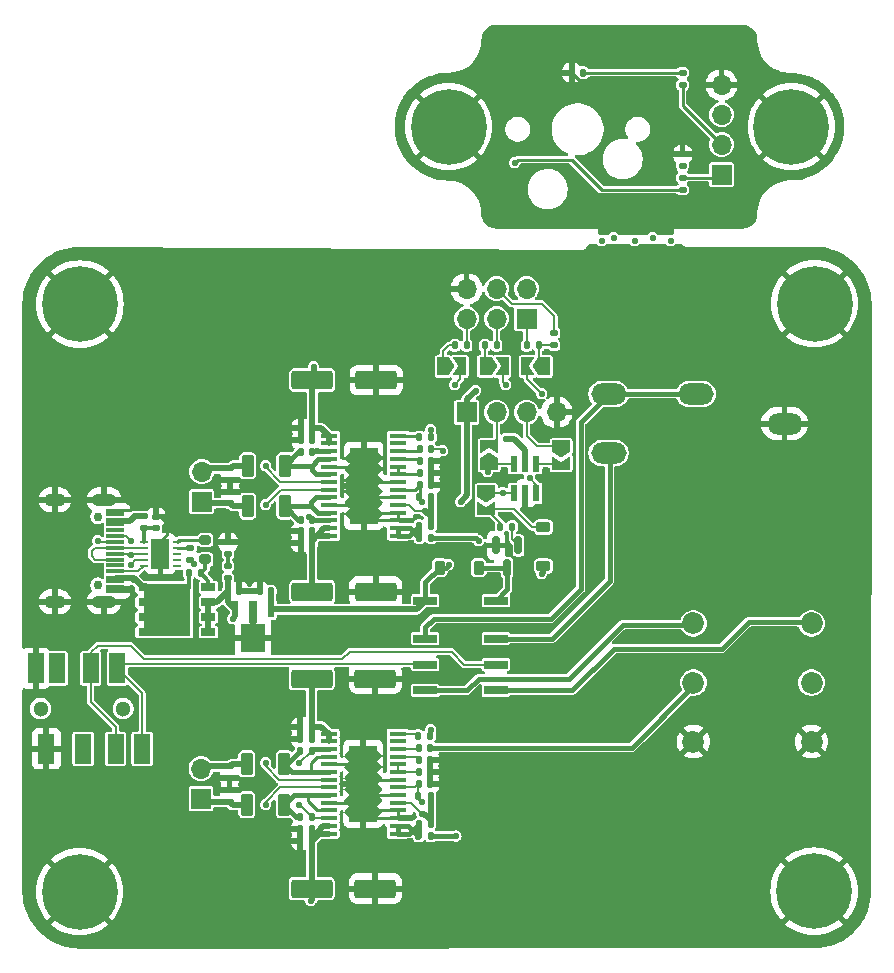
<source format=gbr>
%TF.GenerationSoftware,KiCad,Pcbnew,8.0.7*%
%TF.CreationDate,2024-12-24T17:50:32+01:00*%
%TF.ProjectId,AudioInterface,41756469-6f49-46e7-9465-72666163652e,1.1*%
%TF.SameCoordinates,Original*%
%TF.FileFunction,Copper,L1,Top*%
%TF.FilePolarity,Positive*%
%FSLAX46Y46*%
G04 Gerber Fmt 4.6, Leading zero omitted, Abs format (unit mm)*
G04 Created by KiCad (PCBNEW 8.0.7) date 2024-12-24 17:50:32*
%MOMM*%
%LPD*%
G01*
G04 APERTURE LIST*
G04 Aperture macros list*
%AMRoundRect*
0 Rectangle with rounded corners*
0 $1 Rounding radius*
0 $2 $3 $4 $5 $6 $7 $8 $9 X,Y pos of 4 corners*
0 Add a 4 corners polygon primitive as box body*
4,1,4,$2,$3,$4,$5,$6,$7,$8,$9,$2,$3,0*
0 Add four circle primitives for the rounded corners*
1,1,$1+$1,$2,$3*
1,1,$1+$1,$4,$5*
1,1,$1+$1,$6,$7*
1,1,$1+$1,$8,$9*
0 Add four rect primitives between the rounded corners*
20,1,$1+$1,$2,$3,$4,$5,0*
20,1,$1+$1,$4,$5,$6,$7,0*
20,1,$1+$1,$6,$7,$8,$9,0*
20,1,$1+$1,$8,$9,$2,$3,0*%
%AMFreePoly0*
4,1,6,0.500000,-0.750000,-0.650000,-0.750000,-0.150000,0.000000,-0.650000,0.750000,0.500000,0.750000,0.500000,-0.750000,0.500000,-0.750000,$1*%
%AMFreePoly1*
4,1,6,1.000000,0.000000,0.500000,-0.750000,-0.500000,-0.750000,-0.500000,0.750000,0.500000,0.750000,1.000000,0.000000,1.000000,0.000000,$1*%
G04 Aperture macros list end*
%TA.AperFunction,SMDPad,CuDef*%
%ADD10R,1.475000X0.450000*%
%TD*%
%TA.AperFunction,ComponentPad*%
%ADD11C,0.500000*%
%TD*%
%TA.AperFunction,SMDPad,CuDef*%
%ADD12R,2.340000X6.460000*%
%TD*%
%TA.AperFunction,SMDPad,CuDef*%
%ADD13R,0.570000X1.400000*%
%TD*%
%TA.AperFunction,SMDPad,CuDef*%
%ADD14R,0.650000X1.900000*%
%TD*%
%TA.AperFunction,SMDPad,CuDef*%
%ADD15R,2.000000X2.450000*%
%TD*%
%TA.AperFunction,ComponentPad*%
%ADD16C,0.800000*%
%TD*%
%TA.AperFunction,ComponentPad*%
%ADD17C,6.400000*%
%TD*%
%TA.AperFunction,ComponentPad*%
%ADD18C,1.850000*%
%TD*%
%TA.AperFunction,ComponentPad*%
%ADD19R,1.700000X1.700000*%
%TD*%
%TA.AperFunction,ComponentPad*%
%ADD20O,1.700000X1.700000*%
%TD*%
%TA.AperFunction,SMDPad,CuDef*%
%ADD21RoundRect,0.135000X0.185000X-0.135000X0.185000X0.135000X-0.185000X0.135000X-0.185000X-0.135000X0*%
%TD*%
%TA.AperFunction,SMDPad,CuDef*%
%ADD22RoundRect,0.135000X-0.185000X0.135000X-0.185000X-0.135000X0.185000X-0.135000X0.185000X0.135000X0*%
%TD*%
%TA.AperFunction,SMDPad,CuDef*%
%ADD23FreePoly0,90.000000*%
%TD*%
%TA.AperFunction,SMDPad,CuDef*%
%ADD24FreePoly1,90.000000*%
%TD*%
%TA.AperFunction,SMDPad,CuDef*%
%ADD25RoundRect,0.147500X-0.147500X-0.172500X0.147500X-0.172500X0.147500X0.172500X-0.147500X0.172500X0*%
%TD*%
%TA.AperFunction,SMDPad,CuDef*%
%ADD26RoundRect,0.140000X-0.170000X0.140000X-0.170000X-0.140000X0.170000X-0.140000X0.170000X0.140000X0*%
%TD*%
%TA.AperFunction,SMDPad,CuDef*%
%ADD27RoundRect,0.140000X0.140000X0.170000X-0.140000X0.170000X-0.140000X-0.170000X0.140000X-0.170000X0*%
%TD*%
%TA.AperFunction,SMDPad,CuDef*%
%ADD28R,2.000000X0.700000*%
%TD*%
%TA.AperFunction,SMDPad,CuDef*%
%ADD29RoundRect,0.250000X-1.500000X-0.550000X1.500000X-0.550000X1.500000X0.550000X-1.500000X0.550000X0*%
%TD*%
%TA.AperFunction,SMDPad,CuDef*%
%ADD30RoundRect,0.135000X0.135000X0.185000X-0.135000X0.185000X-0.135000X-0.185000X0.135000X-0.185000X0*%
%TD*%
%TA.AperFunction,SMDPad,CuDef*%
%ADD31RoundRect,0.135000X-0.135000X-0.185000X0.135000X-0.185000X0.135000X0.185000X-0.135000X0.185000X0*%
%TD*%
%TA.AperFunction,SMDPad,CuDef*%
%ADD32RoundRect,0.150000X-0.150000X0.587500X-0.150000X-0.587500X0.150000X-0.587500X0.150000X0.587500X0*%
%TD*%
%TA.AperFunction,ComponentPad*%
%ADD33O,3.000000X1.800000*%
%TD*%
%TA.AperFunction,SMDPad,CuDef*%
%ADD34RoundRect,0.147500X-0.172500X0.147500X-0.172500X-0.147500X0.172500X-0.147500X0.172500X0.147500X0*%
%TD*%
%TA.AperFunction,SMDPad,CuDef*%
%ADD35RoundRect,0.200000X0.275000X-0.200000X0.275000X0.200000X-0.275000X0.200000X-0.275000X-0.200000X0*%
%TD*%
%TA.AperFunction,SMDPad,CuDef*%
%ADD36RoundRect,0.225000X0.375000X-0.225000X0.375000X0.225000X-0.375000X0.225000X-0.375000X-0.225000X0*%
%TD*%
%TA.AperFunction,SMDPad,CuDef*%
%ADD37RoundRect,0.140000X-0.140000X-0.170000X0.140000X-0.170000X0.140000X0.170000X-0.140000X0.170000X0*%
%TD*%
%TA.AperFunction,SMDPad,CuDef*%
%ADD38R,1.250000X0.650000*%
%TD*%
%TA.AperFunction,SMDPad,CuDef*%
%ADD39R,0.800000X0.650000*%
%TD*%
%TA.AperFunction,SMDPad,CuDef*%
%ADD40R,3.900000X4.460000*%
%TD*%
%TA.AperFunction,SMDPad,CuDef*%
%ADD41FreePoly0,0.000000*%
%TD*%
%TA.AperFunction,SMDPad,CuDef*%
%ADD42FreePoly1,0.000000*%
%TD*%
%TA.AperFunction,SMDPad,CuDef*%
%ADD43R,0.600000X1.400000*%
%TD*%
%TA.AperFunction,SMDPad,CuDef*%
%ADD44RoundRect,0.225000X-0.225000X-0.375000X0.225000X-0.375000X0.225000X0.375000X-0.225000X0.375000X0*%
%TD*%
%TA.AperFunction,SMDPad,CuDef*%
%ADD45RoundRect,0.250000X0.275000X0.700000X-0.275000X0.700000X-0.275000X-0.700000X0.275000X-0.700000X0*%
%TD*%
%TA.AperFunction,SMDPad,CuDef*%
%ADD46RoundRect,0.250000X-0.275000X-0.700000X0.275000X-0.700000X0.275000X0.700000X-0.275000X0.700000X0*%
%TD*%
%TA.AperFunction,SMDPad,CuDef*%
%ADD47FreePoly0,270.000000*%
%TD*%
%TA.AperFunction,SMDPad,CuDef*%
%ADD48FreePoly1,270.000000*%
%TD*%
%TA.AperFunction,SMDPad,CuDef*%
%ADD49FreePoly0,180.000000*%
%TD*%
%TA.AperFunction,SMDPad,CuDef*%
%ADD50FreePoly1,180.000000*%
%TD*%
%TA.AperFunction,SMDPad,CuDef*%
%ADD51R,1.400000X2.500000*%
%TD*%
%TA.AperFunction,ComponentPad*%
%ADD52C,1.300000*%
%TD*%
%TA.AperFunction,SMDPad,CuDef*%
%ADD53R,0.660000X0.280000*%
%TD*%
%TA.AperFunction,SMDPad,CuDef*%
%ADD54R,1.500000X2.500000*%
%TD*%
%TA.AperFunction,ComponentPad*%
%ADD55C,0.750000*%
%TD*%
%TA.AperFunction,ComponentPad*%
%ADD56O,2.000000X1.100000*%
%TD*%
%TA.AperFunction,ComponentPad*%
%ADD57O,1.800000X1.100000*%
%TD*%
%TA.AperFunction,SMDPad,CuDef*%
%ADD58R,1.500000X0.300000*%
%TD*%
%TA.AperFunction,ViaPad*%
%ADD59C,0.550000*%
%TD*%
%TA.AperFunction,Conductor*%
%ADD60C,0.250000*%
%TD*%
%TA.AperFunction,Conductor*%
%ADD61C,0.350000*%
%TD*%
%TA.AperFunction,Conductor*%
%ADD62C,0.400000*%
%TD*%
%TA.AperFunction,Conductor*%
%ADD63C,0.200000*%
%TD*%
%TA.AperFunction,Conductor*%
%ADD64C,0.500000*%
%TD*%
G04 APERTURE END LIST*
D10*
%TO.P,U5,*%
%TO.N,*%
X21958000Y33401202D03*
%TO.P,U5,1,SD*%
%TO.N,Net-(U5-FAULT)*%
X21958000Y25601202D03*
%TO.P,U5,2,FAULT*%
X21958000Y26251202D03*
%TO.P,U5,3,GND_1*%
%TO.N,GND*%
X21958000Y26901202D03*
%TO.P,U5,4,GND_2*%
X21958000Y27551202D03*
%TO.P,U5,5,GAIN0*%
%TO.N,VCC*%
X21958000Y28201202D03*
%TO.P,U5,6,GAIN1*%
%TO.N,GND*%
X21958000Y28851202D03*
%TO.P,U5,7,AVCC_1*%
%TO.N,Net-(U5-AVCC_1)*%
X21958000Y29501202D03*
%TO.P,U5,8,AGND*%
%TO.N,GND*%
X21958000Y30151202D03*
%TO.P,U5,9,GVDD*%
%TO.N,Net-(U5-GVDD)*%
X21958000Y30801202D03*
%TO.P,U5,10,PLIMIT*%
X21958000Y31451202D03*
%TO.P,U5,11,INN*%
%TO.N,Net-(U5-INN)*%
X21958000Y32101202D03*
%TO.P,U5,12,INP*%
%TO.N,Net-(U5-INP)*%
X21958000Y32751202D03*
%TO.P,U5,14,AVCC_2*%
%TO.N,Net-(U5-AVCC_2)*%
X21958000Y34051202D03*
%TO.P,U5,15,PVCC_1*%
%TO.N,VCC*%
X16082000Y34051202D03*
%TO.P,U5,16,PVCC_2*%
X16082000Y33401202D03*
%TO.P,U5,17,BSP_1*%
%TO.N,Net-(U5-BSP_1)*%
X16082000Y32751202D03*
%TO.P,U5,18,OUTP_1*%
%TO.N,Net-(U5-OUTP_1)*%
X16082000Y32101202D03*
%TO.P,U5,19,PGND_1*%
%TO.N,GND*%
X16082000Y31451202D03*
%TO.P,U5,20,OUTP_2*%
%TO.N,Net-(U5-OUTP_1)*%
X16082000Y30801202D03*
%TO.P,U5,21,BSP_2*%
%TO.N,Net-(U5-BSP_1)*%
X16082000Y30151202D03*
%TO.P,U5,22,BSN_1*%
%TO.N,Net-(U5-BSN_1)*%
X16082000Y29501202D03*
%TO.P,U5,23,OUTN_1*%
%TO.N,Net-(U5-OUTN_1)*%
X16082000Y28851202D03*
%TO.P,U5,24,PGND_2*%
%TO.N,GND*%
X16082000Y28201202D03*
%TO.P,U5,25,OUTN_2*%
%TO.N,Net-(U5-OUTN_1)*%
X16082000Y27551202D03*
%TO.P,U5,26,BSN_2*%
%TO.N,Net-(U5-BSN_1)*%
X16082000Y26901202D03*
%TO.P,U5,27,PVCC_3*%
%TO.N,VCC*%
X16082000Y26251202D03*
%TO.P,U5,28,PVCC_4*%
X16082000Y25601202D03*
D11*
%TO.P,U5,29,EP*%
%TO.N,GND*%
X19850000Y26981404D03*
X19850000Y27929670D03*
X19850000Y28877936D03*
X19850000Y29826202D03*
X19850000Y30774468D03*
X19850000Y31722734D03*
X19850000Y32671000D03*
X19020000Y26981404D03*
X19020000Y27929670D03*
X19020000Y28877936D03*
X19020000Y29826202D03*
D12*
X19020000Y29826202D03*
D11*
X19020000Y30774468D03*
X19020000Y31722734D03*
X19020000Y32671000D03*
X18190000Y26981404D03*
X18190000Y27929670D03*
X18190000Y28877936D03*
X18190000Y29826202D03*
X18190000Y30774468D03*
X18190000Y31722734D03*
X18190000Y32671000D03*
%TD*%
D10*
%TO.P,U4,*%
%TO.N,*%
X21916000Y8179000D03*
%TO.P,U4,1,SD*%
%TO.N,Net-(U4-FAULT)*%
X21916000Y379000D03*
%TO.P,U4,2,FAULT*%
X21916000Y1029000D03*
%TO.P,U4,3,GND_1*%
%TO.N,GND*%
X21916000Y1679000D03*
%TO.P,U4,4,GND_2*%
X21916000Y2329000D03*
%TO.P,U4,5,GAIN0*%
%TO.N,VCC*%
X21916000Y2979000D03*
%TO.P,U4,6,GAIN1*%
%TO.N,GND*%
X21916000Y3629000D03*
%TO.P,U4,7,AVCC_1*%
%TO.N,Net-(U4-AVCC_1)*%
X21916000Y4279000D03*
%TO.P,U4,8,AGND*%
%TO.N,GND*%
X21916000Y4929000D03*
%TO.P,U4,9,GVDD*%
%TO.N,Net-(U4-GVDD)*%
X21916000Y5579000D03*
%TO.P,U4,10,PLIMIT*%
X21916000Y6229000D03*
%TO.P,U4,11,INN*%
%TO.N,Net-(U4-INN)*%
X21916000Y6879000D03*
%TO.P,U4,12,INP*%
%TO.N,Net-(U4-INP)*%
X21916000Y7529000D03*
%TO.P,U4,14,AVCC_2*%
%TO.N,Net-(U4-AVCC_2)*%
X21916000Y8829000D03*
%TO.P,U4,15,PVCC_1*%
%TO.N,VCC*%
X16040000Y8829000D03*
%TO.P,U4,16,PVCC_2*%
X16040000Y8179000D03*
%TO.P,U4,17,BSP_1*%
%TO.N,Net-(U4-BSP_1)*%
X16040000Y7529000D03*
%TO.P,U4,18,OUTP_1*%
%TO.N,Net-(U4-OUTP_1)*%
X16040000Y6879000D03*
%TO.P,U4,19,PGND_1*%
%TO.N,GND*%
X16040000Y6229000D03*
%TO.P,U4,20,OUTP_2*%
%TO.N,Net-(U4-OUTP_1)*%
X16040000Y5579000D03*
%TO.P,U4,21,BSP_2*%
%TO.N,Net-(U4-BSP_1)*%
X16040000Y4929000D03*
%TO.P,U4,22,BSN_1*%
%TO.N,Net-(U4-BSN_1)*%
X16040000Y4279000D03*
%TO.P,U4,23,OUTN_1*%
%TO.N,Net-(U4-OUTN_1)*%
X16040000Y3629000D03*
%TO.P,U4,24,PGND_2*%
%TO.N,GND*%
X16040000Y2979000D03*
%TO.P,U4,25,OUTN_2*%
%TO.N,Net-(U4-OUTN_1)*%
X16040000Y2329000D03*
%TO.P,U4,26,BSN_2*%
%TO.N,Net-(U4-BSN_1)*%
X16040000Y1679000D03*
%TO.P,U4,27,PVCC_3*%
%TO.N,VCC*%
X16040000Y1029000D03*
%TO.P,U4,28,PVCC_4*%
X16040000Y379000D03*
D11*
%TO.P,U4,29,EP*%
%TO.N,GND*%
X19808000Y1759202D03*
X19808000Y2707468D03*
X19808000Y3655734D03*
X19808000Y4604000D03*
X19808000Y5552266D03*
X19808000Y6500532D03*
X19808000Y7448798D03*
X18978000Y1759202D03*
X18978000Y2707468D03*
X18978000Y3655734D03*
X18978000Y4604000D03*
D12*
X18978000Y4604000D03*
D11*
X18978000Y5552266D03*
X18978000Y6500532D03*
X18978000Y7448798D03*
X18148000Y1759202D03*
X18148000Y2707468D03*
X18148000Y3655734D03*
X18148000Y4604000D03*
X18148000Y5552266D03*
X18148000Y6500532D03*
X18148000Y7448798D03*
%TD*%
D13*
%TO.P,U3,1,VOUT*%
%TO.N,+5V*%
X11162000Y19370500D03*
D14*
%TO.P,U3,2,GND_1*%
%TO.N,GND*%
X9662000Y19120500D03*
D13*
%TO.P,U3,3,VIN*%
%TO.N,VCC*%
X8162000Y19370500D03*
D15*
%TO.P,U3,4,GND_2*%
%TO.N,GND*%
X9662000Y16945500D03*
%TD*%
D16*
%TO.P,H6,1,1*%
%TO.N,GND1*%
X55236944Y57830000D03*
X53539888Y58532944D03*
X56934000Y58532944D03*
X52836944Y60230000D03*
D17*
X55236944Y60230000D03*
D16*
X57636944Y60230000D03*
X53539888Y61927056D03*
X56934000Y61927056D03*
X55236944Y62630000D03*
%TD*%
%TO.P,H5,1,1*%
%TO.N,GND1*%
X26200000Y57830000D03*
X24502944Y58532944D03*
X27897056Y58532944D03*
X23800000Y60230000D03*
D17*
X26200000Y60230000D03*
D16*
X28600000Y60230000D03*
X24502944Y61927056D03*
X27897056Y61927056D03*
X26200000Y62630000D03*
%TD*%
%TO.P,H4,1,1*%
%TO.N,GND*%
X54788000Y45243998D03*
X55490944Y46941054D03*
X55490944Y43546942D03*
X57188000Y47643998D03*
D17*
X57188000Y45243998D03*
D16*
X57188000Y42843998D03*
X58885056Y46941054D03*
X58885056Y43546942D03*
X59588000Y45243998D03*
%TD*%
%TO.P,H3,1,1*%
%TO.N,GND*%
X54751896Y-4503896D03*
X55454840Y-2806840D03*
X55454840Y-6200952D03*
X57151896Y-2103896D03*
D17*
X57151896Y-4503896D03*
D16*
X57151896Y-6903896D03*
X58848952Y-2806840D03*
X58848952Y-6200952D03*
X59551896Y-4503896D03*
%TD*%
%TO.P,H2,1,1*%
%TO.N,GND*%
X-7442000Y-4540000D03*
X-6739056Y-2842944D03*
X-6739056Y-6237056D03*
X-5042000Y-2140000D03*
D17*
X-5042000Y-4540000D03*
D16*
X-5042000Y-6940000D03*
X-3344944Y-2842944D03*
X-3344944Y-6237056D03*
X-2642000Y-4540000D03*
%TD*%
%TO.P,H1,1,1*%
%TO.N,GND*%
X-7405896Y45207894D03*
X-6702952Y46904950D03*
X-6702952Y43510838D03*
X-5005896Y47607894D03*
D17*
X-5005896Y45207894D03*
D16*
X-5005896Y42807894D03*
X-3308840Y46904950D03*
X-3308840Y43510838D03*
X-2605896Y45207894D03*
%TD*%
D18*
%TO.P,Pt1,1,1*%
%TO.N,/Project Architecture/Amplifier/From_Selector_L*%
X46934000Y18160000D03*
%TO.P,Pt1,2,2*%
%TO.N,Net-(C8-Pad1)*%
X46934000Y13160000D03*
%TO.P,Pt1,3,3*%
%TO.N,GND*%
X46934000Y8160000D03*
%TO.P,Pt1,4,4*%
%TO.N,/Project Architecture/Amplifier/From_Selector_R*%
X56934000Y18160000D03*
%TO.P,Pt1,5,5*%
%TO.N,Net-(C20-Pad1)*%
X56934000Y13160000D03*
%TO.P,Pt1,6,6*%
%TO.N,GND*%
X56934000Y8160000D03*
%TD*%
D19*
%TO.P,J2,1,MISO*%
%TO.N,Net-(J2-MISO)*%
X32804000Y43974000D03*
D20*
%TO.P,J2,2,VCC*%
%TO.N,+5V*%
X32804000Y46514000D03*
%TO.P,J2,3,SCK*%
%TO.N,Net-(J2-SCK)*%
X30264000Y43974000D03*
%TO.P,J2,4,MOSI*%
%TO.N,Net-(J2-MOSI)*%
X30264000Y46514000D03*
%TO.P,J2,5,~{RST}*%
%TO.N,Net-(J2-~{RST})*%
X27724000Y43974000D03*
%TO.P,J2,6,GND*%
%TO.N,GND*%
X27724000Y46514000D03*
%TD*%
D21*
%TO.P,R8,1*%
%TO.N,Net-(J8-Pin_2)*%
X46012000Y63784000D03*
%TO.P,R8,2*%
%TO.N,Net-(D3-A)*%
X46012000Y64804000D03*
%TD*%
D22*
%TO.P,R6,1*%
%TO.N,+5C*%
X46012000Y55916000D03*
%TO.P,R6,2*%
%TO.N,Net-(R6-Pad2)*%
X46012000Y54896000D03*
%TD*%
D23*
%TO.P,JP3,2,B*%
%TO.N,Net-(J7-Pin_2)*%
X29647500Y33153500D03*
D24*
%TO.P,JP3,1,A*%
%TO.N,/Project Architecture/Output Selector/SS*%
X29647500Y31703500D03*
%TD*%
D19*
%TO.P,J8,1,Pin_1*%
%TO.N,+5C*%
X49314000Y56166000D03*
D20*
%TO.P,J8,2,Pin_2*%
%TO.N,Net-(J8-Pin_2)*%
X49314000Y58706000D03*
%TO.P,J8,3,Pin_3*%
%TO.N,Net-(J8-Pin_3)*%
X49314000Y61246000D03*
%TO.P,J8,4,Pin_4*%
%TO.N,GND1*%
X49314000Y63786000D03*
%TD*%
%TO.P,J7,4,Pin_4*%
%TO.N,GND*%
X35354000Y36041500D03*
%TO.P,J7,3,Pin_3*%
%TO.N,Net-(J7-Pin_3)*%
X32814000Y36041500D03*
%TO.P,J7,2,Pin_2*%
%TO.N,Net-(J7-Pin_2)*%
X30274000Y36041500D03*
D19*
%TO.P,J7,1,Pin_1*%
%TO.N,+5V*%
X27734000Y36041500D03*
%TD*%
D25*
%TO.P,D3,1,K*%
%TO.N,GND1*%
X36637000Y64802000D03*
%TO.P,D3,2,A*%
%TO.N,Net-(D3-A)*%
X37607000Y64802000D03*
%TD*%
D26*
%TO.P,C2,1*%
%TO.N,GND1*%
X46012000Y57888000D03*
%TO.P,C2,2*%
%TO.N,Net-(J8-Pin_3)*%
X46012000Y56928000D03*
%TD*%
D27*
%TO.P,C22,2*%
%TO.N,Net-(U5-AVCC_1)*%
X23747000Y29877000D03*
%TO.P,C22,1*%
%TO.N,GND*%
X24707000Y29877000D03*
%TD*%
D28*
%TO.P,K1,8*%
%TO.N,Net-(D2-A)*%
X30216000Y20088000D03*
%TO.P,K1,7*%
%TO.N,Net-(J4-Pad5)*%
X30216000Y16888000D03*
%TO.P,K1,6*%
%TO.N,Net-(J3-Pad3)*%
X30216000Y14688000D03*
%TO.P,K1,5*%
%TO.N,/Project Architecture/Amplifier/From_Selector_R*%
X30216000Y12488000D03*
%TO.P,K1,4*%
%TO.N,/Project Architecture/Amplifier/From_Selector_L*%
X24216000Y12488000D03*
%TO.P,K1,3*%
%TO.N,Net-(J3-Pad2)*%
X24216000Y14688000D03*
%TO.P,K1,2*%
%TO.N,Net-(J4-Pad3)*%
X24216000Y16888000D03*
%TO.P,K1,1*%
%TO.N,+5V*%
X24216000Y20088000D03*
%TD*%
D29*
%TO.P,C29,2*%
%TO.N,GND*%
X20069000Y38767000D03*
%TO.P,C29,1*%
%TO.N,VCC*%
X14669000Y38767000D03*
%TD*%
%TO.P,C26,2*%
%TO.N,GND*%
X20052000Y20850202D03*
%TO.P,C26,1*%
%TO.N,VCC*%
X14652000Y20850202D03*
%TD*%
D30*
%TO.P,R20,2*%
%TO.N,Net-(U5-FAULT)*%
X23717000Y26448000D03*
%TO.P,R20,1*%
%TO.N,VCC*%
X24737000Y26448000D03*
%TD*%
D26*
%TO.P,C19,2*%
%TO.N,GND*%
X7658000Y5112000D03*
%TO.P,C19,1*%
%TO.N,Net-(J5-Pin_2)*%
X7658000Y6072000D03*
%TD*%
D27*
%TO.P,C6,1*%
%TO.N,GND*%
X24620000Y5620000D03*
%TO.P,C6,2*%
%TO.N,Net-(U4-GVDD)*%
X23660000Y5620000D03*
%TD*%
D31*
%TO.P,R9,2*%
%TO.N,Net-(JP4-A)*%
X33837000Y41708000D03*
%TO.P,R9,1*%
%TO.N,Net-(J2-MISO)*%
X32817000Y41708000D03*
%TD*%
D30*
%TO.P,R15,2*%
%TO.N,Net-(U4-FAULT)*%
X23660000Y1175000D03*
%TO.P,R15,1*%
%TO.N,VCC*%
X24680000Y1175000D03*
%TD*%
D32*
%TO.P,Q2,3,C*%
%TO.N,Net-(D2-A)*%
X31171500Y22892000D03*
%TO.P,Q2,2,E*%
%TO.N,GND*%
X30221500Y24767000D03*
%TO.P,Q2,1,B*%
%TO.N,Net-(Q2-B)*%
X32121500Y24767000D03*
%TD*%
D26*
%TO.P,C33,2*%
%TO.N,GND*%
X7717000Y30336800D03*
%TO.P,C33,1*%
%TO.N,Net-(J6-Pin_2)*%
X7717000Y31296800D03*
%TD*%
D31*
%TO.P,R13,1*%
%TO.N,Net-(U4-AVCC_2)*%
X23630000Y8668000D03*
%TO.P,R13,2*%
%TO.N,Net-(U4-AVCC_1)*%
X24650000Y8668000D03*
%TD*%
D33*
%TO.P,J4,2,2*%
%TO.N,GND*%
X54648000Y35084000D03*
%TO.P,J4,3,3*%
%TO.N,Net-(J4-Pad3)*%
X47148000Y37584000D03*
%TO.P,J4,4,4*%
X39748000Y37584000D03*
%TO.P,J4,5,5*%
%TO.N,Net-(J4-Pad5)*%
X39748000Y32584000D03*
%TD*%
D34*
%TO.P,D1,1,K*%
%TO.N,GND*%
X7527000Y25039500D03*
%TO.P,D1,2,A*%
%TO.N,Net-(D1-A)*%
X7527000Y24069500D03*
%TD*%
D35*
%TO.P,R2,1*%
%TO.N,Net-(Q1-G)*%
X5622000Y23591000D03*
%TO.P,R2,2*%
%TO.N,Net-(U1-GATE)*%
X5622000Y25241000D03*
%TD*%
D36*
%TO.P,D4,2,A*%
%TO.N,Net-(D4-A)*%
X34219500Y26320000D03*
%TO.P,D4,1,K*%
%TO.N,/Project Architecture/Amplifier/~{AmpSD}*%
X34219500Y23020000D03*
%TD*%
D37*
%TO.P,C12,2*%
%TO.N,VCC*%
X14615000Y9430000D03*
%TO.P,C12,1*%
%TO.N,GND*%
X13655000Y9430000D03*
%TD*%
D38*
%TO.P,Q1,1,S*%
%TO.N,VCC*%
X5876000Y17426000D03*
X5876000Y18706000D03*
X5876000Y19966000D03*
%TO.P,Q1,4,G*%
%TO.N,Net-(Q1-G)*%
X5876000Y21236000D03*
D39*
%TO.P,Q1,5,D*%
%TO.N,Net-(J1-VBUS)*%
X296000Y17426000D03*
X296000Y18706000D03*
D40*
X2396000Y19336000D03*
D39*
X296000Y19966000D03*
X296000Y21236000D03*
%TD*%
D31*
%TO.P,R16,2*%
%TO.N,/Project Architecture/Amplifier/~{AmpSD}*%
X24678000Y159000D03*
%TO.P,R16,1*%
%TO.N,Net-(U4-FAULT)*%
X23658000Y159000D03*
%TD*%
D37*
%TO.P,C28,2*%
%TO.N,VCC*%
X14634000Y25965404D03*
%TO.P,C28,1*%
%TO.N,GND*%
X13674000Y25965404D03*
%TD*%
D31*
%TO.P,R19,2*%
%TO.N,Net-(U5-AVCC_1)*%
X24737000Y33941000D03*
%TO.P,R19,1*%
%TO.N,Net-(U5-AVCC_2)*%
X23717000Y33941000D03*
%TD*%
D37*
%TO.P,C9,1*%
%TO.N,Net-(U4-INN)*%
X23660000Y6636000D03*
%TO.P,C9,2*%
%TO.N,GND*%
X24620000Y6636000D03*
%TD*%
D31*
%TO.P,R18,2*%
%TO.N,VCC*%
X24737000Y28851202D03*
%TO.P,R18,1*%
%TO.N,Net-(U5-AVCC_1)*%
X23717000Y28851202D03*
%TD*%
D37*
%TO.P,C11,2*%
%TO.N,VCC*%
X14615000Y8414000D03*
%TO.P,C11,1*%
%TO.N,GND*%
X13655000Y8414000D03*
%TD*%
D41*
%TO.P,JP6,2,B*%
%TO.N,/Project Architecture/Output Selector/SS*%
X27194000Y39930000D03*
D42*
%TO.P,JP6,1,A*%
%TO.N,Net-(JP6-A)*%
X25744000Y39930000D03*
%TD*%
D27*
%TO.P,C7,1*%
%TO.N,GND*%
X24648000Y4604000D03*
%TO.P,C7,2*%
%TO.N,Net-(U4-AVCC_1)*%
X23688000Y4604000D03*
%TD*%
D26*
%TO.P,C1,1*%
%TO.N,GND*%
X1431000Y27216500D03*
%TO.P,C1,2*%
%TO.N,Net-(U1-VIN)*%
X1431000Y26256500D03*
%TD*%
D43*
%TO.P,U2,6,PB3*%
%TO.N,/Project Architecture/Output Selector/SS*%
X31745500Y31683500D03*
%TO.P,U2,5,VCC*%
%TO.N,+5V*%
X32695500Y31683500D03*
%TO.P,U2,4,PB2*%
%TO.N,Net-(JP1-B)*%
X33645500Y31683500D03*
%TO.P,U2,3,PB1*%
%TO.N,/Project Architecture/Output Selector/SCK*%
X33645500Y29183500D03*
%TO.P,U2,2,GND*%
%TO.N,GND*%
X32695500Y29183500D03*
%TO.P,U2,1,PB0*%
%TO.N,/Project Architecture/Output Selector/MISO*%
X31745500Y29183500D03*
%TD*%
D27*
%TO.P,C24,2*%
%TO.N,Net-(U5-OUTN_1)*%
X13674000Y26956000D03*
%TO.P,C24,1*%
%TO.N,Net-(U5-BSN_1)*%
X14634000Y26956000D03*
%TD*%
D31*
%TO.P,R14,1*%
%TO.N,Net-(U4-AVCC_1)*%
X23656000Y3588000D03*
%TO.P,R14,2*%
%TO.N,VCC*%
X24676000Y3588000D03*
%TD*%
D44*
%TO.P,D2,2,A*%
%TO.N,Net-(D2-A)*%
X28757500Y22892000D03*
%TO.P,D2,1,K*%
%TO.N,+5V*%
X25457500Y22892000D03*
%TD*%
D27*
%TO.P,C20,2*%
%TO.N,Net-(U5-INP)*%
X23747000Y32925000D03*
%TO.P,C20,1*%
%TO.N,Net-(C20-Pad1)*%
X24707000Y32925000D03*
%TD*%
D45*
%TO.P,FB1,2*%
%TO.N,Net-(J5-Pin_1)*%
X9131000Y2826000D03*
%TO.P,FB1,1*%
%TO.N,Net-(U4-OUTN_1)*%
X12281000Y2826000D03*
%TD*%
D29*
%TO.P,C10,2*%
%TO.N,GND*%
X20010000Y-4286000D03*
%TO.P,C10,1*%
%TO.N,VCC*%
X14610000Y-4286000D03*
%TD*%
D37*
%TO.P,C5,1*%
%TO.N,GND*%
X10202000Y20894500D03*
%TO.P,C5,2*%
%TO.N,+5V*%
X11162000Y20894500D03*
%TD*%
D26*
%TO.P,C18,2*%
%TO.N,Net-(J5-Pin_1)*%
X7658000Y3080000D03*
%TO.P,C18,1*%
%TO.N,GND*%
X7658000Y4040000D03*
%TD*%
D46*
%TO.P,FB4,2*%
%TO.N,Net-(U5-OUTP_1)*%
X12340000Y31528000D03*
%TO.P,FB4,1*%
%TO.N,Net-(J6-Pin_2)*%
X9190000Y31528000D03*
%TD*%
%TO.P,FB2,2*%
%TO.N,Net-(U4-OUTP_1)*%
X12281000Y6276000D03*
%TO.P,FB2,1*%
%TO.N,Net-(J5-Pin_2)*%
X9131000Y6276000D03*
%TD*%
D20*
%TO.P,J6,2,Pin_2*%
%TO.N,Net-(J6-Pin_2)*%
X5304000Y31015000D03*
D19*
%TO.P,J6,1,Pin_1*%
%TO.N,Net-(J6-Pin_1)*%
X5304000Y28475000D03*
%TD*%
D20*
%TO.P,J5,2,Pin_2*%
%TO.N,Net-(J5-Pin_2)*%
X5245000Y5869000D03*
D19*
%TO.P,J5,1,Pin_1*%
%TO.N,Net-(J5-Pin_1)*%
X5245000Y3329000D03*
%TD*%
D47*
%TO.P,JP1,2,B*%
%TO.N,Net-(JP1-B)*%
X35743500Y31703500D03*
D48*
%TO.P,JP1,1,A*%
%TO.N,Net-(J7-Pin_3)*%
X35743500Y33153500D03*
%TD*%
D22*
%TO.P,R1,1*%
%TO.N,Net-(J1-VBUS)*%
X415000Y27246500D03*
%TO.P,R1,2*%
%TO.N,Net-(U1-VIN)*%
X415000Y26226500D03*
%TD*%
D49*
%TO.P,JP4,2,B*%
%TO.N,/Project Architecture/Output Selector/MISO*%
X32856000Y39930000D03*
D50*
%TO.P,JP4,1,A*%
%TO.N,Net-(JP4-A)*%
X34306000Y39930000D03*
%TD*%
D37*
%TO.P,C14,2*%
%TO.N,VCC*%
X14615000Y-222000D03*
%TO.P,C14,1*%
%TO.N,GND*%
X13655000Y-222000D03*
%TD*%
D45*
%TO.P,FB3,2*%
%TO.N,Net-(J6-Pin_1)*%
X9190000Y28099000D03*
%TO.P,FB3,1*%
%TO.N,Net-(U5-OUTN_1)*%
X12340000Y28099000D03*
%TD*%
D29*
%TO.P,C13,2*%
%TO.N,GND*%
X20010000Y13494000D03*
%TO.P,C13,1*%
%TO.N,VCC*%
X14610000Y13494000D03*
%TD*%
D27*
%TO.P,C8,1*%
%TO.N,Net-(C8-Pad1)*%
X24620000Y7652000D03*
%TO.P,C8,2*%
%TO.N,Net-(U4-INP)*%
X23660000Y7652000D03*
%TD*%
D37*
%TO.P,C31,2*%
%TO.N,VCC*%
X14674000Y34703000D03*
%TO.P,C31,1*%
%TO.N,GND*%
X13714000Y34703000D03*
%TD*%
D47*
%TO.P,JP2,2,B*%
%TO.N,Net-(D4-A)*%
X29393500Y27893500D03*
D48*
%TO.P,JP2,1,A*%
%TO.N,/Project Architecture/Output Selector/MISO*%
X29393500Y29343500D03*
%TD*%
D22*
%TO.P,R10,2*%
%TO.N,Net-(JP4-A)*%
X35142000Y41704000D03*
%TO.P,R10,1*%
%TO.N,Net-(J2-MOSI)*%
X35142000Y42724000D03*
%TD*%
D21*
%TO.P,R5,1*%
%TO.N,VCC*%
X7527000Y22012500D03*
%TO.P,R5,2*%
%TO.N,Net-(D1-A)*%
X7527000Y23032500D03*
%TD*%
D31*
%TO.P,R7,2*%
%TO.N,Net-(Q2-B)*%
X31615500Y26369500D03*
%TO.P,R7,1*%
%TO.N,Net-(D4-A)*%
X30595500Y26369500D03*
%TD*%
D27*
%TO.P,C16,2*%
%TO.N,Net-(U4-OUTP_1)*%
X13655000Y7398000D03*
%TO.P,C16,1*%
%TO.N,Net-(U4-BSP_1)*%
X14615000Y7398000D03*
%TD*%
D31*
%TO.P,R3,1*%
%TO.N,Net-(J1-VBUS)*%
X4223000Y22418500D03*
%TO.P,R3,2*%
%TO.N,Net-(Q1-G)*%
X5243000Y22418500D03*
%TD*%
D26*
%TO.P,C32,2*%
%TO.N,Net-(J6-Pin_1)*%
X7717000Y28355600D03*
%TO.P,C32,1*%
%TO.N,GND*%
X7717000Y29315600D03*
%TD*%
D37*
%TO.P,C27,2*%
%TO.N,VCC*%
X14634000Y24949404D03*
%TO.P,C27,1*%
%TO.N,GND*%
X13674000Y24949404D03*
%TD*%
D27*
%TO.P,C4,1*%
%TO.N,GND*%
X8487000Y20894500D03*
%TO.P,C4,2*%
%TO.N,VCC*%
X7527000Y20894500D03*
%TD*%
D51*
%TO.P,J3,8,8*%
%TO.N,GND*%
X-8744000Y14354000D03*
%TO.P,J3,6,6*%
%TO.N,Net-(J3-Pad3)*%
X-4094000Y14354000D03*
%TO.P,J3,5,5*%
%TO.N,Net-(J3-Pad2)*%
X256000Y7554000D03*
%TO.P,J3,3,3*%
%TO.N,Net-(J3-Pad3)*%
X-1994000Y7554000D03*
%TO.P,J3,2,2*%
%TO.N,Net-(J3-Pad2)*%
X-1844000Y14354000D03*
%TO.P,J3,1,1*%
%TO.N,GND*%
X-7844000Y7554000D03*
%TO.P,J3,*%
%TO.N,*%
X-6944000Y14354000D03*
D52*
X-1344000Y10954000D03*
X-8344000Y10954000D03*
D51*
X-4744000Y7554000D03*
%TD*%
D27*
%TO.P,C17,2*%
%TO.N,Net-(U4-OUTN_1)*%
X13655000Y1810000D03*
%TO.P,C17,1*%
%TO.N,Net-(U4-BSN_1)*%
X14615000Y1810000D03*
%TD*%
D41*
%TO.P,JP5,2,B*%
%TO.N,/Project Architecture/Output Selector/SCK*%
X30787000Y39930000D03*
D42*
%TO.P,JP5,1,A*%
%TO.N,Net-(JP5-A)*%
X29337000Y39930000D03*
%TD*%
D27*
%TO.P,C25,2*%
%TO.N,Net-(U5-OUTP_1)*%
X13714000Y32671000D03*
%TO.P,C25,1*%
%TO.N,Net-(U5-BSP_1)*%
X14674000Y32671000D03*
%TD*%
D31*
%TO.P,R17,2*%
%TO.N,/Project Architecture/Amplifier/~{AmpSD}*%
X24737000Y25432000D03*
%TO.P,R17,1*%
%TO.N,Net-(U5-FAULT)*%
X23717000Y25432000D03*
%TD*%
D37*
%TO.P,C15,2*%
%TO.N,VCC*%
X14615000Y794000D03*
%TO.P,C15,1*%
%TO.N,GND*%
X13655000Y794000D03*
%TD*%
D30*
%TO.P,R11,2*%
%TO.N,Net-(JP5-A)*%
X29261000Y41708000D03*
%TO.P,R11,1*%
%TO.N,Net-(J2-SCK)*%
X30281000Y41708000D03*
%TD*%
D37*
%TO.P,C21,2*%
%TO.N,GND*%
X24707000Y31909000D03*
%TO.P,C21,1*%
%TO.N,Net-(U5-INN)*%
X23747000Y31909000D03*
%TD*%
D53*
%TO.P,U1,1,VIN*%
%TO.N,Net-(U1-VIN)*%
X402000Y25069500D03*
%TO.P,U1,2,D+*%
%TO.N,Net-(U1-D+)*%
X402000Y24569500D03*
%TO.P,U1,3,D-*%
%TO.N,Net-(U1-D-)*%
X402000Y24069500D03*
%TO.P,U1,4,CC1*%
%TO.N,Net-(J1-CC1)*%
X402000Y23569500D03*
%TO.P,U1,5,CC2*%
%TO.N,Net-(J1-CC2)*%
X402000Y23069500D03*
%TO.P,U1,6,SDA*%
%TO.N,unconnected-(U1-SDA-Pad6)*%
X3222000Y23069500D03*
%TO.P,U1,7,SCL*%
%TO.N,unconnected-(U1-SCL-Pad7)*%
X3222000Y23569500D03*
%TO.P,U1,8,VSET*%
%TO.N,unconnected-(U1-VSET-Pad8)*%
X3222000Y24069500D03*
%TO.P,U1,9,ISET*%
%TO.N,Net-(U1-ISET)*%
X3222000Y24569500D03*
%TO.P,U1,10,GATE*%
%TO.N,Net-(U1-GATE)*%
X3222000Y25069500D03*
D54*
%TO.P,U1,11,GND*%
%TO.N,GND*%
X1812000Y24069500D03*
%TD*%
D27*
%TO.P,C23,2*%
%TO.N,Net-(U5-GVDD)*%
X23747000Y30893000D03*
%TO.P,C23,1*%
%TO.N,GND*%
X24707000Y30893000D03*
%TD*%
D22*
%TO.P,R4,1*%
%TO.N,Net-(U1-ISET)*%
X4352000Y24569500D03*
%TO.P,R4,2*%
%TO.N,GND*%
X4352000Y23549500D03*
%TD*%
D55*
%TO.P,J1,*%
%TO.N,*%
X-3492500Y27213500D03*
X-3492500Y21433500D03*
D56*
%TO.P,J1,4,Shield*%
%TO.N,GND*%
X-2962500Y28643500D03*
D57*
X-7142500Y28643500D03*
D56*
X-2962500Y20003500D03*
D57*
X-7142500Y20003500D03*
D58*
%TO.P,J1,A1,GND*%
X-2002500Y27723500D03*
X-2002500Y27423500D03*
X-2002500Y21223500D03*
X-2002500Y20923500D03*
%TO.P,J1,A4,VBUS*%
%TO.N,Net-(J1-VBUS)*%
X-2002500Y26923500D03*
X-2002500Y26623500D03*
X-2002500Y22023500D03*
X-2002500Y21723500D03*
%TO.P,J1,A5,CC1*%
%TO.N,Net-(J1-CC1)*%
X-2002500Y25573500D03*
%TO.P,J1,A6,D+*%
%TO.N,Net-(U1-D+)*%
X-2002500Y24573500D03*
%TO.P,J1,A7,D-*%
%TO.N,Net-(U1-D-)*%
X-2002500Y24073500D03*
%TO.P,J1,A8,SBU1*%
%TO.N,unconnected-(J1-SBU1-PadA8)*%
X-2002500Y23073500D03*
%TO.P,J1,B5,CC2*%
%TO.N,Net-(J1-CC2)*%
X-2002500Y22573500D03*
%TO.P,J1,B6,D+*%
%TO.N,Net-(U1-D+)*%
X-2002500Y23573500D03*
%TO.P,J1,B7,D-*%
%TO.N,Net-(U1-D-)*%
X-2002500Y25073500D03*
%TO.P,J1,B8,SBU2*%
%TO.N,unconnected-(J1-SBU2-PadB8)*%
X-2002500Y26073500D03*
%TD*%
D30*
%TO.P,R12,2*%
%TO.N,Net-(JP6-A)*%
X26721000Y41708000D03*
%TO.P,R12,1*%
%TO.N,Net-(J2-~{RST})*%
X27741000Y41708000D03*
%TD*%
D37*
%TO.P,C30,2*%
%TO.N,VCC*%
X14674000Y33687000D03*
%TO.P,C30,1*%
%TO.N,GND*%
X13714000Y33687000D03*
%TD*%
D59*
%TO.N,*%
X39154000Y50578000D03*
X40170000Y50832000D03*
X41948000Y50578000D03*
X43472000Y50832000D03*
X44996000Y50578000D03*
%TO.N,GND*%
X4616401Y23158805D03*
%TO.N,GND1*%
X44488000Y60992000D03*
%TO.N,Net-(J8-Pin_3)*%
X46012000Y56928000D03*
%TO.N,Net-(R6-Pad2)*%
X31788000Y57182000D03*
%TO.N,+5V*%
X28486000Y37878000D03*
X31089000Y33814000D03*
X27216000Y28480000D03*
X26200000Y23146000D03*
%TO.N,VCC*%
X23914000Y2064000D03*
X14516000Y-5302000D03*
X14770000Y39910000D03*
X24168000Y27718000D03*
X14610000Y13494000D03*
X14652000Y20850202D03*
X7912000Y18574000D03*
%TO.N,Net-(J1-VBUS)*%
X-470000Y21876000D03*
X-379500Y27246500D03*
%TO.N,Net-(U5-BSP_1)*%
X15024000Y32751202D03*
X10706000Y31528000D03*
%TO.N,Net-(U5-BSN_1)*%
X14424700Y27203550D03*
X10706000Y28226000D03*
%TO.N,Net-(U4-BSP_1)*%
X13546798Y6335202D03*
X10706000Y6382000D03*
%TO.N,Net-(U4-BSN_1)*%
X13500000Y2826000D03*
X10706000Y2826000D03*
%TO.N,/Project Architecture/Amplifier/~{AmpSD}*%
X26835000Y159000D03*
%TO.N,Net-(C20-Pad1)*%
X25692000Y32798000D03*
%TO.N,/Project Architecture/Output Selector/MISO*%
X30772000Y29242000D03*
X34074000Y37624000D03*
%TO.N,/Project Architecture/Output Selector/SS*%
X29502000Y31020000D03*
X26708000Y38386000D03*
%TO.N,/Project Architecture/Output Selector/SCK*%
X31026000Y38386000D03*
X33058000Y30512000D03*
%TO.N,/Project Architecture/Amplifier/~{AmpSD}*%
X34074000Y22384000D03*
X28740000Y25178000D03*
%TO.N,Net-(U4-AVCC_1)*%
X24676000Y9176000D03*
X23914000Y3080000D03*
%TO.N,Net-(U5-AVCC_1)*%
X24676000Y34576000D03*
X23914000Y28480000D03*
%TO.N,Net-(J1-CC1)*%
X-724000Y23148500D03*
X-724000Y25178000D03*
%TO.N,Net-(U1-D-)*%
X-724000Y23998500D03*
X-3518000Y25178000D03*
%TD*%
D60*
%TO.N,Net-(U1-GATE)*%
X5622000Y25241000D02*
X5622000Y25069500D01*
X3393500Y25241000D02*
X5622000Y25241000D01*
X3222000Y25069500D02*
X3393500Y25241000D01*
D61*
%TO.N,Net-(Q1-G)*%
X5622000Y22797500D02*
X5243000Y22418500D01*
X5622000Y23591000D02*
X5622000Y22797500D01*
D62*
%TO.N,Net-(J4-Pad5)*%
X39832000Y32500000D02*
X39748000Y32584000D01*
X34928000Y16888000D02*
X39832000Y21792000D01*
X39832000Y21792000D02*
X39832000Y32500000D01*
X30216000Y16888000D02*
X34928000Y16888000D01*
%TO.N,Net-(J4-Pad3)*%
X24930000Y18574000D02*
X24216000Y17860000D01*
X37376000Y35212000D02*
X37376000Y21114000D01*
X39748000Y37584000D02*
X37376000Y35212000D01*
X37376000Y21114000D02*
X34836000Y18574000D01*
X34836000Y18574000D02*
X24930000Y18574000D01*
X24216000Y17860000D02*
X24216000Y16888000D01*
X39788000Y37624000D02*
X39748000Y37584000D01*
X47108000Y37624000D02*
X39788000Y37624000D01*
X47148000Y37584000D02*
X47108000Y37624000D01*
%TO.N,Net-(C8-Pad1)*%
X46934000Y12892000D02*
X41694000Y7652000D01*
X41694000Y7652000D02*
X24620000Y7652000D01*
X46934000Y13160000D02*
X46934000Y12892000D01*
%TO.N,/Project Architecture/Amplifier/From_Selector_L*%
X40932000Y18066000D02*
X46840000Y18066000D01*
X36360000Y13494000D02*
X40932000Y18066000D01*
X28740000Y13494000D02*
X36360000Y13494000D01*
X27734000Y12488000D02*
X28740000Y13494000D01*
X24216000Y12488000D02*
X27734000Y12488000D01*
X46840000Y18066000D02*
X46934000Y18160000D01*
%TO.N,/Project Architecture/Amplifier/From_Selector_R*%
X56774000Y18320000D02*
X56934000Y18160000D01*
X51600000Y18320000D02*
X56774000Y18320000D01*
X49314000Y16034000D02*
X51600000Y18320000D01*
X36624000Y12488000D02*
X40170000Y16034000D01*
X30216000Y12488000D02*
X36624000Y12488000D01*
X40170000Y16034000D02*
X49314000Y16034000D01*
D63*
%TO.N,Net-(D4-A)*%
X31708500Y27893500D02*
X29393500Y27893500D01*
X34219500Y26320000D02*
X33282000Y26320000D01*
X33282000Y26320000D02*
X31708500Y27893500D01*
D60*
%TO.N,GND*%
X4352000Y23423206D02*
X4616401Y23158805D01*
X4352000Y23549500D02*
X4352000Y23423206D01*
X2324000Y26633499D02*
X1740999Y27216500D01*
X2324000Y25686000D02*
X2324000Y26633499D01*
X1740999Y27216500D02*
X1431000Y27216500D01*
X1812000Y25174000D02*
X2324000Y25686000D01*
X1812000Y24069500D02*
X1812000Y25174000D01*
%TO.N,Net-(R6-Pad2)*%
X33312000Y57436000D02*
X32042000Y57436000D01*
X36614000Y57436000D02*
X33312000Y57436000D01*
X32042000Y57436000D02*
X31788000Y57182000D01*
X39154000Y54896000D02*
X37630000Y56420000D01*
X46012000Y54896000D02*
X39154000Y54896000D01*
X37630000Y56420000D02*
X36614000Y57436000D01*
%TO.N,+5C*%
X49064000Y55916000D02*
X49314000Y56166000D01*
X46012000Y55916000D02*
X49064000Y55916000D01*
%TO.N,GND1*%
X46012000Y59468000D02*
X46012000Y57888000D01*
X42710000Y62770000D02*
X46012000Y59468000D01*
X38646000Y62770000D02*
X42710000Y62770000D01*
X36637000Y64779000D02*
X38646000Y62770000D01*
X36637000Y64802000D02*
X36637000Y64779000D01*
%TO.N,Net-(J8-Pin_2)*%
X46012000Y62008000D02*
X49314000Y58706000D01*
X46012000Y63784000D02*
X46012000Y62008000D01*
%TO.N,Net-(D3-A)*%
X46010000Y64802000D02*
X46012000Y64804000D01*
X37607000Y64802000D02*
X46010000Y64802000D01*
%TO.N,GND*%
X17513266Y31451202D02*
X18190000Y30774468D01*
X16082000Y31451202D02*
X17513266Y31451202D01*
X20175000Y30151202D02*
X19850000Y29826202D01*
X21958000Y30151202D02*
X20175000Y30151202D01*
X19876734Y28851202D02*
X19850000Y28877936D01*
X21958000Y28851202D02*
X19876734Y28851202D01*
X19930202Y26901202D02*
X19850000Y26981404D01*
X21958000Y26901202D02*
X19930202Y26901202D01*
X20228468Y27551202D02*
X19850000Y27929670D01*
X21958000Y27551202D02*
X20228468Y27551202D01*
X21958000Y26901202D02*
X21958000Y27551202D01*
X17918468Y28201202D02*
X18190000Y27929670D01*
X16082000Y28201202D02*
X17918468Y28201202D01*
X19888202Y1679000D02*
X19808000Y1759202D01*
X21916000Y1679000D02*
X19888202Y1679000D01*
X21916000Y1679000D02*
X21916000Y2329000D01*
X20186468Y2329000D02*
X19808000Y2707468D01*
X21916000Y2329000D02*
X20186468Y2329000D01*
X19834734Y3629000D02*
X19808000Y3655734D01*
X21916000Y3629000D02*
X19834734Y3629000D01*
X20431266Y4929000D02*
X19808000Y5552266D01*
X21916000Y4929000D02*
X20431266Y4929000D01*
X17471266Y6229000D02*
X18148000Y5552266D01*
X16040000Y6229000D02*
X17471266Y6229000D01*
X17876468Y2979000D02*
X18148000Y2707468D01*
X16040000Y2979000D02*
X17876468Y2979000D01*
D64*
%TO.N,+5V*%
X27734000Y37126000D02*
X28486000Y37878000D01*
X27734000Y36041500D02*
X27734000Y37126000D01*
X31765000Y33814000D02*
X31089000Y33814000D01*
X32695500Y32883500D02*
X31765000Y33814000D01*
X32695500Y31683500D02*
X32695500Y32883500D01*
X27734000Y36041500D02*
X27734000Y28998000D01*
X27734000Y28998000D02*
X27216000Y28480000D01*
D62*
X25457500Y22892000D02*
X25946000Y22892000D01*
X25946000Y22892000D02*
X26200000Y23146000D01*
D63*
%TO.N,VCC*%
X23378702Y27718000D02*
X24168000Y27718000D01*
X21958000Y28201202D02*
X22895500Y28201202D01*
X22895500Y28201202D02*
X23378702Y27718000D01*
X22999000Y2979000D02*
X23914000Y2064000D01*
X21916000Y2979000D02*
X22999000Y2979000D01*
D64*
X24110999Y2064000D02*
X23914000Y2064000D01*
X24680000Y1494999D02*
X24110999Y2064000D01*
X24680000Y1175000D02*
X24680000Y1494999D01*
X14610000Y-5208000D02*
X14516000Y-5302000D01*
X14610000Y-4286000D02*
X14610000Y-5208000D01*
X14770000Y38868000D02*
X14669000Y38767000D01*
X14770000Y39910000D02*
X14770000Y38868000D01*
X24422000Y27464000D02*
X24168000Y27718000D01*
X24737000Y27464000D02*
X24737000Y26448000D01*
X24737000Y27464000D02*
X24422000Y27464000D01*
X24737000Y28851202D02*
X24737000Y27464000D01*
%TO.N,+5V*%
X23498500Y19370500D02*
X24216000Y20088000D01*
X11162000Y19370500D02*
X23498500Y19370500D01*
%TO.N,VCC*%
X8162000Y18824000D02*
X7912000Y18574000D01*
X8162000Y19370500D02*
X8162000Y18824000D01*
%TO.N,+5V*%
X11162000Y20894500D02*
X11162000Y19370500D01*
%TO.N,VCC*%
X7527000Y20005500D02*
X8162000Y19370500D01*
X7527000Y20894500D02*
X7527000Y20005500D01*
X6598500Y19966000D02*
X7527000Y20894500D01*
X5876000Y19966000D02*
X6598500Y19966000D01*
X7527000Y22012500D02*
X7527000Y20894500D01*
X5876000Y19966000D02*
X5876000Y17426000D01*
%TO.N,Net-(J1-VBUS)*%
X-379500Y27246500D02*
X-802500Y26823500D01*
X415000Y27246500D02*
X-379500Y27246500D01*
X-802500Y26823500D02*
X-2002500Y26823500D01*
X-441500Y21973500D02*
X-1952500Y21973500D01*
X296000Y21236000D02*
X-441500Y21973500D01*
%TO.N,VCC*%
X14610000Y-227000D02*
X14615000Y-222000D01*
X14610000Y-4286000D02*
X14610000Y-227000D01*
X14610000Y13494000D02*
X14610000Y9435000D01*
X14610000Y9435000D02*
X14615000Y9430000D01*
X14652000Y20850202D02*
X14652000Y24931404D01*
X14652000Y24931404D02*
X14634000Y24949404D01*
X14669000Y34708000D02*
X14674000Y34703000D01*
X14669000Y38767000D02*
X14669000Y34708000D01*
X15430202Y34703000D02*
X16082000Y34051202D01*
X14674000Y34703000D02*
X15430202Y34703000D01*
X16082000Y34051202D02*
X16082000Y33426202D01*
X14674000Y34703000D02*
X14674000Y33687000D01*
X15439000Y9430000D02*
X16040000Y8829000D01*
X14615000Y9430000D02*
X15439000Y9430000D01*
X14615000Y9430000D02*
X14615000Y8414000D01*
X16040000Y8829000D02*
X16040000Y8204000D01*
X15682202Y26226202D02*
X16082000Y26226202D01*
X14634000Y24949404D02*
X14634000Y25178000D01*
X14634000Y25178000D02*
X15682202Y26226202D01*
X14615000Y32000D02*
X15587000Y1004000D01*
X14615000Y32000D02*
X14615000Y-222000D01*
X15587000Y1004000D02*
X16040000Y1004000D01*
X14615000Y794000D02*
X14615000Y32000D01*
X15216000Y379000D02*
X14615000Y-222000D01*
X16040000Y379000D02*
X15216000Y379000D01*
X24676000Y1179000D02*
X24680000Y1175000D01*
X24676000Y3588000D02*
X24676000Y1179000D01*
X14803202Y25601202D02*
X14634000Y25432000D01*
X16082000Y25601202D02*
X14803202Y25601202D01*
X14634000Y25432000D02*
X14634000Y24949404D01*
X14634000Y25965404D02*
X14634000Y25432000D01*
%TO.N,Net-(J6-Pin_1)*%
X5423400Y28355600D02*
X5304000Y28475000D01*
X7717000Y28355600D02*
X5423400Y28355600D01*
X7973600Y28099000D02*
X7717000Y28355600D01*
X9190000Y28099000D02*
X7973600Y28099000D01*
%TO.N,Net-(J6-Pin_2)*%
X5585800Y31296800D02*
X5304000Y31015000D01*
X7717000Y31296800D02*
X5585800Y31296800D01*
X7948200Y31528000D02*
X7717000Y31296800D01*
X9190000Y31528000D02*
X7948200Y31528000D01*
D63*
%TO.N,Net-(J3-Pad3)*%
X27546000Y14688000D02*
X30216000Y14688000D01*
X17202000Y15164000D02*
X17818000Y15780000D01*
X400000Y15164000D02*
X17202000Y15164000D01*
X-724000Y16288000D02*
X400000Y15164000D01*
X-3518000Y16288000D02*
X-724000Y16288000D01*
X26454000Y15780000D02*
X27546000Y14688000D01*
X-4094000Y15712000D02*
X-3518000Y16288000D01*
X-4094000Y14354000D02*
X-4094000Y15712000D01*
X17818000Y15780000D02*
X26454000Y15780000D01*
%TO.N,Net-(J3-Pad2)*%
X24140000Y14764000D02*
X24216000Y14688000D01*
X-1434000Y14764000D02*
X24140000Y14764000D01*
X-1844000Y14354000D02*
X-1434000Y14764000D01*
D62*
%TO.N,Net-(U5-BSP_1)*%
X16082000Y32751202D02*
X15024000Y32751202D01*
X15024000Y32751202D02*
X14754202Y32751202D01*
D63*
X10706000Y31402256D02*
X10706000Y31528000D01*
X11957054Y30151202D02*
X10706000Y31402256D01*
X16082000Y30151202D02*
X11957054Y30151202D01*
%TO.N,Net-(U5-BSN_1)*%
X14424700Y27203550D02*
X14424700Y27165300D01*
X14424700Y27165300D02*
X14634000Y26956000D01*
X11981202Y29501202D02*
X10706000Y28226000D01*
X16082000Y29501202D02*
X11981202Y29501202D01*
D62*
%TO.N,Net-(U5-OUTP_1)*%
X13483000Y32671000D02*
X12340000Y31528000D01*
X13714000Y32671000D02*
X13483000Y32671000D01*
X14608556Y31137146D02*
X14608556Y31528000D01*
X14944500Y30801202D02*
X14608556Y31137146D01*
X16082000Y30801202D02*
X14944500Y30801202D01*
X14608556Y31528000D02*
X12340000Y31528000D01*
X16082000Y32078000D02*
X15158556Y32078000D01*
X15158556Y32078000D02*
X14608556Y31528000D01*
X16082000Y32101202D02*
X16082000Y32078000D01*
%TO.N,Net-(U5-BSP_1)*%
X14754202Y32751202D02*
X14674000Y32671000D01*
%TO.N,Net-(U5-BSN_1)*%
X14688798Y26901202D02*
X14634000Y26956000D01*
X16082000Y26901202D02*
X14688798Y26901202D01*
%TO.N,Net-(U5-OUTN_1)*%
X14944500Y28851202D02*
X14568556Y28475258D01*
X14568556Y28475258D02*
X14568556Y28099000D01*
X16082000Y28851202D02*
X14944500Y28851202D01*
X14568556Y28099000D02*
X12340000Y28099000D01*
X15116354Y27551202D02*
X14568556Y28099000D01*
X16082000Y27551202D02*
X15116354Y27551202D01*
X13483000Y26956000D02*
X12340000Y28099000D01*
X13674000Y26956000D02*
X13483000Y26956000D01*
D63*
%TO.N,Net-(U4-BSP_1)*%
X13552202Y6335202D02*
X14615000Y7398000D01*
X13546798Y6335202D02*
X13552202Y6335202D01*
X10706000Y6091256D02*
X10706000Y6382000D01*
X11868256Y4929000D02*
X10706000Y6091256D01*
X16040000Y4929000D02*
X11868256Y4929000D01*
%TO.N,Net-(U4-BSN_1)*%
X13599000Y2826000D02*
X13500000Y2826000D01*
X14615000Y1810000D02*
X13599000Y2826000D01*
X10706000Y3010744D02*
X10706000Y2826000D01*
X11974256Y4279000D02*
X10706000Y3010744D01*
X16040000Y4279000D02*
X11974256Y4279000D01*
D64*
%TO.N,Net-(J5-Pin_2)*%
X5448000Y6072000D02*
X5245000Y5869000D01*
X7658000Y6072000D02*
X5448000Y6072000D01*
%TO.N,Net-(J5-Pin_1)*%
X5494000Y3080000D02*
X5245000Y3329000D01*
X7658000Y3080000D02*
X5494000Y3080000D01*
X7912000Y2826000D02*
X7658000Y3080000D01*
X9131000Y2826000D02*
X7912000Y2826000D01*
%TO.N,Net-(J5-Pin_2)*%
X7862000Y6276000D02*
X7658000Y6072000D01*
X9131000Y6276000D02*
X7862000Y6276000D01*
D60*
%TO.N,Net-(U4-OUTP_1)*%
X14516000Y6327510D02*
X14516000Y5579000D01*
X16040000Y6879000D02*
X15067490Y6879000D01*
D62*
X14516000Y5579000D02*
X12978000Y5579000D01*
D60*
X15067490Y6879000D02*
X14516000Y6327510D01*
D62*
X16040000Y5579000D02*
X14516000Y5579000D01*
X12978000Y5579000D02*
X12281000Y6276000D01*
X12533000Y6276000D02*
X13655000Y7398000D01*
X12281000Y6276000D02*
X12533000Y6276000D01*
%TO.N,Net-(U4-BSP_1)*%
X14746000Y7529000D02*
X14615000Y7398000D01*
X16040000Y7529000D02*
X14746000Y7529000D01*
D60*
%TO.N,Net-(U4-OUTN_1)*%
X16040000Y2329000D02*
X15067490Y2329000D01*
X15067490Y2329000D02*
X14262000Y3134490D01*
D62*
X14262000Y3629000D02*
X13084000Y3629000D01*
D60*
X14262000Y3134490D02*
X14262000Y3629000D01*
D62*
X16040000Y3629000D02*
X14262000Y3629000D01*
X13297000Y1810000D02*
X12281000Y2826000D01*
X13655000Y1810000D02*
X13297000Y1810000D01*
X13084000Y3629000D02*
X12281000Y2826000D01*
D63*
%TO.N,Net-(U4-BSN_1)*%
X16040000Y1679000D02*
X14746000Y1679000D01*
X14746000Y1679000D02*
X14615000Y1810000D01*
D62*
%TO.N,/Project Architecture/Amplifier/~{AmpSD}*%
X26835000Y159000D02*
X24678000Y159000D01*
D63*
%TO.N,Net-(C20-Pad1)*%
X25565000Y32925000D02*
X25692000Y32798000D01*
X24707000Y32925000D02*
X25565000Y32925000D01*
%TO.N,/Project Architecture/Output Selector/SCK*%
X33058000Y30512000D02*
X33645500Y29924500D01*
X33645500Y29924500D02*
X33645500Y29183500D01*
%TO.N,/Project Architecture/Output Selector/MISO*%
X33566000Y38132000D02*
X34074000Y37624000D01*
X32856000Y38842000D02*
X33566000Y38132000D01*
X32856000Y39930000D02*
X32856000Y38842000D01*
%TO.N,/Project Architecture/Output Selector/SS*%
X29502000Y31558000D02*
X29647500Y31703500D01*
X29502000Y31020000D02*
X29502000Y31558000D01*
X27194000Y38872000D02*
X26708000Y38386000D01*
X27194000Y39930000D02*
X27194000Y38872000D01*
%TO.N,Net-(JP6-A)*%
X26220000Y41708000D02*
X25744000Y41232000D01*
X25744000Y41232000D02*
X25744000Y39930000D01*
X26721000Y41708000D02*
X26220000Y41708000D01*
%TO.N,Net-(JP5-A)*%
X29261000Y40006000D02*
X29337000Y39930000D01*
X29261000Y41708000D02*
X29261000Y40006000D01*
%TO.N,Net-(J2-SCK)*%
X30281000Y43957000D02*
X30264000Y43974000D01*
X30281000Y41708000D02*
X30281000Y43957000D01*
%TO.N,Net-(J2-~{RST})*%
X27741000Y43957000D02*
X27724000Y43974000D01*
X27741000Y41708000D02*
X27741000Y43957000D01*
%TO.N,Net-(J2-MOSI)*%
X31534000Y45244000D02*
X30264000Y46514000D01*
X34074000Y45244000D02*
X31534000Y45244000D01*
X35142000Y44176000D02*
X34074000Y45244000D01*
X35142000Y42724000D02*
X35142000Y44176000D01*
%TO.N,Net-(J2-MISO)*%
X32817000Y43961000D02*
X32804000Y43974000D01*
X32817000Y41708000D02*
X32817000Y43961000D01*
%TO.N,Net-(JP4-A)*%
X35138000Y41708000D02*
X35142000Y41704000D01*
X33837000Y41708000D02*
X35138000Y41708000D01*
X33837000Y40399000D02*
X34306000Y39930000D01*
X33837000Y41708000D02*
X33837000Y40399000D01*
%TO.N,/Project Architecture/Output Selector/SCK*%
X30787000Y38625000D02*
X31026000Y38386000D01*
X30787000Y39930000D02*
X30787000Y38625000D01*
D62*
%TO.N,/Project Architecture/Amplifier/~{AmpSD}*%
X34219500Y23020000D02*
X34219500Y22529500D01*
X34219500Y22529500D02*
X34074000Y22384000D01*
X28486000Y25432000D02*
X28740000Y25178000D01*
X24737000Y25432000D02*
X28486000Y25432000D01*
%TO.N,+5V*%
X24216000Y21650500D02*
X25457500Y22892000D01*
X24216000Y20088000D02*
X24216000Y21650500D01*
%TO.N,Net-(D2-A)*%
X31171500Y21043500D02*
X30216000Y20088000D01*
X31171500Y22892000D02*
X31171500Y21043500D01*
X31171500Y22892000D02*
X28757500Y22892000D01*
D63*
%TO.N,Net-(Q2-B)*%
X31615500Y25273000D02*
X32121500Y24767000D01*
X31615500Y26369500D02*
X31615500Y25273000D01*
%TO.N,Net-(D4-A)*%
X30595500Y26691500D02*
X30595500Y26369500D01*
X29393500Y27893500D02*
X30595500Y26691500D01*
%TO.N,Net-(J7-Pin_2)*%
X30274000Y33780000D02*
X30274000Y36041500D01*
X29647500Y33153500D02*
X30274000Y33780000D01*
%TO.N,Net-(J7-Pin_3)*%
X32814000Y34058000D02*
X32814000Y36041500D01*
X33718500Y33153500D02*
X32814000Y34058000D01*
X35743500Y33153500D02*
X33718500Y33153500D01*
%TO.N,Net-(JP1-B)*%
X35723500Y31683500D02*
X35743500Y31703500D01*
X33645500Y31683500D02*
X35723500Y31683500D01*
%TO.N,/Project Architecture/Output Selector/MISO*%
X29553500Y29183500D02*
X29393500Y29343500D01*
X31745500Y29183500D02*
X29553500Y29183500D01*
%TO.N,/Project Architecture/Output Selector/SS*%
X29667500Y31683500D02*
X29647500Y31703500D01*
X31745500Y31683500D02*
X29667500Y31683500D01*
D62*
%TO.N,Net-(U4-FAULT)*%
X23660000Y161000D02*
X23658000Y159000D01*
X23660000Y1175000D02*
X23660000Y161000D01*
X21916000Y1029000D02*
X21916000Y379000D01*
X22864000Y379000D02*
X21916000Y379000D01*
X23660000Y1175000D02*
X22864000Y379000D01*
X22788000Y1029000D02*
X23658000Y159000D01*
X21916000Y1029000D02*
X22788000Y1029000D01*
D63*
%TO.N,Net-(U4-AVCC_1)*%
X24650000Y9150000D02*
X24676000Y9176000D01*
X24650000Y8668000D02*
X24650000Y9150000D01*
X23656000Y3338000D02*
X23914000Y3080000D01*
X23656000Y3588000D02*
X23656000Y3338000D01*
X23656000Y4572000D02*
X23688000Y4604000D01*
X23656000Y3588000D02*
X23656000Y4572000D01*
X21916000Y4279000D02*
X23363000Y4279000D01*
X23363000Y4279000D02*
X23688000Y4604000D01*
%TO.N,Net-(U4-GVDD)*%
X23619000Y5579000D02*
X23660000Y5620000D01*
X21916000Y5579000D02*
X23619000Y5579000D01*
X21916000Y6229000D02*
X21916000Y5579000D01*
%TO.N,Net-(U4-INN)*%
X23417000Y6879000D02*
X23660000Y6636000D01*
X21916000Y6879000D02*
X23417000Y6879000D01*
%TO.N,Net-(U4-INP)*%
X23537000Y7529000D02*
X23660000Y7652000D01*
X21916000Y7529000D02*
X23537000Y7529000D01*
%TO.N,Net-(U4-AVCC_2)*%
X21916000Y8829000D02*
X23469000Y8829000D01*
X23469000Y8829000D02*
X23630000Y8668000D01*
D60*
%TO.N,Net-(U5-AVCC_1)*%
X24676000Y34002000D02*
X24737000Y33941000D01*
X24676000Y34576000D02*
X24676000Y34002000D01*
X23717000Y28677000D02*
X23914000Y28480000D01*
X23717000Y28851202D02*
X23717000Y28677000D01*
D62*
%TO.N,Net-(U5-FAULT)*%
X23717000Y26448000D02*
X23717000Y25432000D01*
X21958000Y26251202D02*
X21958000Y25601202D01*
X22870202Y25601202D02*
X21958000Y25601202D01*
X23717000Y26448000D02*
X22870202Y25601202D01*
X21958000Y26251202D02*
X22897798Y26251202D01*
X22897798Y26251202D02*
X23717000Y25432000D01*
D60*
%TO.N,Net-(U5-AVCC_2)*%
X21958000Y34051202D02*
X23606798Y34051202D01*
X23606798Y34051202D02*
X23717000Y33941000D01*
%TO.N,Net-(U5-INP)*%
X23573202Y32751202D02*
X23747000Y32925000D01*
X21958000Y32751202D02*
X23573202Y32751202D01*
%TO.N,Net-(U5-INN)*%
X23554798Y32101202D02*
X23747000Y31909000D01*
X21958000Y32101202D02*
X23554798Y32101202D01*
%TO.N,Net-(U5-GVDD)*%
X23655202Y30801202D02*
X23747000Y30893000D01*
X21958000Y30801202D02*
X23655202Y30801202D01*
X21958000Y31451202D02*
X21958000Y30801202D01*
%TO.N,Net-(U5-AVCC_1)*%
X23747000Y28881202D02*
X23717000Y28851202D01*
X23747000Y29877000D02*
X23747000Y28881202D01*
X23371202Y29501202D02*
X21958000Y29501202D01*
X23747000Y29877000D02*
X23371202Y29501202D01*
%TO.N,Net-(U1-ISET)*%
X3222000Y24569500D02*
X4352000Y24569500D01*
D61*
%TO.N,Net-(J1-VBUS)*%
X4223000Y21163000D02*
X2396000Y19336000D01*
X4223000Y22418500D02*
X4223000Y21163000D01*
%TO.N,Net-(Q1-G)*%
X5876000Y21785500D02*
X5243000Y22418500D01*
X5876000Y21236000D02*
X5876000Y21785500D01*
%TO.N,Net-(D1-A)*%
X7527000Y24069500D02*
X7527000Y23032500D01*
%TO.N,Net-(U1-VIN)*%
X415000Y26226500D02*
X415000Y25097500D01*
X415000Y25097500D02*
X402000Y25084500D01*
X1401000Y26226500D02*
X1431000Y26256500D01*
X415000Y26226500D02*
X1401000Y26226500D01*
D63*
%TO.N,Net-(J1-CC1)*%
X-724000Y23148500D02*
X-303000Y23569500D01*
X-303000Y23569500D02*
X402000Y23569500D01*
%TO.N,Net-(U1-D-)*%
X-927500Y23998500D02*
X-1002500Y24073500D01*
X-724000Y23998500D02*
X-927500Y23998500D01*
%TO.N,Net-(J1-CC2)*%
X-94000Y22573500D02*
X402000Y23069500D01*
X-2002500Y22573500D02*
X-94000Y22573500D01*
%TO.N,Net-(U1-D+)*%
X398000Y24573500D02*
X402000Y24569500D01*
X-2002500Y24573500D02*
X398000Y24573500D01*
%TO.N,Net-(J1-CC1)*%
X-1119500Y25573500D02*
X-724000Y25178000D01*
X-2002500Y25573500D02*
X-1119500Y25573500D01*
%TO.N,Net-(U1-D-)*%
X-3413500Y25073500D02*
X-3518000Y25178000D01*
X-2002500Y25073500D02*
X-3413500Y25073500D01*
X-998500Y24069500D02*
X402000Y24069500D01*
X-1002500Y24073500D02*
X-998500Y24069500D01*
X-2002500Y24073500D02*
X-1002500Y24073500D01*
%TO.N,Net-(U1-D+)*%
X-3772000Y24573500D02*
X-2002500Y24573500D01*
X-4026000Y24319500D02*
X-3772000Y24573500D01*
X-4026000Y23908000D02*
X-4026000Y24319500D01*
X-3691500Y23573500D02*
X-4026000Y23908000D01*
X-2002500Y23573500D02*
X-3691500Y23573500D01*
%TO.N,Net-(J3-Pad2)*%
X256000Y12254000D02*
X256000Y7554000D01*
X-1844000Y14354000D02*
X256000Y12254000D01*
%TO.N,Net-(J3-Pad3)*%
X-1994000Y9430000D02*
X-1994000Y7554000D01*
X-4094000Y11530000D02*
X-1994000Y9430000D01*
X-4094000Y14354000D02*
X-4094000Y11530000D01*
%TD*%
%TA.AperFunction,Conductor*%
%TO.N,GND*%
G36*
X23358703Y2193880D02*
G01*
X23365181Y2187848D01*
X23397291Y2155738D01*
X23430776Y2094415D01*
X23433610Y2068057D01*
X23433610Y2064001D01*
X23433610Y2064000D01*
X23434736Y2056169D01*
X23453068Y1928663D01*
X23453070Y1928655D01*
X23489320Y1849279D01*
X23499264Y1780121D01*
X23470239Y1716565D01*
X23428931Y1685386D01*
X23329595Y1639065D01*
X23245935Y1555405D01*
X23232035Y1525595D01*
X23185863Y1473156D01*
X23119653Y1454000D01*
X22684416Y1454000D01*
X22674238Y1454500D01*
X22673248Y1454500D01*
X22040000Y1454500D01*
X21972961Y1474185D01*
X21927206Y1526989D01*
X21916000Y1578500D01*
X21916000Y1780000D01*
X21935685Y1847039D01*
X21988489Y1892794D01*
X22040000Y1904000D01*
X23153500Y1904000D01*
X23153500Y1951821D01*
X23153499Y1951832D01*
X23149315Y1990742D01*
X23149315Y2017258D01*
X23153499Y2056169D01*
X23153500Y2056179D01*
X23153500Y2100167D01*
X23173185Y2167206D01*
X23225989Y2212961D01*
X23295147Y2222905D01*
X23358703Y2193880D01*
G37*
%TD.AperFunction*%
%TA.AperFunction,Conductor*%
G36*
X2005039Y24049815D02*
G01*
X2050794Y23997011D01*
X2062000Y23945500D01*
X2062000Y22319500D01*
X2609828Y22319500D01*
X2609844Y22319501D01*
X2669372Y22325902D01*
X2669379Y22325904D01*
X2804086Y22376146D01*
X2804093Y22376150D01*
X2919187Y22462310D01*
X2919190Y22462313D01*
X3005350Y22577407D01*
X3005353Y22577412D01*
X3031806Y22648334D01*
X3073678Y22704267D01*
X3139142Y22728684D01*
X3147988Y22729000D01*
X3571748Y22729000D01*
X3604308Y22735477D01*
X3673898Y22729251D01*
X3729076Y22686389D01*
X3752322Y22620500D01*
X3752500Y22613860D01*
X3752500Y22194184D01*
X3758931Y22145329D01*
X3808935Y22038096D01*
X3811181Y22035850D01*
X3813566Y22031482D01*
X3815157Y22029210D01*
X3814903Y22029033D01*
X3844666Y21974527D01*
X3847500Y21948169D01*
X3847500Y21890500D01*
X3827815Y21823461D01*
X3775011Y21777706D01*
X3723500Y21766500D01*
X453965Y21766500D01*
X386926Y21786185D01*
X366284Y21802819D01*
X43465Y22125638D01*
X9980Y22186961D01*
X14964Y22256653D01*
X56836Y22312586D01*
X69129Y22320696D01*
X90511Y22333040D01*
X146460Y22388989D01*
X405127Y22647657D01*
X466448Y22681140D01*
X536139Y22676156D01*
X592073Y22634285D01*
X608988Y22603307D01*
X618645Y22577414D01*
X618649Y22577407D01*
X704809Y22462313D01*
X704812Y22462310D01*
X819906Y22376150D01*
X819913Y22376146D01*
X954620Y22325904D01*
X954627Y22325902D01*
X1014155Y22319501D01*
X1014172Y22319500D01*
X1562000Y22319500D01*
X1562000Y23945500D01*
X1581685Y24012539D01*
X1634489Y24058294D01*
X1686000Y24069500D01*
X1938000Y24069500D01*
X2005039Y24049815D01*
G37*
%TD.AperFunction*%
%TA.AperFunction,Conductor*%
G36*
X23339135Y27417502D02*
G01*
X23339140Y27417500D01*
X23418264Y27417500D01*
X23742578Y27417500D01*
X23809617Y27397815D01*
X23836290Y27374703D01*
X23847250Y27362055D01*
X23853411Y27354945D01*
X23955647Y27289243D01*
X23976288Y27272609D01*
X24092452Y27156445D01*
X24125937Y27095122D01*
X24120953Y27025430D01*
X24079081Y26969497D01*
X24013617Y26945080D01*
X23952366Y26956382D01*
X23940173Y26962068D01*
X23940171Y26962069D01*
X23940172Y26962069D01*
X23891317Y26968500D01*
X23891316Y26968500D01*
X23542684Y26968500D01*
X23542683Y26968500D01*
X23493828Y26962069D01*
X23386595Y26912065D01*
X23302935Y26828405D01*
X23265347Y26747797D01*
X23219174Y26695358D01*
X23152965Y26676202D01*
X22726416Y26676202D01*
X22716238Y26676702D01*
X22715248Y26676702D01*
X22082000Y26676702D01*
X22014961Y26696387D01*
X21969206Y26749191D01*
X21958000Y26800702D01*
X21958000Y27002202D01*
X21977685Y27069241D01*
X22030489Y27114996D01*
X22082000Y27126202D01*
X23195500Y27126202D01*
X23195500Y27174023D01*
X23195499Y27174034D01*
X23191315Y27212944D01*
X23191315Y27239460D01*
X23195499Y27278371D01*
X23195500Y27278381D01*
X23195500Y27295016D01*
X23215185Y27362055D01*
X23267989Y27407810D01*
X23331012Y27417255D01*
X23331012Y27417500D01*
X23332654Y27417500D01*
X23335690Y27417955D01*
X23339135Y27417502D01*
G37*
%TD.AperFunction*%
%TA.AperFunction,Conductor*%
G36*
X38755325Y50304315D02*
G01*
X38781998Y50281204D01*
X38839411Y50214945D01*
X38839413Y50214944D01*
X38839413Y50214943D01*
X38886749Y50184523D01*
X38954439Y50141022D01*
X38983442Y50132506D01*
X39085632Y50102500D01*
X39085633Y50102500D01*
X39222367Y50102500D01*
X39353561Y50141022D01*
X39468589Y50214945D01*
X39526001Y50281204D01*
X39584779Y50318977D01*
X39619714Y50324000D01*
X41482286Y50324000D01*
X41549325Y50304315D01*
X41575998Y50281204D01*
X41633411Y50214945D01*
X41633413Y50214944D01*
X41633413Y50214943D01*
X41680749Y50184523D01*
X41748439Y50141022D01*
X41777442Y50132506D01*
X41879632Y50102500D01*
X41879633Y50102500D01*
X42016367Y50102500D01*
X42147561Y50141022D01*
X42262589Y50214945D01*
X42320001Y50281204D01*
X42378779Y50318977D01*
X42413714Y50324000D01*
X44530286Y50324000D01*
X44597325Y50304315D01*
X44623998Y50281204D01*
X44681411Y50214945D01*
X44681413Y50214944D01*
X44681413Y50214943D01*
X44728749Y50184523D01*
X44796439Y50141022D01*
X44825442Y50132506D01*
X44927632Y50102500D01*
X44927633Y50102500D01*
X45064367Y50102500D01*
X45195561Y50141022D01*
X45310589Y50214945D01*
X45368001Y50281204D01*
X45426779Y50318977D01*
X45461714Y50324000D01*
X45890875Y50324000D01*
X45957914Y50304315D01*
X45990074Y50274401D01*
X46024094Y50229042D01*
X46035306Y50214092D01*
X46037271Y50211473D01*
X46052632Y50184526D01*
X46053636Y50182103D01*
X46053637Y50182102D01*
X46070047Y50165692D01*
X46081567Y50152410D01*
X46095496Y50133839D01*
X46095497Y50133838D01*
X46096686Y50133134D01*
X46097746Y50132506D01*
X46122250Y50113488D01*
X46124100Y50111638D01*
X46124101Y50111638D01*
X46124103Y50111636D01*
X46145551Y50102753D01*
X46161271Y50094893D01*
X46181247Y50083064D01*
X46183836Y50082695D01*
X46213754Y50074502D01*
X46216172Y50073500D01*
X46239383Y50073500D01*
X46256918Y50072254D01*
X46279901Y50068971D01*
X46282439Y50069621D01*
X46313213Y50073500D01*
X57143830Y50073500D01*
X57185294Y50073500D01*
X57190702Y50073383D01*
X57603533Y50055358D01*
X57614268Y50054418D01*
X58021279Y50000834D01*
X58031898Y49998962D01*
X58432699Y49910107D01*
X58443111Y49907318D01*
X58834640Y49783869D01*
X58844775Y49780180D01*
X59224042Y49623081D01*
X59233834Y49618515D01*
X59597965Y49428961D01*
X59607305Y49423568D01*
X59931511Y49217026D01*
X59953516Y49203007D01*
X59962377Y49196803D01*
X60288050Y48946906D01*
X60296337Y48939952D01*
X60598980Y48662630D01*
X60606629Y48654981D01*
X60883951Y48352338D01*
X60890905Y48344051D01*
X61140802Y48018378D01*
X61147006Y48009517D01*
X61252047Y47844636D01*
X61352090Y47687600D01*
X61367559Y47663320D01*
X61372964Y47653958D01*
X61427446Y47549300D01*
X61562511Y47289841D01*
X61567083Y47280037D01*
X61603724Y47191578D01*
X61718660Y46914099D01*
X61724173Y46900791D01*
X61727872Y46890628D01*
X61843089Y46525206D01*
X61851311Y46499131D01*
X61854111Y46488681D01*
X61942958Y46087916D01*
X61944836Y46077263D01*
X61998415Y45670290D01*
X61999357Y45659515D01*
X62013290Y45340400D01*
X62017379Y45246756D01*
X62017497Y45241257D01*
X61981437Y-4448862D01*
X61981398Y-4449321D01*
X61981398Y-4501191D01*
X61981280Y-4506600D01*
X61963256Y-4919410D01*
X61962313Y-4930186D01*
X61908734Y-5337160D01*
X61906856Y-5347813D01*
X61818008Y-5748581D01*
X61815208Y-5759030D01*
X61691772Y-6150520D01*
X61688072Y-6160686D01*
X61530982Y-6539934D01*
X61526410Y-6549738D01*
X61336870Y-6913840D01*
X61331462Y-6923208D01*
X61110899Y-7269423D01*
X61104694Y-7278284D01*
X60854809Y-7603941D01*
X60847855Y-7612228D01*
X60570527Y-7914878D01*
X60562878Y-7922527D01*
X60260228Y-8199855D01*
X60251941Y-8206809D01*
X59926284Y-8456694D01*
X59917423Y-8462899D01*
X59571208Y-8683462D01*
X59561840Y-8688870D01*
X59197738Y-8878410D01*
X59187934Y-8882982D01*
X58808686Y-9040072D01*
X58798520Y-9043772D01*
X58407030Y-9167208D01*
X58396581Y-9170008D01*
X57995813Y-9258856D01*
X57985160Y-9260734D01*
X57578187Y-9314313D01*
X57567411Y-9315256D01*
X57154581Y-9333280D01*
X57149172Y-9333398D01*
X57097464Y-9333398D01*
X57097097Y-9333429D01*
X-5039260Y-9369497D01*
X-5044740Y-9369379D01*
X-5457513Y-9351358D01*
X-5468288Y-9350415D01*
X-5742512Y-9314313D01*
X-5875263Y-9296836D01*
X-5885916Y-9294958D01*
X-6048762Y-9258856D01*
X-6286684Y-9206110D01*
X-6297127Y-9203312D01*
X-6688628Y-9079872D01*
X-6698791Y-9076173D01*
X-7078037Y-8919083D01*
X-7087841Y-8914511D01*
X-7219781Y-8845828D01*
X-7451958Y-8724964D01*
X-7461314Y-8719563D01*
X-7688237Y-8574996D01*
X-7807517Y-8499006D01*
X-7816378Y-8492802D01*
X-8142051Y-8242905D01*
X-8150338Y-8235951D01*
X-8452981Y-7958629D01*
X-8460630Y-7950980D01*
X-8737952Y-7648337D01*
X-8744906Y-7640050D01*
X-8994803Y-7314377D01*
X-9001007Y-7305516D01*
X-9211348Y-6975348D01*
X-9221568Y-6959305D01*
X-9226961Y-6949965D01*
X-9416515Y-6585834D01*
X-9421084Y-6576036D01*
X-9436038Y-6539934D01*
X-9578180Y-6196775D01*
X-9581869Y-6186640D01*
X-9705318Y-5795111D01*
X-9708107Y-5784699D01*
X-9796962Y-5383898D01*
X-9798834Y-5373279D01*
X-9852418Y-4966268D01*
X-9853358Y-4955533D01*
X-9871382Y-4542702D01*
X-9871441Y-4539999D01*
X-8747078Y-4539999D01*
X-8747078Y-4540000D01*
X-8726781Y-4927287D01*
X-8666114Y-5310323D01*
X-8666113Y-5310330D01*
X-8565738Y-5684936D01*
X-8426756Y-6046994D01*
X-8250690Y-6392543D01*
X-8039477Y-6717783D01*
X-8039475Y-6717785D01*
X-7830904Y-6975348D01*
X-6336253Y-5480697D01*
X-6262412Y-5582330D01*
X-6084330Y-5760412D01*
X-5982699Y-5834251D01*
X-7477350Y-7328902D01*
X-7219786Y-7537475D01*
X-7219784Y-7537476D01*
X-6894544Y-7748689D01*
X-6548995Y-7924755D01*
X-6186937Y-8063737D01*
X-5812331Y-8164112D01*
X-5812324Y-8164113D01*
X-5429288Y-8224780D01*
X-5042001Y-8245078D01*
X-5041999Y-8245078D01*
X-4654713Y-8224780D01*
X-4271677Y-8164113D01*
X-4271670Y-8164112D01*
X-3897064Y-8063737D01*
X-3535006Y-7924755D01*
X-3189457Y-7748689D01*
X-2864229Y-7537484D01*
X-2864216Y-7537474D01*
X-2606652Y-7328902D01*
X-4101302Y-5834252D01*
X-3999670Y-5760412D01*
X-3821588Y-5582330D01*
X-3747748Y-5480698D01*
X-2253098Y-6975348D01*
X-2044526Y-6717784D01*
X-2044516Y-6717771D01*
X-1833311Y-6392543D01*
X-1657245Y-6046994D01*
X-1518263Y-5684936D01*
X-1417888Y-5310330D01*
X-1417887Y-5310323D01*
X-1357220Y-4927287D01*
X-1336922Y-4540000D01*
X-1336922Y-4539999D01*
X-1357220Y-4152712D01*
X-1417887Y-3769676D01*
X-1417888Y-3769669D01*
X-1518263Y-3395063D01*
X-1657245Y-3033005D01*
X-1833311Y-2687456D01*
X-2044524Y-2362216D01*
X-2044525Y-2362214D01*
X-2253098Y-2104650D01*
X-3747749Y-3599301D01*
X-3821588Y-3497670D01*
X-3999670Y-3319588D01*
X-4101302Y-3245748D01*
X-2606651Y-1751096D01*
X-2864215Y-1542525D01*
X-2864217Y-1542523D01*
X-3189457Y-1331310D01*
X-3535006Y-1155244D01*
X-3897064Y-1016262D01*
X-4271670Y-915887D01*
X-4271677Y-915886D01*
X-4654713Y-855219D01*
X-5041999Y-834922D01*
X-5042001Y-834922D01*
X-5429288Y-855219D01*
X-5812324Y-915886D01*
X-5812331Y-915887D01*
X-6186937Y-1016262D01*
X-6548995Y-1155244D01*
X-6894544Y-1331310D01*
X-7219794Y-1542531D01*
X-7477351Y-1751095D01*
X-7477351Y-1751096D01*
X-5982699Y-3245748D01*
X-6084330Y-3319588D01*
X-6262412Y-3497670D01*
X-6336252Y-3599301D01*
X-7830904Y-2104649D01*
X-7830905Y-2104649D01*
X-8039469Y-2362206D01*
X-8250690Y-2687456D01*
X-8426756Y-3033005D01*
X-8565738Y-3395063D01*
X-8666113Y-3769669D01*
X-8666114Y-3769676D01*
X-8726781Y-4152712D01*
X-8747078Y-4539999D01*
X-9871441Y-4539999D01*
X-9871500Y-4537293D01*
X-9871500Y-472000D01*
X12876210Y-472000D01*
X12877854Y-492910D01*
X12922968Y-648195D01*
X13005278Y-787374D01*
X13005285Y-787383D01*
X13119616Y-901714D01*
X13119625Y-901721D01*
X13258804Y-984031D01*
X13405000Y-1026504D01*
X13405000Y-472000D01*
X12876210Y-472000D01*
X-9871500Y-472000D01*
X-9871500Y28001D01*
X12876209Y28001D01*
X12876210Y28000D01*
X13405000Y28000D01*
X13405000Y544000D01*
X12876210Y544000D01*
X12877854Y523090D01*
X12922968Y367805D01*
X12934019Y349118D01*
X12951199Y281394D01*
X12934019Y222882D01*
X12922968Y204196D01*
X12922966Y204191D01*
X12877855Y48919D01*
X12877854Y48913D01*
X12876209Y28001D01*
X-9871500Y28001D01*
X-9871500Y4198753D01*
X4194500Y4198753D01*
X4194500Y2459248D01*
X4206131Y2400771D01*
X4206132Y2400770D01*
X4250447Y2334448D01*
X4316769Y2290133D01*
X4316770Y2290132D01*
X4375247Y2278501D01*
X4375250Y2278500D01*
X4375252Y2278500D01*
X6114750Y2278500D01*
X6114751Y2278501D01*
X6129568Y2281448D01*
X6173229Y2290132D01*
X6173229Y2290133D01*
X6173231Y2290133D01*
X6239552Y2334448D01*
X6283867Y2400769D01*
X6283867Y2400771D01*
X6283868Y2400771D01*
X6295499Y2459248D01*
X6295500Y2459250D01*
X6295500Y2505500D01*
X6315185Y2572539D01*
X6367989Y2618294D01*
X6419500Y2629500D01*
X7320687Y2629500D01*
X7373091Y2617883D01*
X7398513Y2606028D01*
X7448099Y2599500D01*
X7450016Y2599501D01*
X7450565Y2599339D01*
X7452150Y2599235D01*
X7452126Y2598881D01*
X7517056Y2579828D01*
X7537715Y2563182D01*
X7635386Y2465511D01*
X7738113Y2406201D01*
X7738112Y2406201D01*
X7749814Y2403066D01*
X7758383Y2400770D01*
X7758385Y2400769D01*
X7778314Y2395430D01*
X7852691Y2375500D01*
X8281500Y2375500D01*
X8348539Y2355815D01*
X8394294Y2303011D01*
X8405500Y2251500D01*
X8405500Y2071731D01*
X8408353Y2041301D01*
X8408353Y2041299D01*
X8447769Y1928658D01*
X8453207Y1913118D01*
X8533850Y1803850D01*
X8643118Y1723207D01*
X8680719Y1710050D01*
X8771299Y1678354D01*
X8801730Y1675500D01*
X8801734Y1675500D01*
X9460270Y1675500D01*
X9490699Y1678354D01*
X9490701Y1678354D01*
X9555261Y1700945D01*
X9618882Y1723207D01*
X9728150Y1803850D01*
X9808793Y1913118D01*
X9845233Y2017258D01*
X9853646Y2041299D01*
X9853646Y2041301D01*
X9856500Y2071731D01*
X9856500Y3580270D01*
X9853646Y3610700D01*
X9853646Y3610702D01*
X9808793Y3738881D01*
X9808792Y3738883D01*
X9807450Y3740702D01*
X9728150Y3848150D01*
X9618882Y3928793D01*
X9618880Y3928794D01*
X9490700Y3973647D01*
X9460270Y3976500D01*
X9460266Y3976500D01*
X8801734Y3976500D01*
X8801730Y3976500D01*
X8771300Y3973647D01*
X8771298Y3973647D01*
X8643119Y3928794D01*
X8643117Y3928793D01*
X8533849Y3848150D01*
X8528107Y3840368D01*
X8472461Y3798116D01*
X8428336Y3790000D01*
X6853496Y3790000D01*
X6882811Y3689094D01*
X6882611Y3619225D01*
X6844668Y3560555D01*
X6781030Y3531712D01*
X6763734Y3530500D01*
X6419500Y3530500D01*
X6352461Y3550185D01*
X6306706Y3602989D01*
X6295500Y3654500D01*
X6295500Y4198751D01*
X6295499Y4198753D01*
X6283868Y4257230D01*
X6283867Y4257231D01*
X6261971Y4290000D01*
X6853496Y4290000D01*
X7408000Y4290000D01*
X7908000Y4290000D01*
X8462504Y4290000D01*
X8420031Y4436196D01*
X8374681Y4512879D01*
X8357498Y4580603D01*
X8374681Y4639121D01*
X8420031Y4715805D01*
X8462504Y4862000D01*
X7908000Y4862000D01*
X7908000Y4290000D01*
X7408000Y4290000D01*
X7408000Y4862000D01*
X6853496Y4862000D01*
X6895968Y4715806D01*
X6941319Y4639120D01*
X6958501Y4571396D01*
X6941319Y4512880D01*
X6895968Y4436195D01*
X6853496Y4290000D01*
X6261971Y4290000D01*
X6239552Y4323553D01*
X6173230Y4367868D01*
X6173229Y4367869D01*
X6114752Y4379500D01*
X6114748Y4379500D01*
X4375252Y4379500D01*
X4375247Y4379500D01*
X4316770Y4367869D01*
X4316769Y4367868D01*
X4250447Y4323553D01*
X4206132Y4257231D01*
X4206131Y4257230D01*
X4194500Y4198753D01*
X-9871500Y4198753D01*
X-9871500Y6256156D01*
X-9044000Y6256156D01*
X-9037599Y6196628D01*
X-9037597Y6196621D01*
X-8987355Y6061914D01*
X-8987351Y6061907D01*
X-8901191Y5946813D01*
X-8901188Y5946810D01*
X-8786094Y5860650D01*
X-8786087Y5860646D01*
X-8651380Y5810404D01*
X-8651373Y5810402D01*
X-8591845Y5804001D01*
X-8591828Y5804000D01*
X-8094000Y5804000D01*
X-7594000Y5804000D01*
X-7096172Y5804000D01*
X-7096156Y5804001D01*
X-7036628Y5810402D01*
X-7036621Y5810404D01*
X-6901914Y5860646D01*
X-6901907Y5860650D01*
X-6890753Y5869000D01*
X4189417Y5869000D01*
X4209699Y5663068D01*
X4238009Y5569743D01*
X4269768Y5465046D01*
X4367315Y5282550D01*
X4372880Y5275769D01*
X4498589Y5122590D01*
X4560010Y5072184D01*
X4658550Y4991315D01*
X4841046Y4893768D01*
X5039066Y4833700D01*
X5039065Y4833700D01*
X5057529Y4831882D01*
X5245000Y4813417D01*
X5450934Y4833700D01*
X5648954Y4893768D01*
X5831450Y4991315D01*
X5991410Y5122590D01*
X6122685Y5282550D01*
X6220232Y5465046D01*
X6240995Y5533497D01*
X6279293Y5591934D01*
X6343105Y5620390D01*
X6359656Y5621500D01*
X6763734Y5621500D01*
X6830773Y5601815D01*
X6876528Y5549011D01*
X6886472Y5479853D01*
X6882811Y5462906D01*
X6853496Y5362000D01*
X8391434Y5362000D01*
X8458473Y5342315D01*
X8491203Y5311635D01*
X8533850Y5253850D01*
X8643118Y5173207D01*
X8685845Y5158256D01*
X8771299Y5128354D01*
X8801730Y5125500D01*
X8801734Y5125500D01*
X9460270Y5125500D01*
X9490699Y5128354D01*
X9490701Y5128354D01*
X9562562Y5153500D01*
X9618882Y5173207D01*
X9728150Y5253850D01*
X9808793Y5363118D01*
X9831219Y5427210D01*
X9853646Y5491299D01*
X9853646Y5491301D01*
X9856500Y5521731D01*
X9856500Y7030270D01*
X9853646Y7060700D01*
X9853646Y7060702D01*
X9808793Y7188881D01*
X9808792Y7188883D01*
X9781569Y7225769D01*
X9728150Y7298150D01*
X9618882Y7378793D01*
X9618880Y7378794D01*
X9490700Y7423647D01*
X9460270Y7426500D01*
X9460266Y7426500D01*
X8801734Y7426500D01*
X8801730Y7426500D01*
X8771300Y7423647D01*
X8771298Y7423647D01*
X8643119Y7378794D01*
X8643117Y7378793D01*
X8533850Y7298150D01*
X8453207Y7188883D01*
X8453206Y7188881D01*
X8408353Y7060702D01*
X8408353Y7060700D01*
X8405500Y7030270D01*
X8405500Y6850500D01*
X8385815Y6783461D01*
X8333011Y6737706D01*
X8281500Y6726500D01*
X7802691Y6726500D01*
X7716758Y6703475D01*
X7688113Y6695799D01*
X7585385Y6636490D01*
X7537711Y6588817D01*
X7476387Y6555333D01*
X7450052Y6552500D01*
X7448110Y6552500D01*
X7448102Y6552500D01*
X7448100Y6552499D01*
X7398513Y6545972D01*
X7398511Y6545972D01*
X7398510Y6545971D01*
X7398509Y6545971D01*
X7373092Y6534118D01*
X7320687Y6522500D01*
X6126307Y6522500D01*
X6059268Y6542185D01*
X6030453Y6567836D01*
X5991410Y6615411D01*
X5873677Y6712031D01*
X5831450Y6746685D01*
X5648954Y6844232D01*
X5450934Y6904300D01*
X5450932Y6904301D01*
X5450934Y6904301D01*
X5245000Y6924583D01*
X5039067Y6904301D01*
X4841043Y6844231D01*
X4730898Y6785357D01*
X4658550Y6746685D01*
X4658548Y6746684D01*
X4658547Y6746683D01*
X4498589Y6615411D01*
X4367317Y6455453D01*
X4367315Y6455450D01*
X4345995Y6415564D01*
X4269769Y6272957D01*
X4209699Y6074933D01*
X4189417Y5869000D01*
X-6890753Y5869000D01*
X-6786813Y5946810D01*
X-6786810Y5946813D01*
X-6700650Y6061907D01*
X-6700646Y6061914D01*
X-6650404Y6196621D01*
X-6650402Y6196628D01*
X-6644001Y6256156D01*
X-6644000Y6256173D01*
X-6644000Y7304000D01*
X-7594000Y7304000D01*
X-7594000Y5804000D01*
X-8094000Y5804000D01*
X-8094000Y7304000D01*
X-9044000Y7304000D01*
X-9044000Y6256156D01*
X-9871500Y6256156D01*
X-9871500Y8851845D01*
X-9044000Y8851845D01*
X-9044000Y7804000D01*
X-8094000Y7804000D01*
X-7594000Y7804000D01*
X-6644000Y7804000D01*
X-6644000Y8823753D01*
X-5644500Y8823753D01*
X-5644500Y6284248D01*
X-5632869Y6225771D01*
X-5632868Y6225770D01*
X-5588553Y6159448D01*
X-5522231Y6115133D01*
X-5522230Y6115132D01*
X-5463753Y6103501D01*
X-5463750Y6103500D01*
X-5463748Y6103500D01*
X-4024250Y6103500D01*
X-4024249Y6103501D01*
X-4009432Y6106448D01*
X-3965771Y6115132D01*
X-3965771Y6115133D01*
X-3965769Y6115133D01*
X-3899448Y6159448D01*
X-3855133Y6225769D01*
X-3855133Y6225771D01*
X-3855132Y6225771D01*
X-3843501Y6284248D01*
X-3843500Y6284250D01*
X-3843500Y8823751D01*
X-3843501Y8823753D01*
X-3855132Y8882230D01*
X-3855133Y8882231D01*
X-3899448Y8948553D01*
X-3965770Y8992868D01*
X-3965771Y8992869D01*
X-4024248Y9004500D01*
X-4024252Y9004500D01*
X-5463748Y9004500D01*
X-5463753Y9004500D01*
X-5522230Y8992869D01*
X-5522231Y8992868D01*
X-5588553Y8948553D01*
X-5632868Y8882231D01*
X-5632869Y8882230D01*
X-5644500Y8823753D01*
X-6644000Y8823753D01*
X-6644000Y8851828D01*
X-6644001Y8851845D01*
X-6650402Y8911373D01*
X-6650404Y8911380D01*
X-6700646Y9046087D01*
X-6700650Y9046094D01*
X-6786810Y9161188D01*
X-6786813Y9161191D01*
X-6901907Y9247351D01*
X-6901914Y9247355D01*
X-7036621Y9297597D01*
X-7036628Y9297599D01*
X-7096156Y9304000D01*
X-7594000Y9304000D01*
X-7594000Y7804000D01*
X-8094000Y7804000D01*
X-8094000Y9304000D01*
X-8591845Y9304000D01*
X-8651373Y9297599D01*
X-8651380Y9297597D01*
X-8786087Y9247355D01*
X-8786094Y9247351D01*
X-8901188Y9161191D01*
X-8901191Y9161188D01*
X-8987351Y9046094D01*
X-8987355Y9046087D01*
X-9037597Y8911380D01*
X-9037599Y8911373D01*
X-9044000Y8851845D01*
X-9871500Y8851845D01*
X-9871500Y10864913D01*
X-9248501Y10864913D01*
X-9213742Y10690173D01*
X-9213740Y10690167D01*
X-9145558Y10525561D01*
X-9046570Y10377413D01*
X-8920588Y10251431D01*
X-8920585Y10251429D01*
X-8772441Y10152443D01*
X-8607833Y10084260D01*
X-8607829Y10084260D01*
X-8607828Y10084259D01*
X-8433088Y10049500D01*
X-8433085Y10049500D01*
X-8254913Y10049500D01*
X-8137351Y10072886D01*
X-8080167Y10084260D01*
X-7915559Y10152443D01*
X-7767415Y10251429D01*
X-7641429Y10377415D01*
X-7542443Y10525559D01*
X-7474260Y10690167D01*
X-7439500Y10864915D01*
X-7439500Y11043085D01*
X-7439500Y11043088D01*
X-7474259Y11217828D01*
X-7474260Y11217829D01*
X-7474260Y11217833D01*
X-7542443Y11382441D01*
X-7641429Y11530585D01*
X-7641431Y11530588D01*
X-7767413Y11656570D01*
X-7841487Y11706064D01*
X-7915559Y11755557D01*
X-8080167Y11823740D01*
X-8080173Y11823742D01*
X-8254913Y11858500D01*
X-8254915Y11858500D01*
X-8433085Y11858500D01*
X-8433087Y11858500D01*
X-8607828Y11823742D01*
X-8607834Y11823740D01*
X-8772440Y11755558D01*
X-8920588Y11656570D01*
X-9046570Y11530588D01*
X-9145558Y11382440D01*
X-9213740Y11217834D01*
X-9213742Y11217828D01*
X-9248500Y11043088D01*
X-9248500Y11043085D01*
X-9248500Y10864915D01*
X-9248500Y10864913D01*
X-9248501Y10864913D01*
X-9871500Y10864913D01*
X-9871500Y12552898D01*
X-9851815Y12619937D01*
X-9799011Y12665692D01*
X-9729853Y12675636D01*
X-9688071Y12661729D01*
X-9686089Y12660647D01*
X-9551380Y12610404D01*
X-9551373Y12610402D01*
X-9491845Y12604001D01*
X-9491828Y12604000D01*
X-8994000Y12604000D01*
X-8494000Y12604000D01*
X-7996172Y12604000D01*
X-7996156Y12604001D01*
X-7936628Y12610402D01*
X-7936621Y12610404D01*
X-7801914Y12660646D01*
X-7801907Y12660650D01*
X-7686813Y12746810D01*
X-7686810Y12746813D01*
X-7606710Y12853811D01*
X-7550777Y12895682D01*
X-7507444Y12903500D01*
X-6224250Y12903500D01*
X-6224249Y12903501D01*
X-6209432Y12906448D01*
X-6165771Y12915132D01*
X-6165771Y12915133D01*
X-6165769Y12915133D01*
X-6099448Y12959448D01*
X-6055133Y13025769D01*
X-6055133Y13025771D01*
X-6055132Y13025771D01*
X-6043501Y13084248D01*
X-6043500Y13084250D01*
X-6043500Y15623751D01*
X-6043501Y15623753D01*
X-4994500Y15623753D01*
X-4994500Y13084248D01*
X-4982869Y13025771D01*
X-4982868Y13025770D01*
X-4938553Y12959448D01*
X-4872231Y12915133D01*
X-4872230Y12915132D01*
X-4813753Y12903501D01*
X-4813750Y12903500D01*
X-4813748Y12903500D01*
X-4518500Y12903500D01*
X-4451461Y12883815D01*
X-4405706Y12831011D01*
X-4394500Y12779500D01*
X-4394500Y11490438D01*
X-4384261Y11452225D01*
X-4374021Y11414009D01*
X-4374019Y11414006D01*
X-4355796Y11382444D01*
X-4355793Y11382440D01*
X-4334463Y11345493D01*
X-4334459Y11345488D01*
X-2330819Y9341848D01*
X-2297334Y9280525D01*
X-2294500Y9254167D01*
X-2294500Y9128500D01*
X-2314185Y9061461D01*
X-2366989Y9015706D01*
X-2418500Y9004500D01*
X-2713753Y9004500D01*
X-2772230Y8992869D01*
X-2772231Y8992868D01*
X-2838553Y8948553D01*
X-2882868Y8882231D01*
X-2882869Y8882230D01*
X-2894500Y8823753D01*
X-2894500Y6284248D01*
X-2882869Y6225771D01*
X-2882868Y6225770D01*
X-2838553Y6159448D01*
X-2772231Y6115133D01*
X-2772230Y6115132D01*
X-2713753Y6103501D01*
X-2713750Y6103500D01*
X-2713748Y6103500D01*
X-1274250Y6103500D01*
X-1274249Y6103501D01*
X-1259432Y6106448D01*
X-1215771Y6115132D01*
X-1215771Y6115133D01*
X-1215769Y6115133D01*
X-1149448Y6159448D01*
X-1105133Y6225769D01*
X-1105133Y6225771D01*
X-1105132Y6225771D01*
X-1093501Y6284248D01*
X-1093500Y6284250D01*
X-1093500Y8823751D01*
X-1093501Y8823753D01*
X-1105132Y8882230D01*
X-1105133Y8882231D01*
X-1149448Y8948553D01*
X-1215770Y8992868D01*
X-1215771Y8992869D01*
X-1274248Y9004500D01*
X-1274252Y9004500D01*
X-1569500Y9004500D01*
X-1636539Y9024185D01*
X-1682294Y9076989D01*
X-1693500Y9128500D01*
X-1693500Y9469561D01*
X-1713980Y9545991D01*
X-1713983Y9545996D01*
X-1753536Y9614505D01*
X-1753542Y9614513D01*
X-3003942Y10864913D01*
X-2248501Y10864913D01*
X-2213742Y10690173D01*
X-2213740Y10690167D01*
X-2145558Y10525561D01*
X-2046570Y10377413D01*
X-1920588Y10251431D01*
X-1920585Y10251429D01*
X-1772441Y10152443D01*
X-1607833Y10084260D01*
X-1607829Y10084260D01*
X-1607828Y10084259D01*
X-1433088Y10049500D01*
X-1433085Y10049500D01*
X-1254913Y10049500D01*
X-1137351Y10072886D01*
X-1080167Y10084260D01*
X-915559Y10152443D01*
X-767415Y10251429D01*
X-641429Y10377415D01*
X-542443Y10525559D01*
X-474260Y10690167D01*
X-439500Y10864915D01*
X-439500Y11043085D01*
X-439500Y11043088D01*
X-474259Y11217828D01*
X-474260Y11217829D01*
X-474260Y11217833D01*
X-542443Y11382441D01*
X-641429Y11530585D01*
X-641431Y11530588D01*
X-767413Y11656570D01*
X-841487Y11706064D01*
X-915559Y11755557D01*
X-1080167Y11823740D01*
X-1080173Y11823742D01*
X-1254913Y11858500D01*
X-1254915Y11858500D01*
X-1433085Y11858500D01*
X-1433087Y11858500D01*
X-1607828Y11823742D01*
X-1607834Y11823740D01*
X-1772440Y11755558D01*
X-1920588Y11656570D01*
X-2046570Y11530588D01*
X-2145558Y11382440D01*
X-2213740Y11217834D01*
X-2213742Y11217828D01*
X-2248500Y11043088D01*
X-2248500Y11043085D01*
X-2248500Y10864915D01*
X-2248500Y10864913D01*
X-2248501Y10864913D01*
X-3003942Y10864913D01*
X-3757181Y11618152D01*
X-3790666Y11679475D01*
X-3793500Y11705833D01*
X-3793500Y12779500D01*
X-3773815Y12846539D01*
X-3721011Y12892294D01*
X-3669500Y12903500D01*
X-3374250Y12903500D01*
X-3374249Y12903501D01*
X-3359432Y12906448D01*
X-3315771Y12915132D01*
X-3315771Y12915133D01*
X-3315769Y12915133D01*
X-3249448Y12959448D01*
X-3205133Y13025769D01*
X-3205133Y13025771D01*
X-3205132Y13025771D01*
X-3193501Y13084248D01*
X-3193500Y13084250D01*
X-3193500Y15623751D01*
X-3193501Y15623753D01*
X-3205132Y15682230D01*
X-3205133Y15682231D01*
X-3249448Y15748553D01*
X-3267176Y15760398D01*
X-3311981Y15814011D01*
X-3320688Y15883336D01*
X-3290533Y15946363D01*
X-3231090Y15983082D01*
X-3198285Y15987500D01*
X-2739715Y15987500D01*
X-2672676Y15967815D01*
X-2626921Y15915011D01*
X-2616977Y15845853D01*
X-2646002Y15782297D01*
X-2670824Y15760398D01*
X-2688553Y15748553D01*
X-2732868Y15682231D01*
X-2732869Y15682230D01*
X-2744500Y15623753D01*
X-2744500Y13084248D01*
X-2732869Y13025771D01*
X-2732868Y13025770D01*
X-2688553Y12959448D01*
X-2622231Y12915133D01*
X-2622230Y12915132D01*
X-2563753Y12903501D01*
X-2563750Y12903500D01*
X-2563748Y12903500D01*
X-1124250Y12903500D01*
X-1124249Y12903501D01*
X-1100699Y12908185D01*
X-1065772Y12915132D01*
X-1065772Y12915133D01*
X-1065769Y12915133D01*
X-1009112Y12952992D01*
X-942438Y12973869D01*
X-875057Y12955386D01*
X-852541Y12937570D01*
X-80819Y12165848D01*
X-47334Y12104525D01*
X-44500Y12078167D01*
X-44500Y9128500D01*
X-64185Y9061461D01*
X-116989Y9015706D01*
X-168500Y9004500D01*
X-463753Y9004500D01*
X-522230Y8992869D01*
X-522231Y8992868D01*
X-588553Y8948553D01*
X-632868Y8882231D01*
X-632869Y8882230D01*
X-644500Y8823753D01*
X-644500Y6284248D01*
X-632869Y6225771D01*
X-632868Y6225770D01*
X-588553Y6159448D01*
X-522231Y6115133D01*
X-522230Y6115132D01*
X-463753Y6103501D01*
X-463750Y6103500D01*
X-463748Y6103500D01*
X975750Y6103500D01*
X975751Y6103501D01*
X990568Y6106448D01*
X1034229Y6115132D01*
X1034229Y6115133D01*
X1034231Y6115133D01*
X1100552Y6159448D01*
X1144867Y6225769D01*
X1144867Y6225771D01*
X1144868Y6225771D01*
X1156499Y6284248D01*
X1156500Y6284250D01*
X1156500Y8664001D01*
X12876209Y8664001D01*
X12876210Y8664000D01*
X13405000Y8664000D01*
X13405000Y9180000D01*
X12876210Y9180000D01*
X12877854Y9159090D01*
X12922968Y9003805D01*
X12934019Y8985118D01*
X12951199Y8917394D01*
X12934019Y8858882D01*
X12922968Y8840196D01*
X12922966Y8840191D01*
X12877855Y8684919D01*
X12877854Y8684913D01*
X12876209Y8664001D01*
X1156500Y8664001D01*
X1156500Y8823751D01*
X1156499Y8823753D01*
X1144868Y8882230D01*
X1144867Y8882231D01*
X1100552Y8948553D01*
X1034230Y8992868D01*
X1034229Y8992869D01*
X975752Y9004500D01*
X975748Y9004500D01*
X680500Y9004500D01*
X613461Y9024185D01*
X567706Y9076989D01*
X556500Y9128500D01*
X556500Y9680001D01*
X12876209Y9680001D01*
X12876210Y9680000D01*
X13405000Y9680000D01*
X13405000Y10234506D01*
X13404998Y10234507D01*
X13258809Y10192035D01*
X13258806Y10192033D01*
X13119625Y10109722D01*
X13119616Y10109715D01*
X13005285Y9995384D01*
X13005278Y9995375D01*
X12922968Y9856196D01*
X12922966Y9856191D01*
X12877855Y9700919D01*
X12877854Y9700913D01*
X12876209Y9680001D01*
X556500Y9680001D01*
X556500Y12293561D01*
X556500Y12293562D01*
X536021Y12369989D01*
X497599Y12436539D01*
X496464Y12438505D01*
X496458Y12438513D01*
X-907181Y13842152D01*
X-940666Y13903475D01*
X-943500Y13929833D01*
X-943500Y14339500D01*
X-923815Y14406539D01*
X-871011Y14452294D01*
X-819500Y14463500D01*
X12614068Y14463500D01*
X12681107Y14443815D01*
X12726862Y14391011D01*
X12736806Y14321853D01*
X12713837Y14265865D01*
X12707208Y14256884D01*
X12707206Y14256881D01*
X12662353Y14128702D01*
X12662353Y14128700D01*
X12659500Y14098270D01*
X12659500Y12889731D01*
X12662353Y12859301D01*
X12662353Y12859299D01*
X12701715Y12746813D01*
X12707207Y12731118D01*
X12787850Y12621850D01*
X12897118Y12541207D01*
X12926511Y12530922D01*
X13025299Y12496354D01*
X13055730Y12493500D01*
X13055734Y12493500D01*
X14035500Y12493500D01*
X14102539Y12473815D01*
X14148294Y12421011D01*
X14159500Y12369500D01*
X14159500Y10325720D01*
X14139815Y10258681D01*
X14087011Y10212926D01*
X14017853Y10202982D01*
X14000905Y10206644D01*
X13905001Y10234507D01*
X13905000Y10234506D01*
X13905000Y8538000D01*
X13885315Y8470961D01*
X13832511Y8425206D01*
X13781000Y8414000D01*
X13655000Y8414000D01*
X13655000Y8288000D01*
X13635315Y8220961D01*
X13582511Y8175206D01*
X13531000Y8164000D01*
X12876210Y8164000D01*
X12877854Y8143090D01*
X12922968Y7987805D01*
X13005278Y7848626D01*
X13005285Y7848617D01*
X13119616Y7734286D01*
X13125785Y7729501D01*
X13124166Y7727415D01*
X13163138Y7685687D01*
X13175650Y7616947D01*
X13175280Y7613835D01*
X13174500Y7607907D01*
X13174500Y7535256D01*
X13154815Y7468217D01*
X13138181Y7447574D01*
X13017244Y7326638D01*
X12955921Y7293154D01*
X12886229Y7298138D01*
X12855930Y7314549D01*
X12832935Y7331520D01*
X12768882Y7378793D01*
X12768880Y7378794D01*
X12640700Y7423647D01*
X12610270Y7426500D01*
X12610266Y7426500D01*
X11951734Y7426500D01*
X11951730Y7426500D01*
X11921300Y7423647D01*
X11921298Y7423647D01*
X11793119Y7378794D01*
X11793117Y7378793D01*
X11683850Y7298150D01*
X11603207Y7188883D01*
X11603206Y7188881D01*
X11558353Y7060702D01*
X11558353Y7060700D01*
X11555500Y7030270D01*
X11555500Y5966089D01*
X11535815Y5899050D01*
X11483011Y5853295D01*
X11413853Y5843351D01*
X11350297Y5872376D01*
X11343819Y5878408D01*
X11167814Y6054413D01*
X11134329Y6115736D01*
X11139313Y6185428D01*
X11142685Y6193568D01*
X11166931Y6246658D01*
X11186390Y6382000D01*
X11166931Y6517342D01*
X11140248Y6575769D01*
X11110132Y6641715D01*
X11110127Y6641722D01*
X11020590Y6745054D01*
X11020586Y6745058D01*
X10905559Y6818979D01*
X10774368Y6857500D01*
X10774367Y6857500D01*
X10637633Y6857500D01*
X10637632Y6857500D01*
X10506440Y6818979D01*
X10391413Y6745058D01*
X10391409Y6745054D01*
X10301872Y6641722D01*
X10301867Y6641715D01*
X10245070Y6517346D01*
X10245068Y6517338D01*
X10225610Y6382000D01*
X10245068Y6246663D01*
X10245070Y6246655D01*
X10301867Y6122286D01*
X10301872Y6122279D01*
X10391409Y6018947D01*
X10394969Y6015862D01*
X10419978Y5981185D01*
X10421917Y5982304D01*
X10425978Y5975270D01*
X10425979Y5975267D01*
X10441403Y5948552D01*
X10441404Y5948551D01*
X10465537Y5906749D01*
X10465539Y5906746D01*
X10465540Y5906745D01*
X11627796Y4744489D01*
X11683745Y4688540D01*
X11718189Y4668654D01*
X11766404Y4618088D01*
X11779628Y4549481D01*
X11753660Y4484616D01*
X11743870Y4473586D01*
X10566791Y3296508D01*
X10514049Y3265213D01*
X10506441Y3262979D01*
X10506438Y3262978D01*
X10391410Y3189055D01*
X10391409Y3189054D01*
X10301872Y3085722D01*
X10301867Y3085715D01*
X10245070Y2961346D01*
X10245068Y2961338D01*
X10225610Y2826000D01*
X10245068Y2690663D01*
X10245070Y2690655D01*
X10301867Y2566286D01*
X10301872Y2566279D01*
X10391409Y2462947D01*
X10391413Y2462943D01*
X10451979Y2424021D01*
X10506439Y2389022D01*
X10552491Y2375500D01*
X10637632Y2350500D01*
X10637633Y2350500D01*
X10774367Y2350500D01*
X10905561Y2389022D01*
X11020589Y2462945D01*
X11110130Y2566282D01*
X11112988Y2572539D01*
X11127584Y2604500D01*
X11166931Y2690658D01*
X11186390Y2826000D01*
X11166931Y2961342D01*
X11165669Y2970120D01*
X11168283Y2970496D01*
X11168282Y3026605D01*
X11199575Y3079350D01*
X11343822Y3223596D01*
X11405142Y3257078D01*
X11474834Y3252094D01*
X11530767Y3210222D01*
X11555184Y3144758D01*
X11555500Y3135912D01*
X11555500Y2071731D01*
X11558353Y2041301D01*
X11558353Y2041299D01*
X11597769Y1928658D01*
X11603207Y1913118D01*
X11683850Y1803850D01*
X11793118Y1723207D01*
X11830719Y1710050D01*
X11921299Y1678354D01*
X11951730Y1675500D01*
X11951734Y1675500D01*
X12610270Y1675500D01*
X12634612Y1677784D01*
X12640699Y1678354D01*
X12731281Y1710051D01*
X12801059Y1713613D01*
X12859917Y1680690D01*
X13005573Y1535034D01*
X13039058Y1473711D01*
X13034074Y1404019D01*
X13009585Y1365908D01*
X13010061Y1365539D01*
X13005908Y1360187D01*
X13005588Y1359687D01*
X13005291Y1359391D01*
X13005277Y1359373D01*
X12922968Y1220196D01*
X12922966Y1220191D01*
X12877855Y1064919D01*
X12877854Y1064913D01*
X12876209Y1044001D01*
X12876210Y1044000D01*
X13531000Y1044000D01*
X13598039Y1024315D01*
X13643794Y971511D01*
X13655000Y920000D01*
X13655000Y794000D01*
X13781000Y794000D01*
X13848039Y774315D01*
X13893794Y721511D01*
X13905000Y670000D01*
X13905000Y-1026503D01*
X14000905Y-998642D01*
X14070775Y-998841D01*
X14129445Y-1036783D01*
X14158288Y-1100422D01*
X14159500Y-1117718D01*
X14159500Y-3161500D01*
X14139815Y-3228539D01*
X14087011Y-3274294D01*
X14035500Y-3285500D01*
X13055730Y-3285500D01*
X13025300Y-3288353D01*
X13025298Y-3288353D01*
X12897119Y-3333206D01*
X12897117Y-3333207D01*
X12787850Y-3413850D01*
X12707207Y-3523117D01*
X12707206Y-3523119D01*
X12662353Y-3651298D01*
X12662353Y-3651300D01*
X12659500Y-3681730D01*
X12659500Y-4890269D01*
X12662353Y-4920699D01*
X12662353Y-4920701D01*
X12707206Y-5048880D01*
X12707207Y-5048882D01*
X12787850Y-5158150D01*
X12897118Y-5238793D01*
X12939845Y-5253744D01*
X13025299Y-5283646D01*
X13055730Y-5286500D01*
X13055734Y-5286500D01*
X13925935Y-5286500D01*
X13992974Y-5306185D01*
X14038729Y-5358989D01*
X14048673Y-5392854D01*
X14055068Y-5437337D01*
X14055070Y-5437345D01*
X14111867Y-5561714D01*
X14111872Y-5561721D01*
X14201409Y-5665053D01*
X14201413Y-5665057D01*
X14261979Y-5703979D01*
X14316439Y-5738978D01*
X14349144Y-5748581D01*
X14447632Y-5777500D01*
X14447633Y-5777500D01*
X14584367Y-5777500D01*
X14715561Y-5738978D01*
X14830589Y-5665055D01*
X14920130Y-5561718D01*
X14933315Y-5532846D01*
X14958429Y-5496672D01*
X14970489Y-5484614D01*
X15029799Y-5381887D01*
X15030731Y-5378407D01*
X15032319Y-5375802D01*
X15032907Y-5374383D01*
X15033128Y-5374474D01*
X15067095Y-5318747D01*
X15129942Y-5288217D01*
X15150506Y-5286500D01*
X16164270Y-5286500D01*
X16194699Y-5283646D01*
X16194701Y-5283646D01*
X16258790Y-5261219D01*
X16322882Y-5238793D01*
X16432150Y-5158150D01*
X16512793Y-5048882D01*
X16541694Y-4966288D01*
X16557646Y-4920701D01*
X16557646Y-4920699D01*
X16560500Y-4890269D01*
X16560500Y-4885986D01*
X17760001Y-4885986D01*
X17770494Y-4988697D01*
X17825641Y-5155119D01*
X17825643Y-5155124D01*
X17917684Y-5304345D01*
X18041654Y-5428315D01*
X18190875Y-5520356D01*
X18190880Y-5520358D01*
X18357302Y-5575505D01*
X18357309Y-5575506D01*
X18460019Y-5585999D01*
X19759999Y-5585999D01*
X20260000Y-5585999D01*
X21559972Y-5585999D01*
X21559986Y-5585998D01*
X21662697Y-5575505D01*
X21829119Y-5520358D01*
X21829124Y-5520356D01*
X21978345Y-5428315D01*
X22102315Y-5304345D01*
X22194356Y-5155124D01*
X22194358Y-5155119D01*
X22249505Y-4988697D01*
X22249506Y-4988690D01*
X22259999Y-4885986D01*
X22260000Y-4885973D01*
X22260000Y-4536000D01*
X20260000Y-4536000D01*
X20260000Y-5585999D01*
X19759999Y-5585999D01*
X19760000Y-5585998D01*
X19760000Y-4536000D01*
X17760001Y-4536000D01*
X17760001Y-4885986D01*
X16560500Y-4885986D01*
X16560500Y-4503895D01*
X53446818Y-4503895D01*
X53446818Y-4503896D01*
X53467115Y-4891183D01*
X53527782Y-5274219D01*
X53527783Y-5274226D01*
X53628158Y-5648832D01*
X53767140Y-6010890D01*
X53943206Y-6356439D01*
X54154419Y-6681679D01*
X54154421Y-6681681D01*
X54362992Y-6939244D01*
X55857643Y-5444593D01*
X55931484Y-5546226D01*
X56109566Y-5724308D01*
X56211197Y-5798147D01*
X54716546Y-7292798D01*
X54974110Y-7501371D01*
X54974112Y-7501372D01*
X55299352Y-7712585D01*
X55644901Y-7888651D01*
X56006959Y-8027633D01*
X56381565Y-8128008D01*
X56381572Y-8128009D01*
X56764608Y-8188676D01*
X57151895Y-8208974D01*
X57151897Y-8208974D01*
X57539183Y-8188676D01*
X57922219Y-8128009D01*
X57922226Y-8128008D01*
X58296832Y-8027633D01*
X58658890Y-7888651D01*
X59004439Y-7712585D01*
X59329667Y-7501380D01*
X59329680Y-7501370D01*
X59587244Y-7292798D01*
X58092594Y-5798148D01*
X58194226Y-5724308D01*
X58372308Y-5546226D01*
X58446148Y-5444594D01*
X59940798Y-6939244D01*
X60149370Y-6681680D01*
X60149380Y-6681667D01*
X60360585Y-6356439D01*
X60536651Y-6010890D01*
X60675633Y-5648832D01*
X60776008Y-5274226D01*
X60776009Y-5274219D01*
X60836676Y-4891183D01*
X60856974Y-4503896D01*
X60856974Y-4503895D01*
X60836676Y-4116608D01*
X60776009Y-3733572D01*
X60776008Y-3733565D01*
X60675633Y-3358959D01*
X60536651Y-2996901D01*
X60360585Y-2651352D01*
X60149372Y-2326112D01*
X60149371Y-2326110D01*
X59940798Y-2068546D01*
X58446147Y-3563197D01*
X58372308Y-3461566D01*
X58194226Y-3283484D01*
X58092594Y-3209644D01*
X59587245Y-1714992D01*
X59329681Y-1506421D01*
X59329679Y-1506419D01*
X59004439Y-1295206D01*
X58658890Y-1119140D01*
X58296832Y-980158D01*
X57922226Y-879783D01*
X57922219Y-879782D01*
X57539183Y-819115D01*
X57151897Y-798818D01*
X57151895Y-798818D01*
X56764608Y-819115D01*
X56381572Y-879782D01*
X56381565Y-879783D01*
X56006959Y-980158D01*
X55644901Y-1119140D01*
X55299352Y-1295206D01*
X54974102Y-1506427D01*
X54716545Y-1714991D01*
X54716545Y-1714992D01*
X56211197Y-3209644D01*
X56109566Y-3283484D01*
X55931484Y-3461566D01*
X55857644Y-3563197D01*
X54362992Y-2068545D01*
X54362991Y-2068545D01*
X54154427Y-2326102D01*
X53943206Y-2651352D01*
X53767140Y-2996901D01*
X53628158Y-3358959D01*
X53527783Y-3733565D01*
X53527782Y-3733572D01*
X53467115Y-4116608D01*
X53446818Y-4503895D01*
X16560500Y-4503895D01*
X16560500Y-3686013D01*
X17760000Y-3686013D01*
X17760000Y-4036000D01*
X19760000Y-4036000D01*
X20260000Y-4036000D01*
X22259999Y-4036000D01*
X22259999Y-3686028D01*
X22259998Y-3686013D01*
X22249505Y-3583302D01*
X22194358Y-3416880D01*
X22194356Y-3416875D01*
X22102315Y-3267654D01*
X21978345Y-3143684D01*
X21829124Y-3051643D01*
X21829119Y-3051641D01*
X21662697Y-2996494D01*
X21662690Y-2996493D01*
X21559986Y-2986000D01*
X20260000Y-2986000D01*
X20260000Y-4036000D01*
X19760000Y-4036000D01*
X19760000Y-2986000D01*
X18460028Y-2986000D01*
X18460012Y-2986001D01*
X18357302Y-2996494D01*
X18190880Y-3051641D01*
X18190875Y-3051643D01*
X18041654Y-3143684D01*
X17917684Y-3267654D01*
X17825643Y-3416875D01*
X17825641Y-3416880D01*
X17770494Y-3583302D01*
X17770493Y-3583309D01*
X17760000Y-3686013D01*
X16560500Y-3686013D01*
X16560500Y-3681730D01*
X16557646Y-3651300D01*
X16557646Y-3651298D01*
X16512793Y-3523119D01*
X16512792Y-3523117D01*
X16432150Y-3413850D01*
X16322882Y-3333207D01*
X16322880Y-3333206D01*
X16194700Y-3288353D01*
X16164270Y-3285500D01*
X16164266Y-3285500D01*
X15184500Y-3285500D01*
X15117461Y-3265815D01*
X15071706Y-3213011D01*
X15060500Y-3161500D01*
X15060500Y-570035D01*
X15072118Y-517630D01*
X15083645Y-492910D01*
X15088972Y-481487D01*
X15095500Y-431901D01*
X15095499Y-429981D01*
X15095661Y-429431D01*
X15095765Y-427850D01*
X15096118Y-427873D01*
X15115172Y-362942D01*
X15131809Y-342292D01*
X15366285Y-107816D01*
X15427607Y-74334D01*
X15453965Y-71500D01*
X16099307Y-71500D01*
X16099309Y-71500D01*
X16164813Y-53948D01*
X16176843Y-50725D01*
X16208936Y-46500D01*
X16797250Y-46500D01*
X16797251Y-46499D01*
X16812068Y-43552D01*
X16855729Y-34868D01*
X16855729Y-34867D01*
X16855731Y-34867D01*
X16922052Y9448D01*
X16966367Y75769D01*
X16966367Y75771D01*
X16966368Y75771D01*
X16977999Y134248D01*
X16978000Y134250D01*
X16978000Y623751D01*
X16966849Y679808D01*
X16966849Y728192D01*
X16978000Y784250D01*
X16978000Y1273751D01*
X16966849Y1329808D01*
X16966849Y1378192D01*
X16978000Y1434250D01*
X16978000Y1923751D01*
X16966849Y1979808D01*
X16966849Y2028192D01*
X16978000Y2084250D01*
X16978000Y2217444D01*
X16997685Y2284483D01*
X17027688Y2316710D01*
X17109688Y2378096D01*
X17175152Y2402514D01*
X17243426Y2387663D01*
X17292831Y2338258D01*
X17308000Y2278830D01*
X17308000Y1326156D01*
X17314401Y1266628D01*
X17314403Y1266621D01*
X17364645Y1131914D01*
X17364649Y1131907D01*
X17450809Y1016813D01*
X17450812Y1016810D01*
X17565906Y930650D01*
X17565913Y930646D01*
X17700620Y880404D01*
X17700627Y880402D01*
X17760155Y874001D01*
X17760172Y874000D01*
X18728000Y874000D01*
X18728000Y1655648D01*
X18594609Y1789039D01*
X18828000Y1789039D01*
X18828000Y1729365D01*
X18850836Y1674234D01*
X18893032Y1632038D01*
X18948163Y1609202D01*
X19007837Y1609202D01*
X19062968Y1632038D01*
X19105164Y1674234D01*
X19128000Y1729365D01*
X19128000Y1789039D01*
X19105164Y1844170D01*
X19062968Y1886366D01*
X19007837Y1909202D01*
X18948163Y1909202D01*
X18893032Y1886366D01*
X18850836Y1844170D01*
X18828000Y1789039D01*
X18594609Y1789039D01*
X18563000Y1820648D01*
X18412458Y1670106D01*
X18351135Y1636621D01*
X18281443Y1641605D01*
X18257757Y1656828D01*
X18275164Y1674234D01*
X18298000Y1729365D01*
X18298000Y1789039D01*
X18275164Y1844170D01*
X18232968Y1886366D01*
X18177837Y1909202D01*
X18118163Y1909202D01*
X18063032Y1886366D01*
X18020836Y1844170D01*
X17998000Y1789039D01*
X17998000Y1729365D01*
X18020836Y1674234D01*
X18036951Y1658119D01*
X17997581Y1636621D01*
X17927889Y1641605D01*
X17883542Y1670106D01*
X17413944Y2139704D01*
X17380459Y2201027D01*
X17377625Y2227385D01*
X17377625Y2233335D01*
X18027421Y2233335D01*
X18148000Y2112756D01*
X18209446Y2174202D01*
X18209446Y2210449D01*
X18207625Y2227385D01*
X18207625Y2239285D01*
X18209446Y2245487D01*
X18209446Y2292468D01*
X19746554Y2292468D01*
X19746554Y2256222D01*
X19748375Y2239285D01*
X19748375Y2227385D01*
X19746554Y2221184D01*
X19746554Y2174202D01*
X19808000Y2112756D01*
X19928579Y2233335D01*
X19808000Y2353914D01*
X19746554Y2292468D01*
X18209446Y2292468D01*
X18148000Y2353914D01*
X18027421Y2233335D01*
X17377625Y2233335D01*
X17377625Y2239285D01*
X17397310Y2306324D01*
X17413944Y2326966D01*
X17794446Y2707468D01*
X17764609Y2737305D01*
X17998000Y2737305D01*
X17998000Y2677631D01*
X18020836Y2622500D01*
X18063032Y2580304D01*
X18118163Y2557468D01*
X18177837Y2557468D01*
X18232968Y2580304D01*
X18275164Y2622500D01*
X18298000Y2677631D01*
X18298000Y2707468D01*
X18501554Y2707468D01*
X18563000Y2646022D01*
X18624446Y2707468D01*
X18594609Y2737305D01*
X18828000Y2737305D01*
X18828000Y2677631D01*
X18850836Y2622500D01*
X18893032Y2580304D01*
X18948163Y2557468D01*
X19007837Y2557468D01*
X19062968Y2580304D01*
X19105164Y2622500D01*
X19128000Y2677631D01*
X19128000Y2707468D01*
X19331554Y2707468D01*
X19393000Y2646022D01*
X19454446Y2707468D01*
X19424609Y2737305D01*
X19658000Y2737305D01*
X19658000Y2677631D01*
X19680836Y2622500D01*
X19723032Y2580304D01*
X19778163Y2557468D01*
X19837837Y2557468D01*
X19892968Y2580304D01*
X19935164Y2622500D01*
X19958000Y2677631D01*
X19958000Y2737305D01*
X19935164Y2792436D01*
X19892968Y2834632D01*
X19837837Y2857468D01*
X19778163Y2857468D01*
X19723032Y2834632D01*
X19680836Y2792436D01*
X19658000Y2737305D01*
X19424609Y2737305D01*
X19393000Y2768914D01*
X19331554Y2707468D01*
X19128000Y2707468D01*
X19128000Y2737305D01*
X19105164Y2792436D01*
X19062968Y2834632D01*
X19007837Y2857468D01*
X18948163Y2857468D01*
X18893032Y2834632D01*
X18850836Y2792436D01*
X18828000Y2737305D01*
X18594609Y2737305D01*
X18563000Y2768914D01*
X18501554Y2707468D01*
X18298000Y2707468D01*
X18298000Y2737305D01*
X18275164Y2792436D01*
X18232968Y2834632D01*
X18177837Y2857468D01*
X18118163Y2857468D01*
X18063032Y2834632D01*
X18020836Y2792436D01*
X17998000Y2737305D01*
X17764609Y2737305D01*
X17413944Y3087970D01*
X17380459Y3149293D01*
X17377625Y3175651D01*
X17377625Y3181601D01*
X18027421Y3181601D01*
X18148000Y3061022D01*
X18209446Y3122468D01*
X18209446Y3158715D01*
X18207625Y3175651D01*
X18207625Y3187551D01*
X18209446Y3193753D01*
X18209446Y3240734D01*
X19746554Y3240734D01*
X19746554Y3204488D01*
X19748375Y3187551D01*
X19748375Y3175651D01*
X19746554Y3169450D01*
X19746554Y3122468D01*
X19808000Y3061022D01*
X19928579Y3181601D01*
X19808000Y3302180D01*
X19746554Y3240734D01*
X18209446Y3240734D01*
X18148000Y3302180D01*
X18027421Y3181601D01*
X17377625Y3181601D01*
X17377625Y3187551D01*
X17397310Y3254590D01*
X17413944Y3275232D01*
X17794446Y3655734D01*
X17764609Y3685571D01*
X17998000Y3685571D01*
X17998000Y3625897D01*
X18020836Y3570766D01*
X18063032Y3528570D01*
X18118163Y3505734D01*
X18177837Y3505734D01*
X18232968Y3528570D01*
X18275164Y3570766D01*
X18298000Y3625897D01*
X18298000Y3655734D01*
X18501554Y3655734D01*
X18563000Y3594288D01*
X18624446Y3655734D01*
X18594609Y3685571D01*
X18828000Y3685571D01*
X18828000Y3625897D01*
X18850836Y3570766D01*
X18893032Y3528570D01*
X18948163Y3505734D01*
X19007837Y3505734D01*
X19062968Y3528570D01*
X19105164Y3570766D01*
X19128000Y3625897D01*
X19128000Y3655734D01*
X19331554Y3655734D01*
X19393000Y3594288D01*
X19454446Y3655734D01*
X19424609Y3685571D01*
X19658000Y3685571D01*
X19658000Y3625897D01*
X19680836Y3570766D01*
X19723032Y3528570D01*
X19778163Y3505734D01*
X19837837Y3505734D01*
X19892968Y3528570D01*
X19935164Y3570766D01*
X19958000Y3625897D01*
X19958000Y3685571D01*
X19935164Y3740702D01*
X19892968Y3782898D01*
X19837837Y3805734D01*
X19778163Y3805734D01*
X19723032Y3782898D01*
X19680836Y3740702D01*
X19658000Y3685571D01*
X19424609Y3685571D01*
X19393000Y3717180D01*
X19331554Y3655734D01*
X19128000Y3655734D01*
X19128000Y3685571D01*
X19105164Y3740702D01*
X19062968Y3782898D01*
X19007837Y3805734D01*
X18948163Y3805734D01*
X18893032Y3782898D01*
X18850836Y3740702D01*
X18828000Y3685571D01*
X18594609Y3685571D01*
X18563000Y3717180D01*
X18501554Y3655734D01*
X18298000Y3655734D01*
X18298000Y3685571D01*
X18275164Y3740702D01*
X18232968Y3782898D01*
X18177837Y3805734D01*
X18118163Y3805734D01*
X18063032Y3782898D01*
X18020836Y3740702D01*
X17998000Y3685571D01*
X17764609Y3685571D01*
X17413944Y4036236D01*
X17380459Y4097559D01*
X17377625Y4123917D01*
X17377625Y4129867D01*
X18027421Y4129867D01*
X18148000Y4009288D01*
X18209446Y4070734D01*
X18209446Y4106981D01*
X18207625Y4123917D01*
X18207625Y4135817D01*
X18209446Y4142019D01*
X18209446Y4189000D01*
X19746554Y4189000D01*
X19746554Y4152754D01*
X19748375Y4135817D01*
X19748375Y4123917D01*
X19746554Y4117716D01*
X19746554Y4070734D01*
X19808000Y4009288D01*
X19928579Y4129867D01*
X19808000Y4250446D01*
X19746554Y4189000D01*
X18209446Y4189000D01*
X18148000Y4250446D01*
X18027421Y4129867D01*
X17377625Y4129867D01*
X17377625Y4135817D01*
X17397310Y4202856D01*
X17413944Y4223498D01*
X17544446Y4354000D01*
X17308000Y4354000D01*
X17308000Y3679171D01*
X17288315Y3612132D01*
X17235511Y3566377D01*
X17166353Y3556433D01*
X17109688Y3579905D01*
X17027688Y3641291D01*
X16985818Y3697225D01*
X16978000Y3740557D01*
X16978000Y3873751D01*
X16966849Y3929808D01*
X16966849Y3978192D01*
X16978000Y4034250D01*
X16978000Y4523751D01*
X16966849Y4579808D01*
X16966849Y4628192D01*
X16967972Y4633837D01*
X17998000Y4633837D01*
X17998000Y4574163D01*
X18020836Y4519032D01*
X18063032Y4476836D01*
X18118163Y4454000D01*
X18177837Y4454000D01*
X18232968Y4476836D01*
X18275164Y4519032D01*
X18298000Y4574163D01*
X18298000Y4633837D01*
X18828000Y4633837D01*
X18828000Y4574163D01*
X18850836Y4519032D01*
X18893032Y4476836D01*
X18948163Y4454000D01*
X19007837Y4454000D01*
X19062968Y4476836D01*
X19105164Y4519032D01*
X19128000Y4574163D01*
X19128000Y4604000D01*
X19331554Y4604000D01*
X19393000Y4542554D01*
X19454446Y4604000D01*
X19424609Y4633837D01*
X19658000Y4633837D01*
X19658000Y4574163D01*
X19680836Y4519032D01*
X19723032Y4476836D01*
X19778163Y4454000D01*
X19837837Y4454000D01*
X19892968Y4476836D01*
X19935164Y4519032D01*
X19958000Y4574163D01*
X19958000Y4633837D01*
X19935164Y4688968D01*
X19892968Y4731164D01*
X19837837Y4754000D01*
X19778163Y4754000D01*
X19723032Y4731164D01*
X19680836Y4688968D01*
X19658000Y4633837D01*
X19424609Y4633837D01*
X19393000Y4665446D01*
X19331554Y4604000D01*
X19128000Y4604000D01*
X19128000Y4633837D01*
X19105164Y4688968D01*
X19062968Y4731164D01*
X19007837Y4754000D01*
X18948163Y4754000D01*
X18893032Y4731164D01*
X18850836Y4688968D01*
X18828000Y4633837D01*
X18298000Y4633837D01*
X18275164Y4688968D01*
X18232968Y4731164D01*
X18177837Y4754000D01*
X18118163Y4754000D01*
X18063032Y4731164D01*
X18020836Y4688968D01*
X17998000Y4633837D01*
X16967972Y4633837D01*
X16978000Y4684250D01*
X16978000Y5173751D01*
X16966849Y5229808D01*
X16966849Y5278192D01*
X16978000Y5334250D01*
X16978000Y5467444D01*
X16997685Y5534483D01*
X17027688Y5566710D01*
X17109688Y5628096D01*
X17175152Y5652514D01*
X17243426Y5637663D01*
X17292831Y5588258D01*
X17308000Y5528830D01*
X17308000Y4854000D01*
X17544446Y4854000D01*
X17544446Y4854001D01*
X17413944Y4984503D01*
X17380459Y5045826D01*
X17377625Y5072184D01*
X17377625Y5078133D01*
X18027421Y5078133D01*
X18148000Y4957554D01*
X18209446Y5019000D01*
X18209446Y5055247D01*
X18207625Y5072183D01*
X18207625Y5084083D01*
X18209446Y5090285D01*
X18209446Y5137266D01*
X19746554Y5137266D01*
X19746554Y5101020D01*
X19748375Y5084083D01*
X19748375Y5072183D01*
X19746554Y5065982D01*
X19746554Y5019000D01*
X19808000Y4957554D01*
X19928579Y5078133D01*
X19808000Y5198712D01*
X19746554Y5137266D01*
X18209446Y5137266D01*
X18148000Y5198712D01*
X18027421Y5078133D01*
X17377625Y5078133D01*
X17377625Y5084083D01*
X17397310Y5151122D01*
X17413944Y5171764D01*
X17794446Y5552266D01*
X17764609Y5582103D01*
X17998000Y5582103D01*
X17998000Y5522429D01*
X18020836Y5467298D01*
X18063032Y5425102D01*
X18118163Y5402266D01*
X18177837Y5402266D01*
X18232968Y5425102D01*
X18275164Y5467298D01*
X18298000Y5522429D01*
X18298000Y5552266D01*
X18501554Y5552266D01*
X18563000Y5490820D01*
X18624446Y5552266D01*
X18594609Y5582103D01*
X18828000Y5582103D01*
X18828000Y5522429D01*
X18850836Y5467298D01*
X18893032Y5425102D01*
X18948163Y5402266D01*
X19007837Y5402266D01*
X19062968Y5425102D01*
X19105164Y5467298D01*
X19128000Y5522429D01*
X19128000Y5552266D01*
X19331554Y5552266D01*
X19393000Y5490820D01*
X19454446Y5552266D01*
X19424609Y5582103D01*
X19658000Y5582103D01*
X19658000Y5522429D01*
X19680836Y5467298D01*
X19723032Y5425102D01*
X19778163Y5402266D01*
X19837837Y5402266D01*
X19892968Y5425102D01*
X19935164Y5467298D01*
X19958000Y5522429D01*
X19958000Y5582103D01*
X19935164Y5637234D01*
X19892968Y5679430D01*
X19837837Y5702266D01*
X19778163Y5702266D01*
X19723032Y5679430D01*
X19680836Y5637234D01*
X19658000Y5582103D01*
X19424609Y5582103D01*
X19393000Y5613712D01*
X19331554Y5552266D01*
X19128000Y5552266D01*
X19128000Y5582103D01*
X19105164Y5637234D01*
X19062968Y5679430D01*
X19007837Y5702266D01*
X18948163Y5702266D01*
X18893032Y5679430D01*
X18850836Y5637234D01*
X18828000Y5582103D01*
X18594609Y5582103D01*
X18563000Y5613712D01*
X18501554Y5552266D01*
X18298000Y5552266D01*
X18298000Y5582103D01*
X18275164Y5637234D01*
X18232968Y5679430D01*
X18177837Y5702266D01*
X18118163Y5702266D01*
X18063032Y5679430D01*
X18020836Y5637234D01*
X17998000Y5582103D01*
X17764609Y5582103D01*
X17413944Y5932768D01*
X17380459Y5994091D01*
X17377625Y6020449D01*
X17377625Y6026399D01*
X18027421Y6026399D01*
X18148000Y5905820D01*
X18209446Y5967266D01*
X18209446Y6003513D01*
X18207625Y6020449D01*
X18207625Y6032349D01*
X18209446Y6038551D01*
X18209446Y6085532D01*
X19746554Y6085532D01*
X19746554Y6049286D01*
X19748375Y6032349D01*
X19748375Y6020449D01*
X19746554Y6014248D01*
X19746554Y5967266D01*
X19808000Y5905820D01*
X19928579Y6026399D01*
X19808000Y6146978D01*
X19746554Y6085532D01*
X18209446Y6085532D01*
X18148000Y6146978D01*
X18027421Y6026399D01*
X17377625Y6026399D01*
X17377625Y6032349D01*
X17397310Y6099388D01*
X17413944Y6120030D01*
X17794446Y6500532D01*
X17764609Y6530369D01*
X17998000Y6530369D01*
X17998000Y6470695D01*
X18020836Y6415564D01*
X18063032Y6373368D01*
X18118163Y6350532D01*
X18177837Y6350532D01*
X18232968Y6373368D01*
X18275164Y6415564D01*
X18298000Y6470695D01*
X18298000Y6500532D01*
X18501554Y6500532D01*
X18563000Y6439086D01*
X18624446Y6500532D01*
X18594609Y6530369D01*
X18828000Y6530369D01*
X18828000Y6470695D01*
X18850836Y6415564D01*
X18893032Y6373368D01*
X18948163Y6350532D01*
X19007837Y6350532D01*
X19062968Y6373368D01*
X19105164Y6415564D01*
X19128000Y6470695D01*
X19128000Y6500532D01*
X19331554Y6500532D01*
X19393000Y6439086D01*
X19454446Y6500532D01*
X19424609Y6530369D01*
X19658000Y6530369D01*
X19658000Y6470695D01*
X19680836Y6415564D01*
X19723032Y6373368D01*
X19778163Y6350532D01*
X19837837Y6350532D01*
X19892968Y6373368D01*
X19935164Y6415564D01*
X19958000Y6470695D01*
X19958000Y6530369D01*
X19935164Y6585500D01*
X19892968Y6627696D01*
X19837837Y6650532D01*
X19778163Y6650532D01*
X19723032Y6627696D01*
X19680836Y6585500D01*
X19658000Y6530369D01*
X19424609Y6530369D01*
X19393000Y6561978D01*
X19331554Y6500532D01*
X19128000Y6500532D01*
X19128000Y6530369D01*
X19105164Y6585500D01*
X19062968Y6627696D01*
X19007837Y6650532D01*
X18948163Y6650532D01*
X18893032Y6627696D01*
X18850836Y6585500D01*
X18828000Y6530369D01*
X18594609Y6530369D01*
X18563000Y6561978D01*
X18501554Y6500532D01*
X18298000Y6500532D01*
X18298000Y6530369D01*
X18275164Y6585500D01*
X18232968Y6627696D01*
X18177837Y6650532D01*
X18118163Y6650532D01*
X18063032Y6627696D01*
X18020836Y6585500D01*
X17998000Y6530369D01*
X17764609Y6530369D01*
X17413944Y6881034D01*
X17380459Y6942357D01*
X17377625Y6968715D01*
X17377625Y6974665D01*
X18027421Y6974665D01*
X18148000Y6854086D01*
X18209446Y6915532D01*
X18209446Y6951779D01*
X18207625Y6968715D01*
X18207625Y6980615D01*
X18209446Y6986817D01*
X18209446Y7033798D01*
X19746554Y7033798D01*
X19746554Y6997552D01*
X19748375Y6980615D01*
X19748375Y6968715D01*
X19746554Y6962514D01*
X19746554Y6915532D01*
X19808000Y6854086D01*
X19928579Y6974665D01*
X19808000Y7095244D01*
X19746554Y7033798D01*
X18209446Y7033798D01*
X18148000Y7095244D01*
X18027421Y6974665D01*
X17377625Y6974665D01*
X17377625Y6980615D01*
X17397310Y7047654D01*
X17413944Y7068296D01*
X17883542Y7537894D01*
X17944865Y7571379D01*
X18014557Y7566395D01*
X18038242Y7551173D01*
X18020836Y7533766D01*
X17998000Y7478635D01*
X17998000Y7418961D01*
X18020836Y7363830D01*
X18063032Y7321634D01*
X18118163Y7298798D01*
X18177837Y7298798D01*
X18232968Y7321634D01*
X18275164Y7363830D01*
X18298000Y7418961D01*
X18298000Y7478635D01*
X18275164Y7533766D01*
X18259048Y7549882D01*
X18298419Y7571379D01*
X18368111Y7566395D01*
X18412458Y7537894D01*
X18563000Y7387352D01*
X18654282Y7478635D01*
X18828000Y7478635D01*
X18828000Y7418961D01*
X18850836Y7363830D01*
X18893032Y7321634D01*
X18948163Y7298798D01*
X19007837Y7298798D01*
X19062968Y7321634D01*
X19105164Y7363830D01*
X19128000Y7418961D01*
X19128000Y7478635D01*
X19105164Y7533766D01*
X19062968Y7575962D01*
X19007837Y7598798D01*
X18948163Y7598798D01*
X18893032Y7575962D01*
X18850836Y7533766D01*
X18828000Y7478635D01*
X18654282Y7478635D01*
X18727999Y7552352D01*
X18728000Y7552353D01*
X18728000Y8334000D01*
X19228000Y8334000D01*
X19228000Y7552352D01*
X19393000Y7387352D01*
X19543542Y7537894D01*
X19604865Y7571379D01*
X19674557Y7566395D01*
X19698242Y7551173D01*
X19680836Y7533766D01*
X19658000Y7478635D01*
X19658000Y7418961D01*
X19680836Y7363830D01*
X19723032Y7321634D01*
X19778163Y7298798D01*
X19837837Y7298798D01*
X19892968Y7321634D01*
X19935164Y7363830D01*
X19958000Y7418961D01*
X19958000Y7478635D01*
X19935164Y7533766D01*
X19919048Y7549882D01*
X19958419Y7571379D01*
X20028111Y7566395D01*
X20072458Y7537894D01*
X20542056Y7068296D01*
X20575541Y7006973D01*
X20578375Y6980615D01*
X20578375Y6968715D01*
X20558690Y6901676D01*
X20542056Y6881034D01*
X20161554Y6500532D01*
X20542056Y6120030D01*
X20575541Y6058707D01*
X20578375Y6032349D01*
X20578375Y6020449D01*
X20558690Y5953410D01*
X20542056Y5932768D01*
X20161554Y5552266D01*
X20542056Y5171764D01*
X20575541Y5110441D01*
X20578375Y5084083D01*
X20578375Y5072183D01*
X20558690Y5005144D01*
X20542056Y4984502D01*
X20161554Y4604000D01*
X20542056Y4223498D01*
X20575541Y4162175D01*
X20578375Y4135817D01*
X20578375Y4123917D01*
X20558690Y4056878D01*
X20542056Y4036236D01*
X20161554Y3655734D01*
X20542056Y3275232D01*
X20575541Y3213909D01*
X20578375Y3187551D01*
X20578375Y3175651D01*
X20558690Y3108612D01*
X20542056Y3087970D01*
X20161554Y2707468D01*
X20542056Y2326966D01*
X20575541Y2265643D01*
X20578375Y2239285D01*
X20578375Y2227385D01*
X20558690Y2160346D01*
X20542056Y2139704D01*
X20072458Y1670106D01*
X20011135Y1636621D01*
X19941443Y1641605D01*
X19917757Y1656828D01*
X19935164Y1674234D01*
X19958000Y1729365D01*
X19958000Y1789039D01*
X19935164Y1844170D01*
X19892968Y1886366D01*
X19837837Y1909202D01*
X19778163Y1909202D01*
X19723032Y1886366D01*
X19680836Y1844170D01*
X19658000Y1789039D01*
X19658000Y1729365D01*
X19680836Y1674234D01*
X19696951Y1658119D01*
X19657581Y1636621D01*
X19587889Y1641605D01*
X19543542Y1670106D01*
X19393000Y1820648D01*
X19228000Y1655649D01*
X19228000Y874000D01*
X20195828Y874000D01*
X20195844Y874001D01*
X20255372Y880402D01*
X20255379Y880404D01*
X20390086Y930646D01*
X20390093Y930650D01*
X20505186Y1016810D01*
X20593927Y1135350D01*
X20649861Y1177221D01*
X20719553Y1182205D01*
X20780876Y1148720D01*
X20792460Y1135351D01*
X20821312Y1096810D01*
X20928311Y1016710D01*
X20970182Y960777D01*
X20978000Y917444D01*
X20978000Y784252D01*
X20978641Y781031D01*
X20989151Y728190D01*
X20989151Y679810D01*
X20978000Y623748D01*
X20978000Y134248D01*
X20989631Y75771D01*
X20989632Y75770D01*
X21033947Y9448D01*
X21100269Y-34867D01*
X21100270Y-34868D01*
X21158747Y-46499D01*
X21158750Y-46500D01*
X21158752Y-46500D01*
X22673250Y-46500D01*
X22673251Y-46499D01*
X22692918Y-42587D01*
X22731728Y-34868D01*
X22731729Y-34867D01*
X22731731Y-34867D01*
X22731731Y-34866D01*
X22741209Y-30941D01*
X22788666Y-21500D01*
X22916725Y-21500D01*
X22916727Y-21500D01*
X23018588Y5793D01*
X23018594Y5797D01*
X23020586Y6621D01*
X23022408Y6817D01*
X23026439Y7897D01*
X23026607Y7269D01*
X23090055Y14091D01*
X23152535Y-17182D01*
X23188189Y-77270D01*
X23190980Y-91753D01*
X23193931Y-114171D01*
X23235844Y-204053D01*
X23243935Y-221404D01*
X23327596Y-305065D01*
X23434827Y-355068D01*
X23483683Y-361500D01*
X23483684Y-361500D01*
X23832317Y-361500D01*
X23848601Y-359356D01*
X23881173Y-355068D01*
X23988404Y-305065D01*
X24072065Y-221404D01*
X24072065Y-221403D01*
X24079736Y-213733D01*
X24082564Y-216561D01*
X24120977Y-185843D01*
X24190474Y-178635D01*
X24252835Y-210143D01*
X24256093Y-213903D01*
X24256264Y-213733D01*
X24263935Y-221404D01*
X24347596Y-305065D01*
X24454827Y-355068D01*
X24503683Y-361500D01*
X24503684Y-361500D01*
X24852317Y-361500D01*
X24868601Y-359356D01*
X24901173Y-355068D01*
X25008404Y-305065D01*
X25035650Y-277819D01*
X25096973Y-244334D01*
X25123331Y-241500D01*
X26542267Y-241500D01*
X26609305Y-261184D01*
X26635434Y-277975D01*
X26635441Y-277979D01*
X26766632Y-316500D01*
X26766633Y-316500D01*
X26903367Y-316500D01*
X27034561Y-277978D01*
X27149589Y-204055D01*
X27239130Y-100718D01*
X27295931Y23658D01*
X27315390Y159000D01*
X27295931Y294342D01*
X27283677Y321173D01*
X27239132Y418715D01*
X27239127Y418722D01*
X27149590Y522054D01*
X27149586Y522058D01*
X27034559Y595979D01*
X26903368Y634500D01*
X26903367Y634500D01*
X26766633Y634500D01*
X26766632Y634500D01*
X26635441Y595980D01*
X26635434Y595976D01*
X26609305Y579184D01*
X26542267Y559500D01*
X25158331Y559500D01*
X25091292Y579185D01*
X25045537Y631989D01*
X25035593Y701147D01*
X25064618Y764703D01*
X25070650Y771181D01*
X25080500Y781031D01*
X25094065Y794596D01*
X25144068Y901827D01*
X25150500Y950684D01*
X25150500Y1399316D01*
X25150119Y1402207D01*
X25145901Y1434250D01*
X25144068Y1448173D01*
X25142117Y1452356D01*
X25130500Y1504760D01*
X25130500Y1554308D01*
X25129439Y1562369D01*
X25129551Y1562384D01*
X25126500Y1585563D01*
X25126500Y3258241D01*
X25138118Y3310646D01*
X25140068Y3314827D01*
X25146500Y3363684D01*
X25146500Y3812316D01*
X25145746Y3818040D01*
X25156510Y3887072D01*
X25181004Y3921908D01*
X25297717Y4038621D01*
X25297721Y4038626D01*
X25380031Y4177805D01*
X25380033Y4177810D01*
X25425144Y4333082D01*
X25425145Y4333088D01*
X25426790Y4354000D01*
X24772000Y4354000D01*
X24704961Y4373685D01*
X24659206Y4426489D01*
X24648000Y4478000D01*
X24648000Y4604000D01*
X24522000Y4604000D01*
X24454961Y4623685D01*
X24436095Y4645458D01*
X24434319Y4643681D01*
X24406319Y4671681D01*
X24372834Y4733004D01*
X24370000Y4759362D01*
X24370000Y4854000D01*
X24898000Y4854000D01*
X25426790Y4854000D01*
X25425145Y4874911D01*
X25380031Y5030196D01*
X25354982Y5072552D01*
X25337799Y5140276D01*
X25351143Y5185690D01*
X25348934Y5186646D01*
X25352030Y5193802D01*
X25397145Y5349090D01*
X25398790Y5370000D01*
X24898000Y5370000D01*
X24898000Y4854000D01*
X24370000Y4854000D01*
X24370000Y5870000D01*
X24870000Y5870000D01*
X25398790Y5870000D01*
X25397145Y5890911D01*
X25352031Y6046196D01*
X25340983Y6064877D01*
X25323799Y6132600D01*
X25340983Y6191123D01*
X25352031Y6209804D01*
X25397145Y6365090D01*
X25398790Y6386000D01*
X24870000Y6386000D01*
X24870000Y5870000D01*
X24370000Y5870000D01*
X24370000Y6512000D01*
X24389685Y6579039D01*
X24442489Y6624794D01*
X24494000Y6636000D01*
X24620000Y6636000D01*
X24620000Y6762000D01*
X24639685Y6829039D01*
X24692489Y6874794D01*
X24744000Y6886000D01*
X25398790Y6886000D01*
X25397145Y6906911D01*
X25352031Y7062196D01*
X25352030Y7062198D01*
X25350741Y7064378D01*
X25350250Y7066311D01*
X25348934Y7069353D01*
X25349424Y7069566D01*
X25333557Y7132101D01*
X25355716Y7198364D01*
X25410182Y7242128D01*
X25457472Y7251500D01*
X41746725Y7251500D01*
X41746727Y7251500D01*
X41848588Y7278793D01*
X41939913Y7331520D01*
X42768399Y8160006D01*
X45504116Y8160006D01*
X45504116Y8159995D01*
X45523617Y7924653D01*
X45581591Y7695717D01*
X45676453Y7479454D01*
X45764750Y7344305D01*
X46369388Y7948943D01*
X46374890Y7928409D01*
X46453882Y7791592D01*
X46565592Y7679882D01*
X46702409Y7600890D01*
X46722941Y7595389D01*
X46117386Y6989835D01*
X46117387Y6989834D01*
X46151924Y6962952D01*
X46151933Y6962946D01*
X46359611Y6850555D01*
X46359629Y6850548D01*
X46582981Y6773871D01*
X46815921Y6735000D01*
X47052079Y6735000D01*
X47285018Y6773871D01*
X47508370Y6850548D01*
X47508388Y6850555D01*
X47716065Y6962946D01*
X47716077Y6962953D01*
X47750611Y6989834D01*
X47750611Y6989835D01*
X47145057Y7595389D01*
X47165591Y7600890D01*
X47302408Y7679882D01*
X47414118Y7791592D01*
X47493110Y7928409D01*
X47498611Y7948942D01*
X48103248Y7344305D01*
X48191542Y7479447D01*
X48191547Y7479455D01*
X48286408Y7695717D01*
X48344382Y7924653D01*
X48363884Y8159995D01*
X48363884Y8160006D01*
X55504116Y8160006D01*
X55504116Y8159995D01*
X55523617Y7924653D01*
X55581591Y7695717D01*
X55676453Y7479454D01*
X55764750Y7344305D01*
X56369388Y7948943D01*
X56374890Y7928409D01*
X56453882Y7791592D01*
X56565592Y7679882D01*
X56702409Y7600890D01*
X56722941Y7595389D01*
X56117386Y6989835D01*
X56117387Y6989834D01*
X56151924Y6962952D01*
X56151933Y6962946D01*
X56359611Y6850555D01*
X56359629Y6850548D01*
X56582981Y6773871D01*
X56815921Y6735000D01*
X57052079Y6735000D01*
X57285018Y6773871D01*
X57508370Y6850548D01*
X57508388Y6850555D01*
X57716065Y6962946D01*
X57716077Y6962953D01*
X57750611Y6989834D01*
X57750611Y6989835D01*
X57145057Y7595389D01*
X57165591Y7600890D01*
X57302408Y7679882D01*
X57414118Y7791592D01*
X57493110Y7928409D01*
X57498611Y7948942D01*
X58103248Y7344305D01*
X58191542Y7479447D01*
X58191547Y7479455D01*
X58286408Y7695717D01*
X58344382Y7924653D01*
X58363884Y8159995D01*
X58363884Y8160006D01*
X58344382Y8395348D01*
X58286408Y8624284D01*
X58191544Y8840552D01*
X58103248Y8975697D01*
X57498611Y8371060D01*
X57493110Y8391591D01*
X57414118Y8528408D01*
X57302408Y8640118D01*
X57165591Y8719110D01*
X57145058Y8724612D01*
X57750611Y9330167D01*
X57750611Y9330168D01*
X57716073Y9357050D01*
X57716073Y9357051D01*
X57508378Y9469450D01*
X57508370Y9469453D01*
X57285018Y9546130D01*
X57052079Y9585000D01*
X56815921Y9585000D01*
X56582981Y9546130D01*
X56359629Y9469453D01*
X56359621Y9469450D01*
X56151925Y9357050D01*
X56151919Y9357046D01*
X56117387Y9330169D01*
X56117387Y9330167D01*
X56722942Y8724612D01*
X56702409Y8719110D01*
X56565592Y8640118D01*
X56453882Y8528408D01*
X56374890Y8391591D01*
X56369388Y8371059D01*
X55764750Y8975697D01*
X55676454Y8840550D01*
X55581591Y8624284D01*
X55523617Y8395348D01*
X55504116Y8160006D01*
X48363884Y8160006D01*
X48344382Y8395348D01*
X48286408Y8624284D01*
X48191544Y8840552D01*
X48103248Y8975697D01*
X47498611Y8371060D01*
X47493110Y8391591D01*
X47414118Y8528408D01*
X47302408Y8640118D01*
X47165591Y8719110D01*
X47145058Y8724612D01*
X47750611Y9330167D01*
X47750611Y9330168D01*
X47716073Y9357050D01*
X47716073Y9357051D01*
X47508378Y9469450D01*
X47508370Y9469453D01*
X47285018Y9546130D01*
X47052079Y9585000D01*
X46815921Y9585000D01*
X46582981Y9546130D01*
X46359629Y9469453D01*
X46359621Y9469450D01*
X46151925Y9357050D01*
X46151919Y9357046D01*
X46117387Y9330169D01*
X46117387Y9330167D01*
X46722942Y8724612D01*
X46702409Y8719110D01*
X46565592Y8640118D01*
X46453882Y8528408D01*
X46374890Y8391591D01*
X46369388Y8371059D01*
X45764750Y8975697D01*
X45676454Y8840550D01*
X45581591Y8624284D01*
X45523617Y8395348D01*
X45504116Y8160006D01*
X42768399Y8160006D01*
X46626098Y12017707D01*
X46687419Y12051190D01*
X46736561Y12051912D01*
X46829707Y12034500D01*
X46829708Y12034500D01*
X47038290Y12034500D01*
X47038293Y12034500D01*
X47243327Y12072827D01*
X47437828Y12148177D01*
X47615171Y12257984D01*
X47769318Y12398507D01*
X47895019Y12564962D01*
X47987994Y12751681D01*
X48045076Y12952304D01*
X48064322Y13160000D01*
X48064322Y13160001D01*
X55803678Y13160001D01*
X55803678Y13160000D01*
X55822923Y12952309D01*
X55822923Y12952307D01*
X55822924Y12952304D01*
X55850948Y12853811D01*
X55880007Y12751678D01*
X55972981Y12564962D01*
X56098682Y12398507D01*
X56252829Y12257984D01*
X56430172Y12148177D01*
X56624673Y12072827D01*
X56829707Y12034500D01*
X56829710Y12034500D01*
X57038290Y12034500D01*
X57038293Y12034500D01*
X57243327Y12072827D01*
X57437828Y12148177D01*
X57615171Y12257984D01*
X57769318Y12398507D01*
X57895019Y12564962D01*
X57987994Y12751681D01*
X58045076Y12952304D01*
X58064322Y13160000D01*
X58045076Y13367696D01*
X57987994Y13568319D01*
X57895019Y13755038D01*
X57769318Y13921493D01*
X57760169Y13929833D01*
X57615172Y14062015D01*
X57615171Y14062016D01*
X57437828Y14171823D01*
X57437827Y14171824D01*
X57295609Y14226919D01*
X57243327Y14247173D01*
X57038293Y14285500D01*
X56829707Y14285500D01*
X56624673Y14247173D01*
X56624670Y14247173D01*
X56624670Y14247172D01*
X56430172Y14171824D01*
X56430171Y14171823D01*
X56252827Y14062015D01*
X56098683Y13921495D01*
X55972981Y13755039D01*
X55880007Y13568323D01*
X55822923Y13367692D01*
X55803678Y13160001D01*
X48064322Y13160001D01*
X48045076Y13367696D01*
X47987994Y13568319D01*
X47895019Y13755038D01*
X47769318Y13921493D01*
X47760169Y13929833D01*
X47615172Y14062015D01*
X47615171Y14062016D01*
X47437828Y14171823D01*
X47437827Y14171824D01*
X47295609Y14226919D01*
X47243327Y14247173D01*
X47038293Y14285500D01*
X46829707Y14285500D01*
X46624673Y14247173D01*
X46624670Y14247173D01*
X46624670Y14247172D01*
X46430172Y14171824D01*
X46430171Y14171823D01*
X46252827Y14062015D01*
X46098683Y13921495D01*
X45972981Y13755039D01*
X45880007Y13568323D01*
X45822923Y13367692D01*
X45803678Y13160001D01*
X45803678Y13160000D01*
X45822923Y12952309D01*
X45822923Y12952307D01*
X45822924Y12952304D01*
X45850948Y12853811D01*
X45880007Y12751678D01*
X45955679Y12599708D01*
X45967940Y12530922D01*
X45941067Y12466427D01*
X45932360Y12456755D01*
X41564426Y8088819D01*
X41503103Y8055334D01*
X41476745Y8052500D01*
X25128331Y8052500D01*
X25061292Y8072185D01*
X25015537Y8124989D01*
X25005593Y8194147D01*
X25034618Y8257703D01*
X25040650Y8264181D01*
X25064065Y8287596D01*
X25114068Y8394827D01*
X25120500Y8443684D01*
X25120500Y8892316D01*
X25114068Y8941173D01*
X25114067Y8941175D01*
X25113665Y8944231D01*
X25123810Y9011929D01*
X25136931Y9040658D01*
X25156390Y9176000D01*
X25136931Y9311342D01*
X25116056Y9357051D01*
X25080132Y9435715D01*
X25080127Y9435722D01*
X24990590Y9539054D01*
X24990586Y9539058D01*
X24875559Y9612979D01*
X24744368Y9651500D01*
X24744367Y9651500D01*
X24607633Y9651500D01*
X24607632Y9651500D01*
X24476440Y9612979D01*
X24361413Y9539058D01*
X24361409Y9539054D01*
X24271872Y9435722D01*
X24271867Y9435715D01*
X24215070Y9311346D01*
X24215068Y9311338D01*
X24195774Y9177147D01*
X24166749Y9113592D01*
X24107970Y9075818D01*
X24038101Y9075818D01*
X23985355Y9107114D01*
X23960404Y9132065D01*
X23902449Y9159090D01*
X23853173Y9182068D01*
X23853171Y9182069D01*
X23853172Y9182069D01*
X23804317Y9188500D01*
X23804316Y9188500D01*
X23455684Y9188500D01*
X23455683Y9188500D01*
X23406828Y9182069D01*
X23382047Y9170513D01*
X23319009Y9141118D01*
X23266606Y9129500D01*
X22910471Y9129500D01*
X22843432Y9149185D01*
X22807369Y9184609D01*
X22798052Y9198553D01*
X22731730Y9242868D01*
X22731729Y9242869D01*
X22673252Y9254500D01*
X22673248Y9254500D01*
X21158752Y9254500D01*
X21158747Y9254500D01*
X21100270Y9242869D01*
X21100269Y9242868D01*
X21033947Y9198553D01*
X20989632Y9132231D01*
X20989631Y9132230D01*
X20978000Y9073753D01*
X20978000Y9073748D01*
X20978000Y8584252D01*
X20981511Y8566601D01*
X20989151Y8528190D01*
X20989151Y8479810D01*
X20978290Y8425206D01*
X20978000Y8423748D01*
X20978000Y7934252D01*
X20978945Y7929500D01*
X20989151Y7878190D01*
X20989151Y7829810D01*
X20981549Y7791592D01*
X20978000Y7773748D01*
X20978000Y7284252D01*
X20978113Y7283684D01*
X20989151Y7228190D01*
X20989151Y7179810D01*
X20978000Y7123748D01*
X20978000Y6634253D01*
X20989151Y6578190D01*
X20989151Y6529810D01*
X20978000Y6473748D01*
X20978000Y5984252D01*
X20978610Y5981185D01*
X20989151Y5928190D01*
X20989151Y5879810D01*
X20978000Y5823748D01*
X20978000Y5690557D01*
X20958315Y5623518D01*
X20928312Y5591291D01*
X20846312Y5529905D01*
X20780848Y5505487D01*
X20712574Y5520338D01*
X20663169Y5569743D01*
X20648000Y5629171D01*
X20648000Y7881828D01*
X20647999Y7881845D01*
X20641598Y7941373D01*
X20641596Y7941380D01*
X20591354Y8076087D01*
X20591350Y8076094D01*
X20505190Y8191188D01*
X20505187Y8191191D01*
X20390093Y8277351D01*
X20390086Y8277355D01*
X20255379Y8327597D01*
X20255372Y8327599D01*
X20195844Y8334000D01*
X19228000Y8334000D01*
X18728000Y8334000D01*
X17760155Y8334000D01*
X17700627Y8327599D01*
X17700620Y8327597D01*
X17565913Y8277355D01*
X17565906Y8277351D01*
X17450812Y8191191D01*
X17450809Y8191188D01*
X17364649Y8076094D01*
X17364645Y8076087D01*
X17314403Y7941380D01*
X17314401Y7941373D01*
X17308000Y7881845D01*
X17308000Y6929171D01*
X17288315Y6862132D01*
X17235511Y6816377D01*
X17166353Y6806433D01*
X17109688Y6829905D01*
X17027688Y6891291D01*
X16985818Y6947225D01*
X16978000Y6990557D01*
X16978000Y7123751D01*
X16966849Y7179808D01*
X16966849Y7228192D01*
X16978000Y7284250D01*
X16978000Y7773751D01*
X16966849Y7829808D01*
X16966849Y7878192D01*
X16978000Y7934250D01*
X16978000Y8423751D01*
X16966849Y8479808D01*
X16966849Y8528192D01*
X16978000Y8584250D01*
X16978000Y9073751D01*
X16977999Y9073753D01*
X16966368Y9132230D01*
X16966367Y9132231D01*
X16922052Y9198553D01*
X16855730Y9242868D01*
X16855729Y9242869D01*
X16797252Y9254500D01*
X16797248Y9254500D01*
X16302965Y9254500D01*
X16235926Y9274185D01*
X16215284Y9290819D01*
X15715616Y9790487D01*
X15715614Y9790489D01*
X15664250Y9820144D01*
X15612888Y9849799D01*
X15600780Y9853043D01*
X15588673Y9856287D01*
X15588670Y9856288D01*
X15550478Y9866522D01*
X15498309Y9880500D01*
X15498308Y9880500D01*
X15184500Y9880500D01*
X15117461Y9900185D01*
X15071706Y9952989D01*
X15060500Y10004500D01*
X15060500Y12369500D01*
X15080185Y12436539D01*
X15132989Y12482294D01*
X15184500Y12493500D01*
X16164270Y12493500D01*
X16194699Y12496354D01*
X16194701Y12496354D01*
X16280720Y12526454D01*
X16322882Y12541207D01*
X16432150Y12621850D01*
X16512793Y12731118D01*
X16547747Y12831011D01*
X16557646Y12859299D01*
X16557646Y12859301D01*
X16560500Y12889731D01*
X16560500Y12894014D01*
X17760001Y12894014D01*
X17770494Y12791303D01*
X17825641Y12624881D01*
X17825643Y12624876D01*
X17917684Y12475655D01*
X18041654Y12351685D01*
X18190875Y12259644D01*
X18190880Y12259642D01*
X18357302Y12204495D01*
X18357309Y12204494D01*
X18460019Y12194001D01*
X19759999Y12194001D01*
X20260000Y12194001D01*
X21559972Y12194001D01*
X21559986Y12194002D01*
X21662697Y12204495D01*
X21829119Y12259642D01*
X21829124Y12259644D01*
X21978345Y12351685D01*
X22102315Y12475655D01*
X22194356Y12624876D01*
X22194358Y12624881D01*
X22249505Y12791303D01*
X22249506Y12791310D01*
X22259999Y12894014D01*
X22260000Y12894027D01*
X22260000Y13244000D01*
X20260000Y13244000D01*
X20260000Y12194001D01*
X19759999Y12194001D01*
X19760000Y12194002D01*
X19760000Y13244000D01*
X17760001Y13244000D01*
X17760001Y12894014D01*
X16560500Y12894014D01*
X16560500Y14098270D01*
X16557646Y14128700D01*
X16557646Y14128702D01*
X16524006Y14224837D01*
X16512793Y14256882D01*
X16506162Y14265866D01*
X16482191Y14331494D01*
X16497506Y14399665D01*
X16547246Y14448733D01*
X16605932Y14463500D01*
X17687184Y14463500D01*
X17754223Y14443815D01*
X17799978Y14391011D01*
X17809922Y14321853D01*
X17804890Y14300496D01*
X17770494Y14196698D01*
X17770493Y14196691D01*
X17760000Y14093987D01*
X17760000Y13744000D01*
X22259999Y13744000D01*
X22259999Y14093972D01*
X22259998Y14093987D01*
X22249505Y14196698D01*
X22215110Y14300496D01*
X22212708Y14370324D01*
X22248440Y14430366D01*
X22310960Y14461559D01*
X22332816Y14463500D01*
X22891500Y14463500D01*
X22958539Y14443815D01*
X23004294Y14391011D01*
X23015500Y14339500D01*
X23015500Y14318248D01*
X23027131Y14259771D01*
X23027132Y14259770D01*
X23071447Y14193448D01*
X23137769Y14149133D01*
X23137770Y14149132D01*
X23196247Y14137501D01*
X23196250Y14137500D01*
X23196252Y14137500D01*
X25235750Y14137500D01*
X25235751Y14137501D01*
X25250568Y14140448D01*
X25294229Y14149132D01*
X25294229Y14149133D01*
X25294231Y14149133D01*
X25360552Y14193448D01*
X25404867Y14259769D01*
X25404867Y14259771D01*
X25404868Y14259771D01*
X25416499Y14318248D01*
X25416500Y14318250D01*
X25416500Y15057751D01*
X25416499Y15057753D01*
X25404868Y15116230D01*
X25404867Y15116231D01*
X25360552Y15182553D01*
X25294230Y15226868D01*
X25294229Y15226869D01*
X25258963Y15233883D01*
X25197052Y15266268D01*
X25162478Y15326983D01*
X25166217Y15396753D01*
X25207084Y15453425D01*
X25272102Y15479006D01*
X25283154Y15479500D01*
X26278167Y15479500D01*
X26345206Y15459815D01*
X26365848Y15443181D01*
X27305540Y14503489D01*
X27361489Y14447540D01*
X27361491Y14447539D01*
X27361495Y14447536D01*
X27391235Y14430366D01*
X27430011Y14407979D01*
X27506438Y14387500D01*
X27585562Y14387500D01*
X28899961Y14387500D01*
X28967000Y14367815D01*
X29012755Y14315011D01*
X29021578Y14287692D01*
X29027132Y14259771D01*
X29027132Y14259770D01*
X29071447Y14193448D01*
X29137769Y14149133D01*
X29137770Y14149132D01*
X29183092Y14140117D01*
X29245003Y14107732D01*
X29279577Y14047017D01*
X29275838Y13977247D01*
X29234972Y13920575D01*
X29169953Y13894994D01*
X29158901Y13894500D01*
X28687273Y13894500D01*
X28585410Y13867207D01*
X28494087Y13814480D01*
X28494084Y13814478D01*
X27604426Y12924819D01*
X27543103Y12891334D01*
X27516745Y12888500D01*
X25489676Y12888500D01*
X25422637Y12908185D01*
X25386575Y12943608D01*
X25360553Y12982552D01*
X25294230Y13026868D01*
X25294229Y13026869D01*
X25235752Y13038500D01*
X25235748Y13038500D01*
X23196252Y13038500D01*
X23196247Y13038500D01*
X23137770Y13026869D01*
X23137769Y13026868D01*
X23071447Y12982553D01*
X23027132Y12916231D01*
X23027131Y12916230D01*
X23015500Y12857753D01*
X23015500Y12118248D01*
X23027131Y12059771D01*
X23027132Y12059770D01*
X23071447Y11993448D01*
X23137769Y11949133D01*
X23137770Y11949132D01*
X23196247Y11937501D01*
X23196250Y11937500D01*
X23196252Y11937500D01*
X25235750Y11937500D01*
X25235751Y11937501D01*
X25250568Y11940448D01*
X25294229Y11949132D01*
X25294229Y11949133D01*
X25294231Y11949133D01*
X25360552Y11993448D01*
X25360553Y11993449D01*
X25386575Y12032392D01*
X25440187Y12077196D01*
X25489676Y12087500D01*
X27786725Y12087500D01*
X27786727Y12087500D01*
X27888588Y12114793D01*
X27979913Y12167520D01*
X28812209Y12999817D01*
X28873530Y13033300D01*
X28943221Y13028316D01*
X28999155Y12986444D01*
X29023572Y12920980D01*
X29021506Y12887944D01*
X29015500Y12857748D01*
X29015500Y12118248D01*
X29027131Y12059771D01*
X29027132Y12059770D01*
X29071447Y11993448D01*
X29137769Y11949133D01*
X29137770Y11949132D01*
X29196247Y11937501D01*
X29196250Y11937500D01*
X29196252Y11937500D01*
X31235750Y11937500D01*
X31235751Y11937501D01*
X31250568Y11940448D01*
X31294229Y11949132D01*
X31294229Y11949133D01*
X31294231Y11949133D01*
X31360552Y11993448D01*
X31360553Y11993449D01*
X31386575Y12032392D01*
X31440187Y12077196D01*
X31489676Y12087500D01*
X36676725Y12087500D01*
X36676727Y12087500D01*
X36778588Y12114793D01*
X36869913Y12167520D01*
X40299574Y15597181D01*
X40360897Y15630666D01*
X40387255Y15633500D01*
X49366725Y15633500D01*
X49366727Y15633500D01*
X49468588Y15660793D01*
X49559913Y15713520D01*
X51729574Y17883181D01*
X51790897Y17916666D01*
X51817255Y17919500D01*
X55738617Y17919500D01*
X55805656Y17899815D01*
X55851411Y17847011D01*
X55857882Y17829439D01*
X55857942Y17829230D01*
X55880007Y17751678D01*
X55941004Y17629181D01*
X55972981Y17564962D01*
X56098682Y17398507D01*
X56252829Y17257984D01*
X56430172Y17148177D01*
X56624673Y17072827D01*
X56829707Y17034500D01*
X56829710Y17034500D01*
X57038290Y17034500D01*
X57038293Y17034500D01*
X57243327Y17072827D01*
X57437828Y17148177D01*
X57615171Y17257984D01*
X57769318Y17398507D01*
X57895019Y17564962D01*
X57987994Y17751681D01*
X58045076Y17952304D01*
X58064322Y18160000D01*
X58045076Y18367696D01*
X57987994Y18568319D01*
X57895019Y18755038D01*
X57769318Y18921493D01*
X57736646Y18951277D01*
X57615172Y19062015D01*
X57615171Y19062016D01*
X57437828Y19171823D01*
X57437827Y19171824D01*
X57283784Y19231500D01*
X57243327Y19247173D01*
X57038293Y19285500D01*
X56829707Y19285500D01*
X56624673Y19247173D01*
X56624670Y19247173D01*
X56624670Y19247172D01*
X56430172Y19171824D01*
X56430171Y19171823D01*
X56252827Y19062015D01*
X56098683Y18921495D01*
X55984108Y18769773D01*
X55927999Y18728137D01*
X55885154Y18720500D01*
X51547273Y18720500D01*
X51445410Y18693207D01*
X51354087Y18640480D01*
X51354084Y18640478D01*
X49184426Y16470819D01*
X49123103Y16437334D01*
X49096745Y16434500D01*
X40166255Y16434500D01*
X40099216Y16454185D01*
X40053461Y16506989D01*
X40043517Y16576147D01*
X40072542Y16639703D01*
X40078574Y16646181D01*
X41061574Y17629181D01*
X41122897Y17662666D01*
X41149255Y17665500D01*
X45846142Y17665500D01*
X45913181Y17645815D01*
X45957140Y17596774D01*
X45972981Y17564962D01*
X46098682Y17398507D01*
X46252829Y17257984D01*
X46430172Y17148177D01*
X46624673Y17072827D01*
X46829707Y17034500D01*
X46829710Y17034500D01*
X47038290Y17034500D01*
X47038293Y17034500D01*
X47243327Y17072827D01*
X47437828Y17148177D01*
X47615171Y17257984D01*
X47769318Y17398507D01*
X47895019Y17564962D01*
X47987994Y17751681D01*
X48045076Y17952304D01*
X48064322Y18160000D01*
X48045076Y18367696D01*
X47987994Y18568319D01*
X47895019Y18755038D01*
X47769318Y18921493D01*
X47736646Y18951277D01*
X47615172Y19062015D01*
X47615171Y19062016D01*
X47437828Y19171823D01*
X47437827Y19171824D01*
X47283784Y19231500D01*
X47243327Y19247173D01*
X47038293Y19285500D01*
X46829707Y19285500D01*
X46624673Y19247173D01*
X46624670Y19247173D01*
X46624670Y19247172D01*
X46430172Y19171824D01*
X46430171Y19171823D01*
X46252827Y19062015D01*
X46098683Y18921495D01*
X45972981Y18755039D01*
X45880006Y18568321D01*
X45880004Y18568317D01*
X45876661Y18556565D01*
X45839381Y18497472D01*
X45776072Y18467915D01*
X45757395Y18466500D01*
X40879273Y18466500D01*
X40777413Y18439207D01*
X40777410Y18439206D01*
X40719746Y18405913D01*
X40719745Y18405914D01*
X40686086Y18386480D01*
X36230426Y13930819D01*
X36169103Y13897334D01*
X36142745Y13894500D01*
X31273099Y13894500D01*
X31206060Y13914185D01*
X31160305Y13966989D01*
X31150361Y14036147D01*
X31179386Y14099703D01*
X31238164Y14137477D01*
X31248908Y14140117D01*
X31294229Y14149132D01*
X31294229Y14149133D01*
X31294231Y14149133D01*
X31360552Y14193448D01*
X31404867Y14259769D01*
X31404867Y14259771D01*
X31404868Y14259771D01*
X31416499Y14318248D01*
X31416500Y14318250D01*
X31416500Y15057751D01*
X31416499Y15057753D01*
X31404868Y15116230D01*
X31404867Y15116231D01*
X31360552Y15182553D01*
X31294230Y15226868D01*
X31294229Y15226869D01*
X31235752Y15238500D01*
X31235748Y15238500D01*
X29196252Y15238500D01*
X29196247Y15238500D01*
X29137770Y15226869D01*
X29137769Y15226868D01*
X29071447Y15182553D01*
X29027132Y15116231D01*
X29027132Y15116230D01*
X29021578Y15088308D01*
X28989193Y15026397D01*
X28928477Y14991823D01*
X28899961Y14988500D01*
X27721833Y14988500D01*
X27654794Y15008185D01*
X27634152Y15024819D01*
X26638512Y16020459D01*
X26638504Y16020465D01*
X26569995Y16060018D01*
X26569990Y16060021D01*
X26544513Y16066848D01*
X26493562Y16080500D01*
X17857562Y16080500D01*
X17778438Y16080500D01*
X17702010Y16060022D01*
X17633489Y16020460D01*
X17633486Y16020458D01*
X17113848Y15500819D01*
X17052525Y15467334D01*
X17026167Y15464500D01*
X11277194Y15464500D01*
X11210155Y15484185D01*
X11164400Y15536989D01*
X11154456Y15606147D01*
X11155361Y15610922D01*
X11161999Y15672656D01*
X11162000Y15672673D01*
X11162000Y16695500D01*
X8162000Y16695500D01*
X8162000Y15672656D01*
X8169231Y15605413D01*
X8166848Y15605157D01*
X8163741Y15547242D01*
X8122872Y15490572D01*
X8057853Y15464993D01*
X8046806Y15464500D01*
X575833Y15464500D01*
X508794Y15484185D01*
X488152Y15500819D01*
X-539488Y16528459D01*
X-539496Y16528465D01*
X-608005Y16568018D01*
X-608010Y16568021D01*
X-638337Y16576147D01*
X-684438Y16588500D01*
X-3557562Y16588500D01*
X-3595776Y16578261D01*
X-3633991Y16568021D01*
X-3633996Y16568018D01*
X-3702505Y16528465D01*
X-3702513Y16528459D01*
X-4334459Y15896513D01*
X-4334465Y15896505D01*
X-4351787Y15866501D01*
X-4402353Y15818285D01*
X-4459174Y15804500D01*
X-4813753Y15804500D01*
X-4872230Y15792869D01*
X-4872231Y15792868D01*
X-4938553Y15748553D01*
X-4982868Y15682231D01*
X-4982869Y15682230D01*
X-4994500Y15623753D01*
X-6043501Y15623753D01*
X-6055132Y15682230D01*
X-6055133Y15682231D01*
X-6099448Y15748553D01*
X-6165770Y15792868D01*
X-6165771Y15792869D01*
X-6224248Y15804500D01*
X-6224252Y15804500D01*
X-7507444Y15804500D01*
X-7574483Y15824185D01*
X-7606710Y15854189D01*
X-7686810Y15961188D01*
X-7686813Y15961191D01*
X-7801907Y16047351D01*
X-7801914Y16047355D01*
X-7936621Y16097597D01*
X-7936628Y16097599D01*
X-7996156Y16104000D01*
X-8494000Y16104000D01*
X-8494000Y12604000D01*
X-8994000Y12604000D01*
X-8994000Y16104000D01*
X-9491845Y16104000D01*
X-9551373Y16097599D01*
X-9551380Y16097597D01*
X-9686090Y16047354D01*
X-9688079Y16046267D01*
X-9690293Y16045786D01*
X-9694399Y16044254D01*
X-9694620Y16044845D01*
X-9756353Y16031419D01*
X-9821816Y16055840D01*
X-9863684Y16111776D01*
X-9871500Y16155103D01*
X-9871500Y20253500D01*
X-8513343Y20253500D01*
X-7737478Y20253500D01*
X-7772566Y20218412D01*
X-7818646Y20138599D01*
X-7842499Y20049580D01*
X-7842499Y19957420D01*
X-7818646Y19868401D01*
X-7772566Y19788588D01*
X-7737478Y19753500D01*
X-8513343Y19753500D01*
X-8502150Y19697226D01*
X-8502149Y19697224D01*
X-8423000Y19506142D01*
X-8422995Y19506132D01*
X-8308090Y19334165D01*
X-8308087Y19334161D01*
X-8161840Y19187914D01*
X-8161836Y19187911D01*
X-7989869Y19073006D01*
X-7989859Y19073001D01*
X-7798775Y18993851D01*
X-7798767Y18993849D01*
X-7595921Y18953501D01*
X-7595917Y18953500D01*
X-7392500Y18953500D01*
X-7392500Y19653488D01*
X-6892500Y19653488D01*
X-6892500Y18953500D01*
X-6689083Y18953500D01*
X-6689080Y18953501D01*
X-6486234Y18993849D01*
X-6486226Y18993851D01*
X-6295142Y19073001D01*
X-6295132Y19073006D01*
X-6123165Y19187911D01*
X-6123161Y19187914D01*
X-5976914Y19334161D01*
X-5976911Y19334165D01*
X-5862006Y19506132D01*
X-5862001Y19506142D01*
X-5782852Y19697224D01*
X-5782851Y19697226D01*
X-5771657Y19753500D01*
X-6547522Y19753500D01*
X-6512434Y19788588D01*
X-6466354Y19868401D01*
X-6442501Y19957420D01*
X-6442501Y20049580D01*
X-6466354Y20138599D01*
X-6512434Y20218412D01*
X-6547522Y20253500D01*
X-5771657Y20253500D01*
X-5782851Y20309775D01*
X-5782852Y20309777D01*
X-5862001Y20500859D01*
X-5862006Y20500869D01*
X-5976911Y20672836D01*
X-5976914Y20672840D01*
X-6123161Y20819087D01*
X-6123165Y20819090D01*
X-6295132Y20933995D01*
X-6295142Y20934000D01*
X-6486226Y21013150D01*
X-6486234Y21013152D01*
X-6689080Y21053500D01*
X-6892500Y21053500D01*
X-6892500Y20353512D01*
X-7392500Y20353512D01*
X-7392500Y21053500D01*
X-7595921Y21053500D01*
X-7798767Y21013152D01*
X-7798775Y21013150D01*
X-7989859Y20934000D01*
X-7989869Y20933995D01*
X-8161836Y20819090D01*
X-8161840Y20819087D01*
X-8308087Y20672840D01*
X-8308090Y20672836D01*
X-8422995Y20500869D01*
X-8423000Y20500859D01*
X-8502149Y20309777D01*
X-8502150Y20309775D01*
X-8513343Y20253500D01*
X-9871500Y20253500D01*
X-9871500Y28893500D01*
X-8513343Y28893500D01*
X-7737478Y28893500D01*
X-7772566Y28858412D01*
X-7818646Y28778599D01*
X-7842499Y28689580D01*
X-7842499Y28597420D01*
X-7818646Y28508401D01*
X-7772566Y28428588D01*
X-7737478Y28393500D01*
X-8513343Y28393500D01*
X-8502150Y28337226D01*
X-8502149Y28337224D01*
X-8423000Y28146142D01*
X-8422995Y28146132D01*
X-8308090Y27974165D01*
X-8308087Y27974161D01*
X-8161840Y27827914D01*
X-8161836Y27827911D01*
X-7989869Y27713006D01*
X-7989859Y27713001D01*
X-7798775Y27633851D01*
X-7798767Y27633849D01*
X-7595921Y27593501D01*
X-7595917Y27593500D01*
X-7392500Y27593500D01*
X-7392500Y28293488D01*
X-6892500Y28293488D01*
X-6892500Y27593500D01*
X-6689083Y27593500D01*
X-6689080Y27593501D01*
X-6486234Y27633849D01*
X-6486226Y27633851D01*
X-6295142Y27713001D01*
X-6295132Y27713006D01*
X-6123165Y27827911D01*
X-6123161Y27827914D01*
X-5976914Y27974161D01*
X-5976911Y27974165D01*
X-5862006Y28146132D01*
X-5862001Y28146142D01*
X-5782852Y28337224D01*
X-5782851Y28337226D01*
X-5771657Y28393500D01*
X-6547522Y28393500D01*
X-6512434Y28428588D01*
X-6466354Y28508401D01*
X-6442501Y28597420D01*
X-6442501Y28689580D01*
X-6466354Y28778599D01*
X-6512434Y28858412D01*
X-6547522Y28893500D01*
X-5771657Y28893500D01*
X-4433343Y28893500D01*
X-3657490Y28893500D01*
X-3692578Y28858412D01*
X-3738658Y28778599D01*
X-3762511Y28689580D01*
X-3762511Y28597420D01*
X-3738658Y28508401D01*
X-3692578Y28428588D01*
X-3657490Y28393500D01*
X-4433343Y28393500D01*
X-4422150Y28337226D01*
X-4422149Y28337224D01*
X-4343000Y28146142D01*
X-4342995Y28146132D01*
X-4228090Y27974165D01*
X-4228087Y27974161D01*
X-4081840Y27827914D01*
X-4081832Y27827908D01*
X-4017097Y27784653D01*
X-3972291Y27731041D01*
X-3963584Y27661716D01*
X-3982884Y27612661D01*
X-4050358Y27511677D01*
X-4097808Y27397123D01*
X-4097811Y27397111D01*
X-4122000Y27275505D01*
X-4122000Y27151496D01*
X-4097811Y27029890D01*
X-4097808Y27029878D01*
X-4050358Y26915322D01*
X-4050356Y26915318D01*
X-3981469Y26812222D01*
X-3981463Y26812214D01*
X-3893787Y26724538D01*
X-3893779Y26724532D01*
X-3790683Y26655645D01*
X-3790679Y26655643D01*
X-3715272Y26624409D01*
X-3676118Y26608191D01*
X-3588671Y26590797D01*
X-3554505Y26584001D01*
X-3554501Y26584000D01*
X-3554500Y26584000D01*
X-3430499Y26584000D01*
X-3430498Y26584001D01*
X-3308882Y26608191D01*
X-3203837Y26651702D01*
X-3194322Y26655643D01*
X-3194319Y26655645D01*
X-3145890Y26688003D01*
X-3079213Y26708881D01*
X-3011833Y26690396D01*
X-2965143Y26638417D01*
X-2953000Y26584901D01*
X-2953000Y26453748D01*
X-2938985Y26383291D01*
X-2940261Y26383038D01*
X-2934183Y26326477D01*
X-2941197Y26302590D01*
X-2953000Y26243253D01*
X-2953000Y26243248D01*
X-2953000Y25903752D01*
X-2951477Y25896096D01*
X-2941849Y25847690D01*
X-2941849Y25799310D01*
X-2953000Y25743248D01*
X-2953000Y25584522D01*
X-2972685Y25517483D01*
X-3025489Y25471728D01*
X-3094647Y25461784D01*
X-3158203Y25490809D01*
X-3170713Y25503319D01*
X-3182986Y25517483D01*
X-3203411Y25541055D01*
X-3203414Y25541057D01*
X-3203414Y25541058D01*
X-3294264Y25599442D01*
X-3318439Y25614978D01*
X-3318440Y25614979D01*
X-3318441Y25614979D01*
X-3449632Y25653500D01*
X-3449633Y25653500D01*
X-3586367Y25653500D01*
X-3586368Y25653500D01*
X-3717560Y25614979D01*
X-3832587Y25541058D01*
X-3832591Y25541054D01*
X-3922128Y25437722D01*
X-3922133Y25437715D01*
X-3978930Y25313346D01*
X-3978932Y25313338D01*
X-3998390Y25178000D01*
X-3978932Y25042663D01*
X-3978931Y25042658D01*
X-3935968Y24948581D01*
X-3926025Y24879423D01*
X-3955051Y24815867D01*
X-3961082Y24809390D01*
X-4210511Y24559960D01*
X-4266459Y24504013D01*
X-4266465Y24504005D01*
X-4306018Y24435496D01*
X-4306021Y24435491D01*
X-4316821Y24395184D01*
X-4326500Y24359062D01*
X-4326500Y23868438D01*
X-4306021Y23792011D01*
X-4306020Y23792010D01*
X-4292561Y23768697D01*
X-4266463Y23723493D01*
X-4266461Y23723490D01*
X-4266460Y23723489D01*
X-3931960Y23388989D01*
X-3876011Y23333040D01*
X-3876009Y23333039D01*
X-3876005Y23333036D01*
X-3819629Y23300488D01*
X-3807489Y23293479D01*
X-3731062Y23273000D01*
X-3077000Y23273000D01*
X-3009961Y23253315D01*
X-2964206Y23200511D01*
X-2953000Y23149000D01*
X-2953000Y22903753D01*
X-2941849Y22847690D01*
X-2941849Y22799310D01*
X-2953000Y22743248D01*
X-2953000Y22403748D01*
X-2938985Y22333291D01*
X-2940261Y22333038D01*
X-2934183Y22276477D01*
X-2941197Y22252590D01*
X-2953000Y22193253D01*
X-2953000Y22062100D01*
X-2972685Y21995061D01*
X-3025489Y21949306D01*
X-3094647Y21939362D01*
X-3145889Y21958997D01*
X-3194320Y21991357D01*
X-3194322Y21991358D01*
X-3308878Y22038808D01*
X-3308890Y22038811D01*
X-3430496Y22063000D01*
X-3430500Y22063000D01*
X-3554500Y22063000D01*
X-3554505Y22063000D01*
X-3676111Y22038811D01*
X-3676123Y22038808D01*
X-3790679Y21991358D01*
X-3790683Y21991356D01*
X-3893779Y21922469D01*
X-3893787Y21922463D01*
X-3981463Y21834787D01*
X-3981469Y21834779D01*
X-4050356Y21731683D01*
X-4050358Y21731679D01*
X-4097808Y21617123D01*
X-4097811Y21617111D01*
X-4122000Y21495505D01*
X-4122000Y21371496D01*
X-4097811Y21249890D01*
X-4097808Y21249878D01*
X-4050358Y21135324D01*
X-4050356Y21135320D01*
X-4028031Y21101908D01*
X-3982884Y21034340D01*
X-3962007Y20967662D01*
X-3980492Y20900282D01*
X-4017095Y20862348D01*
X-4081840Y20819087D01*
X-4228087Y20672840D01*
X-4228090Y20672836D01*
X-4342995Y20500869D01*
X-4343000Y20500859D01*
X-4422149Y20309777D01*
X-4422150Y20309775D01*
X-4433343Y20253500D01*
X-3657465Y20253500D01*
X-3692553Y20218412D01*
X-3738633Y20138599D01*
X-3762486Y20049580D01*
X-3762486Y19957420D01*
X-3738633Y19868401D01*
X-3692553Y19788588D01*
X-3657465Y19753500D01*
X-4433343Y19753500D01*
X-4422150Y19697226D01*
X-4422149Y19697224D01*
X-4343000Y19506142D01*
X-4342995Y19506132D01*
X-4228090Y19334165D01*
X-4228087Y19334161D01*
X-4081840Y19187914D01*
X-4081836Y19187911D01*
X-3909869Y19073006D01*
X-3909859Y19073001D01*
X-3718775Y18993851D01*
X-3718767Y18993849D01*
X-3515921Y18953501D01*
X-3515917Y18953500D01*
X-3212500Y18953500D01*
X-3212500Y19653488D01*
X-2712500Y19653488D01*
X-2712500Y18953500D01*
X-2409083Y18953500D01*
X-2409080Y18953501D01*
X-2206234Y18993849D01*
X-2206226Y18993851D01*
X-2015142Y19073001D01*
X-2015132Y19073006D01*
X-1843165Y19187911D01*
X-1843161Y19187914D01*
X-1696914Y19334161D01*
X-1696911Y19334165D01*
X-1582006Y19506132D01*
X-1582001Y19506142D01*
X-1502852Y19697224D01*
X-1502851Y19697226D01*
X-1491657Y19753500D01*
X-2267535Y19753500D01*
X-2232447Y19788588D01*
X-2186367Y19868401D01*
X-2162514Y19957420D01*
X-2162514Y20049580D01*
X-2186367Y20138599D01*
X-2232447Y20218412D01*
X-2267535Y20253500D01*
X-1475255Y20253500D01*
X-1454702Y20267500D01*
X-1416596Y20273500D01*
X-1204672Y20273500D01*
X-1204656Y20273501D01*
X-1145128Y20279902D01*
X-1145121Y20279904D01*
X-1010414Y20330146D01*
X-1010407Y20330150D01*
X-895313Y20416310D01*
X-895310Y20416313D01*
X-809150Y20531407D01*
X-809146Y20531414D01*
X-758904Y20666121D01*
X-758902Y20666128D01*
X-752501Y20725656D01*
X-752500Y20725673D01*
X-752500Y20773500D01*
X-1878500Y20773500D01*
X-1945539Y20793185D01*
X-1991294Y20845989D01*
X-2002500Y20897500D01*
X-2002500Y21249000D01*
X-1982815Y21316039D01*
X-1930011Y21361794D01*
X-1878500Y21373000D01*
X-1231762Y21373000D01*
X-1221584Y21373500D01*
X-752501Y21373500D01*
X-735050Y21390951D01*
X-673727Y21424437D01*
X-612435Y21422249D01*
X-586043Y21414499D01*
X-529857Y21398001D01*
X-530427Y21396064D01*
X-477402Y21371852D01*
X-470918Y21365815D01*
X-340819Y21235716D01*
X-307334Y21174393D01*
X-304500Y21148035D01*
X-304500Y20891248D01*
X-292869Y20832771D01*
X-292868Y20832770D01*
X-248553Y20766448D01*
X-182231Y20722133D01*
X-170946Y20717458D01*
X-171634Y20715799D01*
X-122756Y20690231D01*
X-88183Y20629514D01*
X-91924Y20559745D01*
X-132791Y20503074D01*
X-171332Y20485474D01*
X-170946Y20484542D01*
X-182231Y20479868D01*
X-248553Y20435553D01*
X-292868Y20369231D01*
X-292869Y20369230D01*
X-304500Y20310753D01*
X-304500Y19621248D01*
X-292869Y19562771D01*
X-292868Y19562770D01*
X-248553Y19496448D01*
X-204238Y19466838D01*
X-182231Y19452133D01*
X-182229Y19452133D01*
X-178434Y19450560D01*
X-124032Y19406717D01*
X-101969Y19340422D01*
X-119250Y19272724D01*
X-170389Y19225115D01*
X-178434Y19221440D01*
X-182232Y19219867D01*
X-248553Y19175553D01*
X-292868Y19109231D01*
X-292869Y19109230D01*
X-304500Y19050753D01*
X-304500Y18361248D01*
X-292869Y18302771D01*
X-292868Y18302770D01*
X-248553Y18236448D01*
X-182231Y18192133D01*
X-159531Y18187617D01*
X-97620Y18155232D01*
X-63046Y18094516D01*
X-66786Y18024747D01*
X-107653Y17968075D01*
X-159531Y17944383D01*
X-182230Y17939868D01*
X-182231Y17939868D01*
X-248553Y17895553D01*
X-292868Y17829231D01*
X-292869Y17829230D01*
X-304500Y17770753D01*
X-304500Y17081248D01*
X-292869Y17022771D01*
X-292868Y17022770D01*
X-248553Y16956448D01*
X-182231Y16912133D01*
X-182230Y16912132D01*
X-123753Y16900501D01*
X-123750Y16900500D01*
X-123748Y16900500D01*
X715749Y16900500D01*
X715749Y16900501D01*
X728905Y16903117D01*
X753097Y16905500D01*
X4365750Y16905500D01*
X4365751Y16905501D01*
X4380568Y16908448D01*
X4424229Y16917132D01*
X4424229Y16917133D01*
X4424231Y16917133D01*
X4490552Y16961448D01*
X4534867Y17027769D01*
X4534867Y17027771D01*
X4534868Y17027771D01*
X4546499Y17086248D01*
X4546500Y17086250D01*
X4546500Y20939093D01*
X4563114Y21001095D01*
X4572909Y21018061D01*
X4572910Y21018062D01*
X4596045Y21104401D01*
X4598500Y21113564D01*
X4598500Y21212436D01*
X4598500Y21948169D01*
X4618185Y22015208D01*
X4634819Y22035850D01*
X4644736Y22045767D01*
X4647564Y22042939D01*
X4685977Y22073657D01*
X4755474Y22080865D01*
X4817835Y22049357D01*
X4821093Y22045597D01*
X4821264Y22045767D01*
X4828935Y22038096D01*
X4912596Y21954435D01*
X5019827Y21904432D01*
X5023881Y21903899D01*
X5028179Y21901998D01*
X5028938Y21901776D01*
X5028908Y21901675D01*
X5087778Y21875634D01*
X5126251Y21817311D01*
X5127084Y21747446D01*
X5110801Y21712068D01*
X5062132Y21639231D01*
X5062131Y21639230D01*
X5050500Y21580753D01*
X5050500Y20891248D01*
X5062131Y20832771D01*
X5062132Y20832770D01*
X5106447Y20766448D01*
X5172769Y20722133D01*
X5184054Y20717458D01*
X5183366Y20715799D01*
X5232244Y20690231D01*
X5266817Y20629514D01*
X5263076Y20559745D01*
X5222209Y20503074D01*
X5183668Y20485474D01*
X5184054Y20484542D01*
X5172769Y20479868D01*
X5106447Y20435553D01*
X5062132Y20369231D01*
X5062131Y20369230D01*
X5050500Y20310753D01*
X5050500Y19621248D01*
X5062131Y19562771D01*
X5062132Y19562770D01*
X5106447Y19496448D01*
X5150762Y19466838D01*
X5172769Y19452133D01*
X5172771Y19452133D01*
X5176566Y19450560D01*
X5230968Y19406717D01*
X5253031Y19340422D01*
X5235750Y19272724D01*
X5184611Y19225115D01*
X5176566Y19221440D01*
X5172768Y19219867D01*
X5106447Y19175553D01*
X5062132Y19109231D01*
X5062131Y19109230D01*
X5050500Y19050753D01*
X5050500Y18361248D01*
X5062131Y18302771D01*
X5062132Y18302770D01*
X5106447Y18236448D01*
X5172769Y18192133D01*
X5195469Y18187617D01*
X5257380Y18155232D01*
X5291954Y18094516D01*
X5288214Y18024747D01*
X5247347Y17968075D01*
X5195469Y17944383D01*
X5172770Y17939868D01*
X5172769Y17939868D01*
X5106447Y17895553D01*
X5062132Y17829231D01*
X5062131Y17829230D01*
X5050500Y17770753D01*
X5050500Y17081248D01*
X5062131Y17022771D01*
X5062132Y17022770D01*
X5106447Y16956448D01*
X5172769Y16912133D01*
X5172770Y16912132D01*
X5231247Y16900501D01*
X5231250Y16900500D01*
X5231252Y16900500D01*
X6520750Y16900500D01*
X6520751Y16900501D01*
X6545890Y16905501D01*
X6579229Y16912132D01*
X6579229Y16912133D01*
X6579231Y16912133D01*
X6645552Y16956448D01*
X6689867Y17022769D01*
X6689867Y17022771D01*
X6689868Y17022771D01*
X6699824Y17072827D01*
X6701500Y17081252D01*
X6701500Y17770748D01*
X6701500Y17770751D01*
X6701499Y17770753D01*
X6689868Y17829230D01*
X6689867Y17829231D01*
X6645552Y17895553D01*
X6579230Y17939868D01*
X6579229Y17939869D01*
X6556531Y17944383D01*
X6494620Y17976768D01*
X6460046Y18037483D01*
X6463785Y18107253D01*
X6504651Y18163925D01*
X6556531Y18187617D01*
X6579229Y18192132D01*
X6579229Y18192133D01*
X6579231Y18192133D01*
X6645552Y18236448D01*
X6689867Y18302769D01*
X6689867Y18302771D01*
X6689868Y18302771D01*
X6701499Y18361248D01*
X6701500Y18361250D01*
X6701500Y19050751D01*
X6701499Y19050753D01*
X6689868Y19109230D01*
X6689867Y19109231D01*
X6645552Y19175553D01*
X6579231Y19219867D01*
X6575436Y19221439D01*
X6521033Y19265280D01*
X6498968Y19331575D01*
X6516247Y19399274D01*
X6567385Y19446884D01*
X6575436Y19450561D01*
X6579225Y19452132D01*
X6579231Y19452133D01*
X6645552Y19496448D01*
X6645552Y19496450D01*
X6655707Y19503234D01*
X6656550Y19501971D01*
X6699185Y19526588D01*
X6729334Y19534666D01*
X6748174Y19539714D01*
X6748176Y19539715D01*
X6766333Y19544580D01*
X6772384Y19546200D01*
X6772384Y19546201D01*
X6772387Y19546201D01*
X6875114Y19605511D01*
X6994820Y19725218D01*
X7056139Y19758702D01*
X7125831Y19753718D01*
X7170180Y19725217D01*
X7640181Y19255216D01*
X7673666Y19193893D01*
X7676500Y19167535D01*
X7676500Y19055592D01*
X7656815Y18988553D01*
X7619540Y18951277D01*
X7597411Y18937056D01*
X7507870Y18833718D01*
X7507867Y18833715D01*
X7451070Y18709346D01*
X7451068Y18709338D01*
X7431610Y18574000D01*
X7451068Y18438663D01*
X7451070Y18438655D01*
X7507867Y18314286D01*
X7507872Y18314279D01*
X7597409Y18210947D01*
X7597413Y18210943D01*
X7644785Y18180500D01*
X7712439Y18137022D01*
X7778036Y18117761D01*
X7843632Y18098500D01*
X7843633Y18098500D01*
X7980365Y18098500D01*
X7980367Y18098500D01*
X8003065Y18105166D01*
X8072933Y18105166D01*
X8131712Y18067392D01*
X8160738Y18003837D01*
X8162000Y17986188D01*
X8162000Y17195500D01*
X9412000Y17195500D01*
X9412000Y18996500D01*
X9431685Y19063539D01*
X9484489Y19109294D01*
X9536000Y19120500D01*
X9788000Y19120500D01*
X9855039Y19100815D01*
X9900794Y19048011D01*
X9912000Y18996500D01*
X9912000Y17195500D01*
X11162000Y17195500D01*
X11162000Y17257753D01*
X23015500Y17257753D01*
X23015500Y16518248D01*
X23027131Y16459771D01*
X23027132Y16459770D01*
X23071447Y16393448D01*
X23137769Y16349133D01*
X23137770Y16349132D01*
X23196247Y16337501D01*
X23196250Y16337500D01*
X23196252Y16337500D01*
X25235750Y16337500D01*
X25235751Y16337501D01*
X25250568Y16340448D01*
X25294229Y16349132D01*
X25294229Y16349133D01*
X25294231Y16349133D01*
X25360552Y16393448D01*
X25404867Y16459769D01*
X25404867Y16459771D01*
X25404868Y16459771D01*
X25416499Y16518248D01*
X25416500Y16518250D01*
X25416500Y17257751D01*
X25416499Y17257753D01*
X29015500Y17257753D01*
X29015500Y16518248D01*
X29027131Y16459771D01*
X29027132Y16459770D01*
X29071447Y16393448D01*
X29137769Y16349133D01*
X29137770Y16349132D01*
X29196247Y16337501D01*
X29196250Y16337500D01*
X29196252Y16337500D01*
X31235750Y16337500D01*
X31235751Y16337501D01*
X31250568Y16340448D01*
X31294229Y16349132D01*
X31294229Y16349133D01*
X31294231Y16349133D01*
X31360552Y16393448D01*
X31369746Y16407207D01*
X31386575Y16432392D01*
X31440187Y16477196D01*
X31489676Y16487500D01*
X34980725Y16487500D01*
X34980727Y16487500D01*
X35082588Y16514793D01*
X35173913Y16567520D01*
X40152480Y21546087D01*
X40157590Y21554937D01*
X40205207Y21637413D01*
X40232500Y21739273D01*
X40232500Y31359500D01*
X40252185Y31426539D01*
X40304989Y31472294D01*
X40356500Y31483500D01*
X40434610Y31483500D01*
X40434611Y31483500D01*
X40605701Y31510598D01*
X40770445Y31564127D01*
X40924788Y31642768D01*
X41064928Y31744586D01*
X41187414Y31867072D01*
X41289232Y32007212D01*
X41367873Y32161555D01*
X41421402Y32326299D01*
X41448500Y32497389D01*
X41448500Y32670611D01*
X41421402Y32841701D01*
X41367873Y33006445D01*
X41289232Y33160788D01*
X41187414Y33300928D01*
X41064928Y33423414D01*
X40924788Y33525232D01*
X40770445Y33603873D01*
X40605701Y33657402D01*
X40605699Y33657403D01*
X40605698Y33657403D01*
X40471496Y33678658D01*
X40434611Y33684500D01*
X39061389Y33684500D01*
X39024504Y33678658D01*
X38890302Y33657403D01*
X38725552Y33603872D01*
X38571211Y33525232D01*
X38504964Y33477100D01*
X38431072Y33423414D01*
X38431070Y33423412D01*
X38431069Y33423412D01*
X38308588Y33300931D01*
X38308588Y33300930D01*
X38308586Y33300928D01*
X38279435Y33260805D01*
X38206768Y33160789D01*
X38128128Y33006448D01*
X38074597Y32841698D01*
X38047500Y32670611D01*
X38047500Y32497390D01*
X38071485Y32345950D01*
X38074598Y32326299D01*
X38128127Y32161555D01*
X38206768Y32007212D01*
X38308586Y31867072D01*
X38431072Y31744586D01*
X38571212Y31642768D01*
X38725555Y31564127D01*
X38890299Y31510598D01*
X39061389Y31483500D01*
X39307500Y31483500D01*
X39374539Y31463815D01*
X39420294Y31411011D01*
X39431500Y31359500D01*
X39431500Y22009255D01*
X39411815Y21942216D01*
X39395181Y21921574D01*
X34798426Y17324819D01*
X34737103Y17291334D01*
X34710745Y17288500D01*
X31489676Y17288500D01*
X31422637Y17308185D01*
X31386575Y17343608D01*
X31360553Y17382552D01*
X31294230Y17426868D01*
X31294229Y17426869D01*
X31235752Y17438500D01*
X31235748Y17438500D01*
X29196252Y17438500D01*
X29196247Y17438500D01*
X29137770Y17426869D01*
X29137769Y17426868D01*
X29071447Y17382553D01*
X29027132Y17316231D01*
X29027131Y17316230D01*
X29015500Y17257753D01*
X25416499Y17257753D01*
X25404868Y17316230D01*
X25404867Y17316231D01*
X25360552Y17382553D01*
X25294230Y17426868D01*
X25294229Y17426869D01*
X25235752Y17438500D01*
X25235748Y17438500D01*
X24740500Y17438500D01*
X24673461Y17458185D01*
X24627706Y17510989D01*
X24616500Y17562500D01*
X24616500Y17642745D01*
X24636185Y17709784D01*
X24652819Y17730426D01*
X25059574Y18137181D01*
X25120897Y18170666D01*
X25147255Y18173500D01*
X34888725Y18173500D01*
X34888727Y18173500D01*
X34990588Y18200793D01*
X35081913Y18253520D01*
X37696480Y20868087D01*
X37740617Y20944535D01*
X37749207Y20959413D01*
X37776500Y21061273D01*
X37776500Y34994746D01*
X37796185Y35061785D01*
X37812819Y35082427D01*
X38064392Y35334000D01*
X52670145Y35334000D01*
X53449279Y35334000D01*
X53438650Y35315591D01*
X53397761Y35162991D01*
X53397761Y35005009D01*
X53438650Y34852409D01*
X53449279Y34834000D01*
X52670145Y34834000D01*
X52682473Y34756165D01*
X52682473Y34756162D01*
X52750567Y34546590D01*
X52850613Y34350240D01*
X52980142Y34171959D01*
X53135958Y34016143D01*
X53314239Y33886614D01*
X53510589Y33786568D01*
X53720164Y33718474D01*
X53937819Y33684000D01*
X54398000Y33684000D01*
X54398000Y34484001D01*
X54898000Y34484001D01*
X54898000Y33684000D01*
X55358181Y33684000D01*
X55575835Y33718474D01*
X55785410Y33786568D01*
X55981760Y33886614D01*
X56160041Y34016143D01*
X56315857Y34171959D01*
X56445386Y34350240D01*
X56545432Y34546590D01*
X56613526Y34756162D01*
X56613526Y34756165D01*
X56625855Y34834000D01*
X55846721Y34834000D01*
X55857350Y34852409D01*
X55898239Y35005009D01*
X55898239Y35162991D01*
X55857350Y35315591D01*
X55846721Y35334000D01*
X56625855Y35334000D01*
X56613526Y35411836D01*
X56613526Y35411839D01*
X56545432Y35621411D01*
X56445386Y35817761D01*
X56315857Y35996042D01*
X56160041Y36151858D01*
X55981760Y36281387D01*
X55785410Y36381433D01*
X55575835Y36449527D01*
X55358181Y36484000D01*
X54898000Y36484000D01*
X54898000Y35683999D01*
X54398000Y35683999D01*
X54398000Y36484000D01*
X53937819Y36484000D01*
X53720164Y36449527D01*
X53510589Y36381433D01*
X53314239Y36281387D01*
X53135958Y36151858D01*
X52980142Y35996042D01*
X52850613Y35817761D01*
X52750567Y35621411D01*
X52682473Y35411839D01*
X52682473Y35411836D01*
X52670145Y35334000D01*
X38064392Y35334000D01*
X39177573Y36447181D01*
X39238896Y36480666D01*
X39265254Y36483500D01*
X40434610Y36483500D01*
X40434611Y36483500D01*
X40605701Y36510598D01*
X40770445Y36564127D01*
X40924788Y36642768D01*
X41064928Y36744586D01*
X41187414Y36867072D01*
X41289232Y37007212D01*
X41335023Y37097083D01*
X41364938Y37155794D01*
X41412912Y37206591D01*
X41475423Y37223500D01*
X45420577Y37223500D01*
X45487616Y37203815D01*
X45531062Y37155794D01*
X45606766Y37007214D01*
X45630050Y36975167D01*
X45708586Y36867072D01*
X45831072Y36744586D01*
X45971212Y36642768D01*
X46125555Y36564127D01*
X46290299Y36510598D01*
X46461389Y36483500D01*
X46461390Y36483500D01*
X47834610Y36483500D01*
X47834611Y36483500D01*
X48005701Y36510598D01*
X48170445Y36564127D01*
X48324788Y36642768D01*
X48464928Y36744586D01*
X48587414Y36867072D01*
X48689232Y37007212D01*
X48767873Y37161555D01*
X48821402Y37326299D01*
X48848500Y37497389D01*
X48848500Y37670611D01*
X48821402Y37841701D01*
X48767873Y38006445D01*
X48689232Y38160788D01*
X48587414Y38300928D01*
X48464928Y38423414D01*
X48324788Y38525232D01*
X48170445Y38603873D01*
X48005701Y38657402D01*
X48005699Y38657403D01*
X48005698Y38657403D01*
X47874271Y38678219D01*
X47834611Y38684500D01*
X46461389Y38684500D01*
X46421728Y38678219D01*
X46290302Y38657403D01*
X46125552Y38603872D01*
X45971211Y38525232D01*
X45905845Y38477740D01*
X45831072Y38423414D01*
X45831070Y38423412D01*
X45831069Y38423412D01*
X45708588Y38300931D01*
X45708588Y38300930D01*
X45708586Y38300928D01*
X45672066Y38250663D01*
X45606768Y38160789D01*
X45571823Y38092205D01*
X45523848Y38041409D01*
X45461338Y38024500D01*
X41434662Y38024500D01*
X41367623Y38044185D01*
X41324177Y38092205D01*
X41300988Y38137715D01*
X41289232Y38160788D01*
X41187414Y38300928D01*
X41064928Y38423414D01*
X40924788Y38525232D01*
X40770445Y38603873D01*
X40605701Y38657402D01*
X40605699Y38657403D01*
X40605698Y38657403D01*
X40474271Y38678219D01*
X40434611Y38684500D01*
X39061389Y38684500D01*
X39021728Y38678219D01*
X38890302Y38657403D01*
X38725552Y38603872D01*
X38571211Y38525232D01*
X38505845Y38477740D01*
X38431072Y38423414D01*
X38431070Y38423412D01*
X38431069Y38423412D01*
X38308588Y38300931D01*
X38308588Y38300930D01*
X38308586Y38300928D01*
X38272066Y38250663D01*
X38206768Y38160789D01*
X38128128Y38006448D01*
X38074597Y37841698D01*
X38047500Y37670611D01*
X38047500Y37497390D01*
X38068582Y37364279D01*
X38074598Y37326299D01*
X38128127Y37161555D01*
X38206768Y37007212D01*
X38308586Y36867072D01*
X38308587Y36867071D01*
X38311450Y36863131D01*
X38309700Y36861860D01*
X38334609Y36806349D01*
X38324208Y36737258D01*
X38299438Y36701833D01*
X37055522Y35457916D01*
X37055518Y35457910D01*
X37002792Y35366588D01*
X37002793Y35366587D01*
X36975500Y35264727D01*
X36975500Y21331255D01*
X36955815Y21264216D01*
X36939181Y21243574D01*
X34706426Y19010819D01*
X34645103Y18977334D01*
X34618745Y18974500D01*
X24877273Y18974500D01*
X24775413Y18947207D01*
X24775410Y18947206D01*
X24684085Y18894479D01*
X23895522Y18105916D01*
X23895520Y18105913D01*
X23842793Y18014589D01*
X23825889Y17951500D01*
X23815500Y17912729D01*
X23815500Y17562500D01*
X23795815Y17495461D01*
X23743011Y17449706D01*
X23691500Y17438500D01*
X23196247Y17438500D01*
X23137770Y17426869D01*
X23137769Y17426868D01*
X23071447Y17382553D01*
X23027132Y17316231D01*
X23027131Y17316230D01*
X23015500Y17257753D01*
X11162000Y17257753D01*
X11162000Y18218328D01*
X11161999Y18218345D01*
X11155598Y18277873D01*
X11155596Y18277883D01*
X11146352Y18302668D01*
X11141368Y18372359D01*
X11174854Y18433682D01*
X11236177Y18467166D01*
X11262534Y18470000D01*
X11466750Y18470000D01*
X11466751Y18470001D01*
X11481568Y18472948D01*
X11525229Y18481632D01*
X11525229Y18481633D01*
X11525231Y18481633D01*
X11591552Y18525948D01*
X11635867Y18592269D01*
X11635867Y18592271D01*
X11635868Y18592271D01*
X11647499Y18650748D01*
X11647500Y18650750D01*
X11647500Y18796000D01*
X11667185Y18863039D01*
X11719989Y18908794D01*
X11771500Y18920000D01*
X23557807Y18920000D01*
X23557809Y18920000D01*
X23641630Y18942460D01*
X23659344Y18947206D01*
X23659345Y18947207D01*
X23672387Y18950701D01*
X23775114Y19010011D01*
X24266284Y19501181D01*
X24327607Y19534666D01*
X24353965Y19537500D01*
X25235750Y19537500D01*
X25235751Y19537501D01*
X25250568Y19540448D01*
X25294229Y19549132D01*
X25294229Y19549133D01*
X25294231Y19549133D01*
X25360552Y19593448D01*
X25404867Y19659769D01*
X25404867Y19659771D01*
X25404868Y19659771D01*
X25416499Y19718248D01*
X25416500Y19718250D01*
X25416500Y20457751D01*
X25416499Y20457753D01*
X25404868Y20516230D01*
X25404867Y20516231D01*
X25360552Y20582553D01*
X25294230Y20626868D01*
X25294229Y20626869D01*
X25235752Y20638500D01*
X25235748Y20638500D01*
X24740500Y20638500D01*
X24673461Y20658185D01*
X24627706Y20710989D01*
X24616500Y20762500D01*
X24616500Y21433245D01*
X24636185Y21500284D01*
X24652819Y21520926D01*
X25187074Y22055181D01*
X25248397Y22088666D01*
X25274755Y22091500D01*
X25715993Y22091500D01*
X25815621Y22107280D01*
X25815621Y22107281D01*
X25815626Y22107281D01*
X25935720Y22168472D01*
X26031028Y22263780D01*
X26092219Y22383874D01*
X26092442Y22385282D01*
X26105645Y22468639D01*
X26135574Y22531774D01*
X26166117Y22556628D01*
X26191913Y22571520D01*
X26277876Y22657485D01*
X26330621Y22688780D01*
X26399561Y22709022D01*
X26514589Y22782945D01*
X26604130Y22886282D01*
X26660931Y23010658D01*
X26680390Y23146000D01*
X26660931Y23281342D01*
X26652185Y23300494D01*
X28107000Y23300494D01*
X28107000Y22483507D01*
X28122779Y22383879D01*
X28122780Y22383878D01*
X28122781Y22383874D01*
X28180171Y22271240D01*
X28183973Y22263779D01*
X28183976Y22263775D01*
X28279274Y22168477D01*
X28279278Y22168474D01*
X28279280Y22168472D01*
X28399374Y22107281D01*
X28399376Y22107281D01*
X28399378Y22107280D01*
X28499007Y22091500D01*
X28499012Y22091500D01*
X29015993Y22091500D01*
X29115621Y22107280D01*
X29115621Y22107281D01*
X29115626Y22107281D01*
X29235720Y22168472D01*
X29331028Y22263780D01*
X29392219Y22383874D01*
X29392442Y22385282D01*
X29392699Y22386901D01*
X29394301Y22390281D01*
X29395237Y22393160D01*
X29395609Y22393040D01*
X29422631Y22450035D01*
X29481943Y22486965D01*
X29515172Y22491500D01*
X30547000Y22491500D01*
X30614039Y22471815D01*
X30659794Y22419011D01*
X30671000Y22367500D01*
X30671000Y22271240D01*
X30680926Y22203109D01*
X30732301Y22098018D01*
X30732302Y22098017D01*
X30734678Y22095641D01*
X30736891Y22091589D01*
X30738273Y22089653D01*
X30738039Y22089487D01*
X30768165Y22034321D01*
X30771000Y22007957D01*
X30771000Y21260755D01*
X30751315Y21193716D01*
X30734681Y21173074D01*
X30236426Y20674819D01*
X30175103Y20641334D01*
X30148745Y20638500D01*
X29196247Y20638500D01*
X29137770Y20626869D01*
X29137769Y20626868D01*
X29071447Y20582553D01*
X29027132Y20516231D01*
X29027131Y20516230D01*
X29015500Y20457753D01*
X29015500Y19718248D01*
X29027131Y19659771D01*
X29027132Y19659770D01*
X29071447Y19593448D01*
X29137769Y19549133D01*
X29137770Y19549132D01*
X29196247Y19537501D01*
X29196250Y19537500D01*
X29196252Y19537500D01*
X31235750Y19537500D01*
X31235751Y19537501D01*
X31250568Y19540448D01*
X31294229Y19549132D01*
X31294229Y19549133D01*
X31294231Y19549133D01*
X31360552Y19593448D01*
X31404867Y19659769D01*
X31404867Y19659771D01*
X31404868Y19659771D01*
X31416499Y19718248D01*
X31416500Y19718250D01*
X31416500Y20457751D01*
X31416499Y20457753D01*
X31404868Y20516230D01*
X31404867Y20516231D01*
X31383601Y20548058D01*
X31362723Y20614735D01*
X31381207Y20682116D01*
X31399023Y20704631D01*
X31404893Y20710500D01*
X31491980Y20797587D01*
X31544707Y20888912D01*
X31572000Y20990773D01*
X31572000Y21096227D01*
X31572000Y22007957D01*
X31591685Y22074996D01*
X31608318Y22095638D01*
X31610698Y22098017D01*
X31662073Y22203107D01*
X31672000Y22271240D01*
X31672000Y23278494D01*
X33419000Y23278494D01*
X33419000Y22761507D01*
X33434779Y22661879D01*
X33434780Y22661876D01*
X33434781Y22661874D01*
X33494345Y22544974D01*
X33495973Y22541779D01*
X33495976Y22541775D01*
X33557291Y22480460D01*
X33590776Y22419137D01*
X33593610Y22392779D01*
X33593610Y22384001D01*
X33593610Y22384000D01*
X33599519Y22342904D01*
X33613068Y22248663D01*
X33613070Y22248655D01*
X33669867Y22124286D01*
X33669872Y22124279D01*
X33759409Y22020947D01*
X33759413Y22020943D01*
X33803645Y21992518D01*
X33874439Y21947022D01*
X33930926Y21930436D01*
X34005632Y21908500D01*
X34005633Y21908500D01*
X34142367Y21908500D01*
X34273561Y21947022D01*
X34388589Y22020945D01*
X34478130Y22124282D01*
X34534931Y22248658D01*
X34536542Y22259869D01*
X34551888Y22304214D01*
X34556142Y22311582D01*
X34606705Y22359797D01*
X34644127Y22372057D01*
X34727626Y22385281D01*
X34847720Y22446472D01*
X34943028Y22541780D01*
X35004219Y22661874D01*
X35006481Y22676156D01*
X35020000Y22761507D01*
X35020000Y23278494D01*
X35004220Y23378122D01*
X35004219Y23378124D01*
X35004219Y23378126D01*
X34943028Y23498220D01*
X34943026Y23498222D01*
X34943023Y23498226D01*
X34847725Y23593524D01*
X34847721Y23593527D01*
X34847720Y23593528D01*
X34727626Y23654719D01*
X34727624Y23654720D01*
X34727621Y23654721D01*
X34627993Y23670500D01*
X34627988Y23670500D01*
X33811012Y23670500D01*
X33811007Y23670500D01*
X33711378Y23654721D01*
X33711374Y23654720D01*
X33711374Y23654719D01*
X33673547Y23635445D01*
X33591278Y23593527D01*
X33591274Y23593524D01*
X33495976Y23498226D01*
X33495973Y23498222D01*
X33434779Y23378122D01*
X33419000Y23278494D01*
X31672000Y23278494D01*
X31672000Y23512760D01*
X31662073Y23580893D01*
X31610698Y23685983D01*
X31610696Y23685985D01*
X31610696Y23685986D01*
X31527985Y23768697D01*
X31422891Y23820074D01*
X31354761Y23830000D01*
X31354760Y23830000D01*
X31111990Y23830000D01*
X31044951Y23849685D01*
X30999196Y23902489D01*
X30989252Y23971647D01*
X30992914Y23988595D01*
X31018599Y24077005D01*
X31018600Y24077011D01*
X31021499Y24113851D01*
X31021500Y24113866D01*
X31021500Y24517000D01*
X29421500Y24517000D01*
X29421500Y24113851D01*
X29424399Y24077011D01*
X29424400Y24077005D01*
X29470216Y23919307D01*
X29470217Y23919304D01*
X29553814Y23777948D01*
X29553821Y23777939D01*
X29669938Y23661822D01*
X29669947Y23661815D01*
X29811301Y23578219D01*
X29958076Y23535577D01*
X30016961Y23497970D01*
X30046168Y23434498D01*
X30036422Y23365311D01*
X29990818Y23312377D01*
X29923835Y23292501D01*
X29923481Y23292500D01*
X29515172Y23292500D01*
X29448133Y23312185D01*
X29402378Y23364989D01*
X29392699Y23397099D01*
X29392220Y23400123D01*
X29392219Y23400125D01*
X29392219Y23400126D01*
X29331028Y23520220D01*
X29331026Y23520222D01*
X29331023Y23520226D01*
X29235725Y23615524D01*
X29235721Y23615527D01*
X29235720Y23615528D01*
X29115626Y23676719D01*
X29115624Y23676720D01*
X29115621Y23676721D01*
X29015993Y23692500D01*
X29015988Y23692500D01*
X28499012Y23692500D01*
X28499007Y23692500D01*
X28399378Y23676721D01*
X28279278Y23615527D01*
X28279274Y23615524D01*
X28183976Y23520226D01*
X28183973Y23520222D01*
X28122779Y23400122D01*
X28107000Y23300494D01*
X26652185Y23300494D01*
X26625246Y23359481D01*
X26604132Y23405715D01*
X26604127Y23405722D01*
X26514590Y23509054D01*
X26514586Y23509058D01*
X26399559Y23582979D01*
X26268368Y23621500D01*
X26268367Y23621500D01*
X26131633Y23621500D01*
X26131630Y23621500D01*
X26044750Y23595990D01*
X25974880Y23595990D01*
X25936937Y23614644D01*
X25935723Y23615526D01*
X25935720Y23615528D01*
X25815626Y23676719D01*
X25815624Y23676720D01*
X25815621Y23676721D01*
X25715993Y23692500D01*
X25715988Y23692500D01*
X25199012Y23692500D01*
X25199007Y23692500D01*
X25099378Y23676721D01*
X24979278Y23615527D01*
X24979274Y23615524D01*
X24883976Y23520226D01*
X24883973Y23520222D01*
X24822779Y23400122D01*
X24807000Y23300494D01*
X24807000Y22859255D01*
X24787315Y22792216D01*
X24770681Y22771574D01*
X23895522Y21896416D01*
X23895520Y21896413D01*
X23859938Y21834783D01*
X23842793Y21805088D01*
X23820624Y21722352D01*
X23818574Y21714702D01*
X23815500Y21703230D01*
X23815500Y20762500D01*
X23795815Y20695461D01*
X23743011Y20649706D01*
X23691500Y20638500D01*
X23196247Y20638500D01*
X23137770Y20626869D01*
X23137769Y20626868D01*
X23071447Y20582553D01*
X23027132Y20516231D01*
X23027131Y20516230D01*
X23015500Y20457753D01*
X23015500Y19945000D01*
X22995815Y19877961D01*
X22943011Y19832206D01*
X22891500Y19821000D01*
X22355032Y19821000D01*
X22287993Y19840685D01*
X22242238Y19893489D01*
X22232294Y19962647D01*
X22237326Y19984004D01*
X22291505Y20147505D01*
X22291506Y20147512D01*
X22301999Y20250216D01*
X22302000Y20250229D01*
X22302000Y20600202D01*
X17802001Y20600202D01*
X17802001Y20250216D01*
X17812493Y20147507D01*
X17866674Y19984005D01*
X17869076Y19914176D01*
X17833345Y19854134D01*
X17770824Y19822941D01*
X17748968Y19821000D01*
X16603870Y19821000D01*
X16536831Y19840685D01*
X16491076Y19893489D01*
X16481132Y19962647D01*
X16504099Y20018632D01*
X16554793Y20087320D01*
X16577575Y20152428D01*
X16599646Y20215501D01*
X16599646Y20215503D01*
X16602500Y20245933D01*
X16602500Y21450189D01*
X17802000Y21450189D01*
X17802000Y21100202D01*
X19802000Y21100202D01*
X20302000Y21100202D01*
X22301999Y21100202D01*
X22301999Y21450174D01*
X22301998Y21450189D01*
X22291505Y21552900D01*
X22236358Y21719322D01*
X22236356Y21719327D01*
X22144315Y21868548D01*
X22020345Y21992518D01*
X21871124Y22084559D01*
X21871119Y22084561D01*
X21704697Y22139708D01*
X21704690Y22139709D01*
X21601986Y22150202D01*
X20302000Y22150202D01*
X20302000Y21100202D01*
X19802000Y21100202D01*
X19802000Y22150202D01*
X18502028Y22150202D01*
X18502012Y22150201D01*
X18399302Y22139708D01*
X18232880Y22084561D01*
X18232875Y22084559D01*
X18083654Y21992518D01*
X17959684Y21868548D01*
X17867643Y21719327D01*
X17867641Y21719322D01*
X17812494Y21552900D01*
X17812493Y21552893D01*
X17802000Y21450189D01*
X16602500Y21450189D01*
X16602500Y21454472D01*
X16599646Y21484902D01*
X16599646Y21484904D01*
X16554793Y21613083D01*
X16554792Y21613085D01*
X16545617Y21625517D01*
X16474150Y21722352D01*
X16364882Y21802995D01*
X16364880Y21802996D01*
X16236700Y21847849D01*
X16206270Y21850702D01*
X16206266Y21850702D01*
X15226500Y21850702D01*
X15159461Y21870387D01*
X15113706Y21923191D01*
X15102500Y21974702D01*
X15102500Y24653440D01*
X15107454Y24688139D01*
X15107972Y24689918D01*
X15109221Y24699404D01*
X15114500Y24739503D01*
X15114499Y24970034D01*
X15134183Y25037073D01*
X15150819Y25057716D01*
X15207488Y25114384D01*
X15268811Y25147868D01*
X15295168Y25150702D01*
X16141307Y25150702D01*
X16141309Y25150702D01*
X16206813Y25168254D01*
X16218843Y25171477D01*
X16250936Y25175702D01*
X16839250Y25175702D01*
X16839251Y25175703D01*
X16854068Y25178650D01*
X16897729Y25187334D01*
X16897729Y25187335D01*
X16897731Y25187335D01*
X16964052Y25231650D01*
X17008367Y25297971D01*
X17008367Y25297973D01*
X17008368Y25297973D01*
X17019999Y25356450D01*
X17020000Y25356452D01*
X17020000Y25845953D01*
X17008849Y25902010D01*
X17008849Y25950394D01*
X17020000Y26006452D01*
X17020000Y26495953D01*
X17008849Y26552010D01*
X17008849Y26600394D01*
X17020000Y26656452D01*
X17020000Y27145953D01*
X17008849Y27202010D01*
X17008849Y27250394D01*
X17020000Y27306452D01*
X17020000Y27439646D01*
X17039685Y27506685D01*
X17069688Y27538912D01*
X17151688Y27600298D01*
X17217152Y27624716D01*
X17285426Y27609865D01*
X17334831Y27560460D01*
X17350000Y27501032D01*
X17350000Y26548358D01*
X17356401Y26488830D01*
X17356403Y26488823D01*
X17406645Y26354116D01*
X17406649Y26354109D01*
X17492809Y26239015D01*
X17492812Y26239012D01*
X17607906Y26152852D01*
X17607913Y26152848D01*
X17742620Y26102606D01*
X17742627Y26102604D01*
X17802155Y26096203D01*
X17802172Y26096202D01*
X18770000Y26096202D01*
X18770000Y26877850D01*
X18636609Y27011241D01*
X18870000Y27011241D01*
X18870000Y26951567D01*
X18892836Y26896436D01*
X18935032Y26854240D01*
X18990163Y26831404D01*
X19049837Y26831404D01*
X19104968Y26854240D01*
X19147164Y26896436D01*
X19170000Y26951567D01*
X19170000Y27011241D01*
X19147164Y27066372D01*
X19104968Y27108568D01*
X19049837Y27131404D01*
X18990163Y27131404D01*
X18935032Y27108568D01*
X18892836Y27066372D01*
X18870000Y27011241D01*
X18636609Y27011241D01*
X18605000Y27042850D01*
X18454458Y26892308D01*
X18393135Y26858823D01*
X18323443Y26863807D01*
X18299757Y26879030D01*
X18317164Y26896436D01*
X18340000Y26951567D01*
X18340000Y27011241D01*
X18317164Y27066372D01*
X18274968Y27108568D01*
X18219837Y27131404D01*
X18160163Y27131404D01*
X18105032Y27108568D01*
X18062836Y27066372D01*
X18040000Y27011241D01*
X18040000Y26951567D01*
X18062836Y26896436D01*
X18078951Y26880321D01*
X18039581Y26858823D01*
X17969889Y26863807D01*
X17925542Y26892308D01*
X17455944Y27361906D01*
X17422459Y27423229D01*
X17419625Y27449587D01*
X17419625Y27455537D01*
X18069421Y27455537D01*
X18190000Y27334958D01*
X18251446Y27396404D01*
X18251446Y27432651D01*
X18249625Y27449587D01*
X18249625Y27461487D01*
X18251446Y27467689D01*
X18251446Y27514670D01*
X19788554Y27514670D01*
X19788554Y27478424D01*
X19790375Y27461487D01*
X19790375Y27449587D01*
X19788554Y27443386D01*
X19788554Y27396404D01*
X19850000Y27334958D01*
X19970579Y27455537D01*
X19850000Y27576116D01*
X19788554Y27514670D01*
X18251446Y27514670D01*
X18190000Y27576116D01*
X18069421Y27455537D01*
X17419625Y27455537D01*
X17419625Y27461487D01*
X17439310Y27528526D01*
X17455944Y27549168D01*
X17836446Y27929670D01*
X17806609Y27959507D01*
X18040000Y27959507D01*
X18040000Y27899833D01*
X18062836Y27844702D01*
X18105032Y27802506D01*
X18160163Y27779670D01*
X18219837Y27779670D01*
X18274968Y27802506D01*
X18317164Y27844702D01*
X18340000Y27899833D01*
X18340000Y27929670D01*
X18543554Y27929670D01*
X18605000Y27868224D01*
X18666446Y27929670D01*
X18636609Y27959507D01*
X18870000Y27959507D01*
X18870000Y27899833D01*
X18892836Y27844702D01*
X18935032Y27802506D01*
X18990163Y27779670D01*
X19049837Y27779670D01*
X19104968Y27802506D01*
X19147164Y27844702D01*
X19170000Y27899833D01*
X19170000Y27929670D01*
X19373554Y27929670D01*
X19435000Y27868224D01*
X19496446Y27929670D01*
X19466609Y27959507D01*
X19700000Y27959507D01*
X19700000Y27899833D01*
X19722836Y27844702D01*
X19765032Y27802506D01*
X19820163Y27779670D01*
X19879837Y27779670D01*
X19934968Y27802506D01*
X19977164Y27844702D01*
X20000000Y27899833D01*
X20000000Y27959507D01*
X19977164Y28014638D01*
X19934968Y28056834D01*
X19879837Y28079670D01*
X19820163Y28079670D01*
X19765032Y28056834D01*
X19722836Y28014638D01*
X19700000Y27959507D01*
X19466609Y27959507D01*
X19435000Y27991116D01*
X19373554Y27929670D01*
X19170000Y27929670D01*
X19170000Y27959507D01*
X19147164Y28014638D01*
X19104968Y28056834D01*
X19049837Y28079670D01*
X18990163Y28079670D01*
X18935032Y28056834D01*
X18892836Y28014638D01*
X18870000Y27959507D01*
X18636609Y27959507D01*
X18605000Y27991116D01*
X18543554Y27929670D01*
X18340000Y27929670D01*
X18340000Y27959507D01*
X18317164Y28014638D01*
X18274968Y28056834D01*
X18219837Y28079670D01*
X18160163Y28079670D01*
X18105032Y28056834D01*
X18062836Y28014638D01*
X18040000Y27959507D01*
X17806609Y27959507D01*
X17455944Y28310172D01*
X17422459Y28371495D01*
X17419625Y28397853D01*
X17419625Y28403803D01*
X18069421Y28403803D01*
X18190000Y28283224D01*
X18251446Y28344670D01*
X18251446Y28380917D01*
X18249625Y28397853D01*
X18249625Y28409753D01*
X18251446Y28415955D01*
X18251446Y28462936D01*
X19788554Y28462936D01*
X19788554Y28426690D01*
X19790375Y28409753D01*
X19790375Y28397853D01*
X19788554Y28391652D01*
X19788554Y28344670D01*
X19850000Y28283224D01*
X19970579Y28403803D01*
X19850000Y28524382D01*
X19788554Y28462936D01*
X18251446Y28462936D01*
X18190000Y28524382D01*
X18069421Y28403803D01*
X17419625Y28403803D01*
X17419625Y28409753D01*
X17439310Y28476792D01*
X17455944Y28497434D01*
X17836446Y28877936D01*
X17806609Y28907773D01*
X18040000Y28907773D01*
X18040000Y28848099D01*
X18062836Y28792968D01*
X18105032Y28750772D01*
X18160163Y28727936D01*
X18219837Y28727936D01*
X18274968Y28750772D01*
X18317164Y28792968D01*
X18340000Y28848099D01*
X18340000Y28877936D01*
X18543554Y28877936D01*
X18605000Y28816490D01*
X18666446Y28877936D01*
X18636609Y28907773D01*
X18870000Y28907773D01*
X18870000Y28848099D01*
X18892836Y28792968D01*
X18935032Y28750772D01*
X18990163Y28727936D01*
X19049837Y28727936D01*
X19104968Y28750772D01*
X19147164Y28792968D01*
X19170000Y28848099D01*
X19170000Y28877936D01*
X19373554Y28877936D01*
X19435000Y28816490D01*
X19496446Y28877936D01*
X19466609Y28907773D01*
X19700000Y28907773D01*
X19700000Y28848099D01*
X19722836Y28792968D01*
X19765032Y28750772D01*
X19820163Y28727936D01*
X19879837Y28727936D01*
X19934968Y28750772D01*
X19977164Y28792968D01*
X20000000Y28848099D01*
X20000000Y28907773D01*
X19977164Y28962904D01*
X19934968Y29005100D01*
X19879837Y29027936D01*
X19820163Y29027936D01*
X19765032Y29005100D01*
X19722836Y28962904D01*
X19700000Y28907773D01*
X19466609Y28907773D01*
X19435000Y28939382D01*
X19373554Y28877936D01*
X19170000Y28877936D01*
X19170000Y28907773D01*
X19147164Y28962904D01*
X19104968Y29005100D01*
X19049837Y29027936D01*
X18990163Y29027936D01*
X18935032Y29005100D01*
X18892836Y28962904D01*
X18870000Y28907773D01*
X18636609Y28907773D01*
X18605000Y28939382D01*
X18543554Y28877936D01*
X18340000Y28877936D01*
X18340000Y28907773D01*
X18317164Y28962904D01*
X18274968Y29005100D01*
X18219837Y29027936D01*
X18160163Y29027936D01*
X18105032Y29005100D01*
X18062836Y28962904D01*
X18040000Y28907773D01*
X17806609Y28907773D01*
X17455944Y29258438D01*
X17422459Y29319761D01*
X17419625Y29346119D01*
X17419625Y29352069D01*
X18069421Y29352069D01*
X18190000Y29231490D01*
X18251446Y29292936D01*
X18251446Y29329183D01*
X18249625Y29346119D01*
X18249625Y29358019D01*
X18251446Y29364221D01*
X18251446Y29411202D01*
X19788554Y29411202D01*
X19788554Y29374956D01*
X19790375Y29358019D01*
X19790375Y29346119D01*
X19788554Y29339918D01*
X19788554Y29292936D01*
X19850000Y29231490D01*
X19970579Y29352069D01*
X19850000Y29472648D01*
X19788554Y29411202D01*
X18251446Y29411202D01*
X18190000Y29472648D01*
X18069421Y29352069D01*
X17419625Y29352069D01*
X17419625Y29358019D01*
X17439310Y29425058D01*
X17455944Y29445700D01*
X17586446Y29576202D01*
X17350000Y29576202D01*
X17350000Y28901373D01*
X17330315Y28834334D01*
X17277511Y28788579D01*
X17208353Y28778635D01*
X17151688Y28802107D01*
X17069688Y28863493D01*
X17027818Y28919427D01*
X17020000Y28962759D01*
X17020000Y29095953D01*
X17008849Y29152010D01*
X17008849Y29200394D01*
X17020000Y29256452D01*
X17020000Y29745953D01*
X17008849Y29802010D01*
X17008849Y29850394D01*
X17009972Y29856039D01*
X18040000Y29856039D01*
X18040000Y29796365D01*
X18062836Y29741234D01*
X18105032Y29699038D01*
X18160163Y29676202D01*
X18219837Y29676202D01*
X18274968Y29699038D01*
X18317164Y29741234D01*
X18340000Y29796365D01*
X18340000Y29856039D01*
X18870000Y29856039D01*
X18870000Y29796365D01*
X18892836Y29741234D01*
X18935032Y29699038D01*
X18990163Y29676202D01*
X19049837Y29676202D01*
X19104968Y29699038D01*
X19147164Y29741234D01*
X19170000Y29796365D01*
X19170000Y29826202D01*
X19373554Y29826202D01*
X19435000Y29764756D01*
X19496446Y29826202D01*
X19466609Y29856039D01*
X19700000Y29856039D01*
X19700000Y29796365D01*
X19722836Y29741234D01*
X19765032Y29699038D01*
X19820163Y29676202D01*
X19879837Y29676202D01*
X19934968Y29699038D01*
X19977164Y29741234D01*
X20000000Y29796365D01*
X20000000Y29856039D01*
X19977164Y29911170D01*
X19934968Y29953366D01*
X19879837Y29976202D01*
X19820163Y29976202D01*
X19765032Y29953366D01*
X19722836Y29911170D01*
X19700000Y29856039D01*
X19466609Y29856039D01*
X19435000Y29887648D01*
X19373554Y29826202D01*
X19170000Y29826202D01*
X19170000Y29856039D01*
X19147164Y29911170D01*
X19104968Y29953366D01*
X19049837Y29976202D01*
X18990163Y29976202D01*
X18935032Y29953366D01*
X18892836Y29911170D01*
X18870000Y29856039D01*
X18340000Y29856039D01*
X18317164Y29911170D01*
X18274968Y29953366D01*
X18219837Y29976202D01*
X18160163Y29976202D01*
X18105032Y29953366D01*
X18062836Y29911170D01*
X18040000Y29856039D01*
X17009972Y29856039D01*
X17020000Y29906452D01*
X17020000Y30395953D01*
X17008849Y30452010D01*
X17008849Y30500394D01*
X17020000Y30556452D01*
X17020000Y30689646D01*
X17039685Y30756685D01*
X17069688Y30788912D01*
X17151688Y30850298D01*
X17217152Y30874716D01*
X17285426Y30859865D01*
X17334831Y30810460D01*
X17350000Y30751032D01*
X17350000Y30076202D01*
X17586446Y30076202D01*
X17586446Y30076203D01*
X17455944Y30206705D01*
X17422459Y30268028D01*
X17419625Y30294386D01*
X17419625Y30300335D01*
X18069421Y30300335D01*
X18190000Y30179756D01*
X18251446Y30241202D01*
X18251446Y30277449D01*
X18249625Y30294385D01*
X18249625Y30306285D01*
X18251446Y30312487D01*
X18251446Y30359468D01*
X19788554Y30359468D01*
X19788554Y30323222D01*
X19790375Y30306285D01*
X19790375Y30294385D01*
X19788554Y30288184D01*
X19788554Y30241202D01*
X19850000Y30179756D01*
X19970579Y30300335D01*
X19850000Y30420914D01*
X19788554Y30359468D01*
X18251446Y30359468D01*
X18190000Y30420914D01*
X18069421Y30300335D01*
X17419625Y30300335D01*
X17419625Y30306285D01*
X17439310Y30373324D01*
X17455944Y30393966D01*
X17836446Y30774468D01*
X17806609Y30804305D01*
X18040000Y30804305D01*
X18040000Y30744631D01*
X18062836Y30689500D01*
X18105032Y30647304D01*
X18160163Y30624468D01*
X18219837Y30624468D01*
X18274968Y30647304D01*
X18317164Y30689500D01*
X18340000Y30744631D01*
X18340000Y30774468D01*
X18543554Y30774468D01*
X18605000Y30713022D01*
X18666446Y30774468D01*
X18636609Y30804305D01*
X18870000Y30804305D01*
X18870000Y30744631D01*
X18892836Y30689500D01*
X18935032Y30647304D01*
X18990163Y30624468D01*
X19049837Y30624468D01*
X19104968Y30647304D01*
X19147164Y30689500D01*
X19170000Y30744631D01*
X19170000Y30774468D01*
X19373554Y30774468D01*
X19435000Y30713022D01*
X19496446Y30774468D01*
X19466609Y30804305D01*
X19700000Y30804305D01*
X19700000Y30744631D01*
X19722836Y30689500D01*
X19765032Y30647304D01*
X19820163Y30624468D01*
X19879837Y30624468D01*
X19934968Y30647304D01*
X19977164Y30689500D01*
X20000000Y30744631D01*
X20000000Y30804305D01*
X19977164Y30859436D01*
X19934968Y30901632D01*
X19879837Y30924468D01*
X19820163Y30924468D01*
X19765032Y30901632D01*
X19722836Y30859436D01*
X19700000Y30804305D01*
X19466609Y30804305D01*
X19435000Y30835914D01*
X19373554Y30774468D01*
X19170000Y30774468D01*
X19170000Y30804305D01*
X19147164Y30859436D01*
X19104968Y30901632D01*
X19049837Y30924468D01*
X18990163Y30924468D01*
X18935032Y30901632D01*
X18892836Y30859436D01*
X18870000Y30804305D01*
X18636609Y30804305D01*
X18605000Y30835914D01*
X18543554Y30774468D01*
X18340000Y30774468D01*
X18340000Y30804305D01*
X18317164Y30859436D01*
X18274968Y30901632D01*
X18219837Y30924468D01*
X18160163Y30924468D01*
X18105032Y30901632D01*
X18062836Y30859436D01*
X18040000Y30804305D01*
X17806609Y30804305D01*
X17455944Y31154970D01*
X17422459Y31216293D01*
X17419625Y31242651D01*
X17419625Y31248601D01*
X18069421Y31248601D01*
X18190000Y31128022D01*
X18251446Y31189468D01*
X18251446Y31225715D01*
X18249625Y31242651D01*
X18249625Y31254551D01*
X18251446Y31260753D01*
X18251446Y31307734D01*
X19788554Y31307734D01*
X19788554Y31271488D01*
X19790375Y31254551D01*
X19790375Y31242651D01*
X19788554Y31236450D01*
X19788554Y31189468D01*
X19850000Y31128022D01*
X19970579Y31248601D01*
X19850000Y31369180D01*
X19788554Y31307734D01*
X18251446Y31307734D01*
X18190000Y31369180D01*
X18069421Y31248601D01*
X17419625Y31248601D01*
X17419625Y31254551D01*
X17439310Y31321590D01*
X17455944Y31342232D01*
X17836446Y31722734D01*
X17806609Y31752571D01*
X18040000Y31752571D01*
X18040000Y31692897D01*
X18062836Y31637766D01*
X18105032Y31595570D01*
X18160163Y31572734D01*
X18219837Y31572734D01*
X18274968Y31595570D01*
X18317164Y31637766D01*
X18340000Y31692897D01*
X18340000Y31722734D01*
X18543554Y31722734D01*
X18605000Y31661288D01*
X18666446Y31722734D01*
X18636609Y31752571D01*
X18870000Y31752571D01*
X18870000Y31692897D01*
X18892836Y31637766D01*
X18935032Y31595570D01*
X18990163Y31572734D01*
X19049837Y31572734D01*
X19104968Y31595570D01*
X19147164Y31637766D01*
X19170000Y31692897D01*
X19170000Y31722734D01*
X19373554Y31722734D01*
X19435000Y31661288D01*
X19496446Y31722734D01*
X19466609Y31752571D01*
X19700000Y31752571D01*
X19700000Y31692897D01*
X19722836Y31637766D01*
X19765032Y31595570D01*
X19820163Y31572734D01*
X19879837Y31572734D01*
X19934968Y31595570D01*
X19977164Y31637766D01*
X20000000Y31692897D01*
X20000000Y31752571D01*
X19977164Y31807702D01*
X19934968Y31849898D01*
X19879837Y31872734D01*
X19820163Y31872734D01*
X19765032Y31849898D01*
X19722836Y31807702D01*
X19700000Y31752571D01*
X19466609Y31752571D01*
X19435000Y31784180D01*
X19373554Y31722734D01*
X19170000Y31722734D01*
X19170000Y31752571D01*
X19147164Y31807702D01*
X19104968Y31849898D01*
X19049837Y31872734D01*
X18990163Y31872734D01*
X18935032Y31849898D01*
X18892836Y31807702D01*
X18870000Y31752571D01*
X18636609Y31752571D01*
X18605000Y31784180D01*
X18543554Y31722734D01*
X18340000Y31722734D01*
X18340000Y31752571D01*
X18317164Y31807702D01*
X18274968Y31849898D01*
X18219837Y31872734D01*
X18160163Y31872734D01*
X18105032Y31849898D01*
X18062836Y31807702D01*
X18040000Y31752571D01*
X17806609Y31752571D01*
X17455944Y32103236D01*
X17422459Y32164559D01*
X17419625Y32190917D01*
X17419625Y32196867D01*
X18069421Y32196867D01*
X18190000Y32076288D01*
X18251446Y32137734D01*
X18251446Y32173981D01*
X18249625Y32190917D01*
X18249625Y32202817D01*
X18251446Y32209019D01*
X18251446Y32256000D01*
X19788554Y32256000D01*
X19788554Y32219754D01*
X19790375Y32202817D01*
X19790375Y32190917D01*
X19788554Y32184716D01*
X19788554Y32137734D01*
X19850000Y32076288D01*
X19970579Y32196867D01*
X19850000Y32317446D01*
X19788554Y32256000D01*
X18251446Y32256000D01*
X18190000Y32317446D01*
X18069421Y32196867D01*
X17419625Y32196867D01*
X17419625Y32202817D01*
X17439310Y32269856D01*
X17455944Y32290498D01*
X17925542Y32760096D01*
X17986865Y32793581D01*
X18056557Y32788597D01*
X18080242Y32773375D01*
X18062836Y32755968D01*
X18040000Y32700837D01*
X18040000Y32641163D01*
X18062836Y32586032D01*
X18105032Y32543836D01*
X18160163Y32521000D01*
X18219837Y32521000D01*
X18274968Y32543836D01*
X18317164Y32586032D01*
X18340000Y32641163D01*
X18340000Y32700837D01*
X18317164Y32755968D01*
X18301048Y32772084D01*
X18340419Y32793581D01*
X18410111Y32788597D01*
X18454458Y32760096D01*
X18605000Y32609554D01*
X18696282Y32700837D01*
X18870000Y32700837D01*
X18870000Y32641163D01*
X18892836Y32586032D01*
X18935032Y32543836D01*
X18990163Y32521000D01*
X19049837Y32521000D01*
X19104968Y32543836D01*
X19147164Y32586032D01*
X19170000Y32641163D01*
X19170000Y32700837D01*
X19147164Y32755968D01*
X19104968Y32798164D01*
X19049837Y32821000D01*
X18990163Y32821000D01*
X18935032Y32798164D01*
X18892836Y32755968D01*
X18870000Y32700837D01*
X18696282Y32700837D01*
X18769999Y32774554D01*
X18770000Y32774555D01*
X18770000Y33556202D01*
X19270000Y33556202D01*
X19270000Y32774554D01*
X19435000Y32609554D01*
X19585542Y32760096D01*
X19646865Y32793581D01*
X19716557Y32788597D01*
X19740242Y32773375D01*
X19722836Y32755968D01*
X19700000Y32700837D01*
X19700000Y32641163D01*
X19722836Y32586032D01*
X19765032Y32543836D01*
X19820163Y32521000D01*
X19879837Y32521000D01*
X19934968Y32543836D01*
X19977164Y32586032D01*
X20000000Y32641163D01*
X20000000Y32700837D01*
X19977164Y32755968D01*
X19961048Y32772084D01*
X20000419Y32793581D01*
X20070111Y32788597D01*
X20114458Y32760096D01*
X20584056Y32290498D01*
X20617541Y32229175D01*
X20620375Y32202817D01*
X20620375Y32190917D01*
X20600690Y32123878D01*
X20584056Y32103236D01*
X20203554Y31722734D01*
X20584056Y31342232D01*
X20617541Y31280909D01*
X20620375Y31254551D01*
X20620375Y31242651D01*
X20600690Y31175612D01*
X20584056Y31154970D01*
X20203554Y30774468D01*
X20584056Y30393966D01*
X20617541Y30332643D01*
X20620375Y30306285D01*
X20620375Y30294385D01*
X20600690Y30227346D01*
X20584056Y30206704D01*
X20203554Y29826202D01*
X20584056Y29445700D01*
X20617541Y29384377D01*
X20620375Y29358019D01*
X20620375Y29346119D01*
X20600690Y29279080D01*
X20584056Y29258438D01*
X20203554Y28877936D01*
X20584056Y28497434D01*
X20617541Y28436111D01*
X20620375Y28409753D01*
X20620375Y28397853D01*
X20600690Y28330814D01*
X20584056Y28310172D01*
X20203554Y27929670D01*
X20584056Y27549168D01*
X20617541Y27487845D01*
X20620375Y27461487D01*
X20620375Y27449587D01*
X20600690Y27382548D01*
X20584056Y27361906D01*
X20114458Y26892308D01*
X20053135Y26858823D01*
X19983443Y26863807D01*
X19959757Y26879030D01*
X19977164Y26896436D01*
X20000000Y26951567D01*
X20000000Y27011241D01*
X19977164Y27066372D01*
X19934968Y27108568D01*
X19879837Y27131404D01*
X19820163Y27131404D01*
X19765032Y27108568D01*
X19722836Y27066372D01*
X19700000Y27011241D01*
X19700000Y26951567D01*
X19722836Y26896436D01*
X19738951Y26880321D01*
X19699581Y26858823D01*
X19629889Y26863807D01*
X19585542Y26892308D01*
X19435000Y27042850D01*
X19270000Y26877851D01*
X19270000Y26096202D01*
X20237828Y26096202D01*
X20237844Y26096203D01*
X20297372Y26102604D01*
X20297379Y26102606D01*
X20432086Y26152848D01*
X20432093Y26152852D01*
X20547186Y26239012D01*
X20635927Y26357552D01*
X20691861Y26399423D01*
X20761553Y26404407D01*
X20822876Y26370922D01*
X20834460Y26357553D01*
X20863312Y26319012D01*
X20970311Y26238912D01*
X21012182Y26182979D01*
X21020000Y26139646D01*
X21020000Y26006454D01*
X21020622Y26003329D01*
X21031151Y25950392D01*
X21031151Y25902012D01*
X21020000Y25845950D01*
X21020000Y25356450D01*
X21031631Y25297973D01*
X21031632Y25297972D01*
X21075947Y25231650D01*
X21142269Y25187335D01*
X21142270Y25187334D01*
X21200747Y25175703D01*
X21200750Y25175702D01*
X21200752Y25175702D01*
X22715250Y25175702D01*
X22715251Y25175703D01*
X22734918Y25179615D01*
X22773728Y25187334D01*
X22773729Y25187335D01*
X22773731Y25187335D01*
X22773731Y25187336D01*
X22783209Y25191261D01*
X22830666Y25200702D01*
X22922927Y25200702D01*
X22922929Y25200702D01*
X23024790Y25227995D01*
X23067636Y25252733D01*
X23135533Y25269206D01*
X23201561Y25246355D01*
X23244753Y25191435D01*
X23252574Y25161538D01*
X23252930Y25158833D01*
X23252931Y25158830D01*
X23252931Y25158829D01*
X23252932Y25158827D01*
X23302935Y25051596D01*
X23386596Y24967935D01*
X23493827Y24917932D01*
X23542683Y24911500D01*
X23542684Y24911500D01*
X23891317Y24911500D01*
X23907601Y24913644D01*
X23940173Y24917932D01*
X24047404Y24967935D01*
X24131065Y25051596D01*
X24131065Y25051597D01*
X24138736Y25059267D01*
X24141564Y25056439D01*
X24179977Y25087157D01*
X24249474Y25094365D01*
X24311835Y25062857D01*
X24315093Y25059097D01*
X24315264Y25059267D01*
X24322935Y25051596D01*
X24406596Y24967935D01*
X24513827Y24917932D01*
X24562683Y24911500D01*
X24562684Y24911500D01*
X24911317Y24911500D01*
X24927601Y24913644D01*
X24960173Y24917932D01*
X25067404Y24967935D01*
X25094650Y24995181D01*
X25155973Y25028666D01*
X25182331Y25031500D01*
X28204475Y25031500D01*
X28271514Y25011815D01*
X28317269Y24959012D01*
X28335869Y24918284D01*
X28335872Y24918279D01*
X28425409Y24814947D01*
X28425413Y24814943D01*
X28465006Y24789499D01*
X28540439Y24741022D01*
X28580538Y24729248D01*
X28671632Y24702500D01*
X28671633Y24702500D01*
X28808367Y24702500D01*
X28939561Y24741022D01*
X29054589Y24814945D01*
X29144130Y24918282D01*
X29187849Y25014013D01*
X29233599Y25066813D01*
X29300638Y25086498D01*
X29367678Y25066814D01*
X29388321Y25050179D01*
X29421500Y25017000D01*
X31021500Y25017000D01*
X31021500Y25420135D01*
X31021499Y25420150D01*
X31018600Y25456990D01*
X31018599Y25456996D01*
X30972783Y25614694D01*
X30972782Y25614697D01*
X30895914Y25744675D01*
X30878731Y25812399D01*
X30900891Y25878662D01*
X30919092Y25896905D01*
X30918233Y25897764D01*
X31017236Y25996767D01*
X31020064Y25993939D01*
X31058477Y26024657D01*
X31127974Y26031865D01*
X31190335Y26000357D01*
X31193593Y25996597D01*
X31193764Y25996767D01*
X31278681Y25911850D01*
X31312166Y25850527D01*
X31315000Y25824169D01*
X31315000Y25233438D01*
X31321901Y25207684D01*
X31335479Y25157010D01*
X31335480Y25157009D01*
X31365340Y25105290D01*
X31365341Y25105288D01*
X31375037Y25088493D01*
X31375041Y25088488D01*
X31584681Y24878848D01*
X31618166Y24817525D01*
X31621000Y24791167D01*
X31621000Y24146240D01*
X31630926Y24078109D01*
X31682303Y23973015D01*
X31765014Y23890304D01*
X31765015Y23890304D01*
X31765017Y23890302D01*
X31870107Y23838927D01*
X31904173Y23833964D01*
X31938239Y23829000D01*
X31938240Y23829000D01*
X32304761Y23829000D01*
X32327471Y23832309D01*
X32372893Y23838927D01*
X32477983Y23890302D01*
X32560698Y23973017D01*
X32612073Y24078107D01*
X32622000Y24146240D01*
X32622000Y25387760D01*
X32612073Y25455893D01*
X32560698Y25560983D01*
X32560696Y25560985D01*
X32560696Y25560986D01*
X32477985Y25643697D01*
X32372891Y25695074D01*
X32304761Y25705000D01*
X32304760Y25705000D01*
X32044832Y25705000D01*
X31977793Y25724685D01*
X31932038Y25777489D01*
X31922094Y25846647D01*
X31951119Y25910203D01*
X31957150Y25916681D01*
X31966671Y25926202D01*
X32029565Y25989096D01*
X32079568Y26096327D01*
X32086000Y26145184D01*
X32086000Y26593816D01*
X32079568Y26642673D01*
X32029565Y26749904D01*
X31945904Y26833565D01*
X31838673Y26883568D01*
X31838671Y26883569D01*
X31838672Y26883569D01*
X31789817Y26890000D01*
X31789816Y26890000D01*
X31441184Y26890000D01*
X31441183Y26890000D01*
X31392328Y26883569D01*
X31285095Y26833565D01*
X31193764Y26742233D01*
X31190940Y26745057D01*
X31152458Y26714317D01*
X31082958Y26707148D01*
X31020614Y26738692D01*
X31017401Y26742399D01*
X31017236Y26742233D01*
X30925902Y26833567D01*
X30856716Y26865830D01*
X30821441Y26890530D01*
X30385319Y27326652D01*
X30351834Y27387975D01*
X30349000Y27414333D01*
X30349000Y27469000D01*
X30368685Y27536039D01*
X30421489Y27581794D01*
X30473000Y27593000D01*
X31532667Y27593000D01*
X31599706Y27573315D01*
X31620348Y27556681D01*
X33041540Y26135489D01*
X33097489Y26079540D01*
X33097491Y26079539D01*
X33097495Y26079536D01*
X33128723Y26061507D01*
X33166011Y26039979D01*
X33242438Y26019500D01*
X33321562Y26019500D01*
X33329432Y26019500D01*
X33396471Y25999815D01*
X33439915Y25951797D01*
X33495972Y25841780D01*
X33495974Y25841778D01*
X33495976Y25841775D01*
X33591274Y25746477D01*
X33591278Y25746474D01*
X33591280Y25746472D01*
X33711374Y25685281D01*
X33711376Y25685281D01*
X33711378Y25685280D01*
X33811007Y25669500D01*
X33811012Y25669500D01*
X34627993Y25669500D01*
X34727621Y25685280D01*
X34727621Y25685281D01*
X34727626Y25685281D01*
X34847720Y25746472D01*
X34943028Y25841780D01*
X35004219Y25961874D01*
X35009719Y25996597D01*
X35020000Y26061507D01*
X35020000Y26578494D01*
X35004220Y26678122D01*
X35004219Y26678124D01*
X35004219Y26678126D01*
X34943028Y26798220D01*
X34943026Y26798222D01*
X34943023Y26798226D01*
X34847725Y26893524D01*
X34847721Y26893527D01*
X34847720Y26893528D01*
X34727626Y26954719D01*
X34727624Y26954720D01*
X34727621Y26954721D01*
X34627993Y26970500D01*
X34627988Y26970500D01*
X33811012Y26970500D01*
X33811007Y26970500D01*
X33711378Y26954721D01*
X33711374Y26954720D01*
X33711374Y26954719D01*
X33705188Y26951567D01*
X33591278Y26893527D01*
X33591274Y26893524D01*
X33495976Y26798226D01*
X33495972Y26798220D01*
X33483256Y26773264D01*
X33435280Y26722469D01*
X33367459Y26705675D01*
X33301324Y26728214D01*
X33285091Y26741880D01*
X32255066Y27771905D01*
X32221581Y27833228D01*
X32226565Y27902920D01*
X32268437Y27958853D01*
X32333901Y27983270D01*
X32344351Y27983364D01*
X32344351Y27983500D01*
X32445500Y27983500D01*
X32445500Y29059500D01*
X32465185Y29126539D01*
X32517989Y29172294D01*
X32569500Y29183500D01*
X32821500Y29183500D01*
X32888539Y29163815D01*
X32934294Y29111011D01*
X32945500Y29059500D01*
X32945500Y27983500D01*
X33043328Y27983500D01*
X33043344Y27983501D01*
X33102872Y27989902D01*
X33102879Y27989904D01*
X33237586Y28040146D01*
X33237593Y28040150D01*
X33352687Y28126310D01*
X33352690Y28126313D01*
X33432790Y28233311D01*
X33488723Y28275182D01*
X33532056Y28283000D01*
X33965250Y28283000D01*
X33965251Y28283001D01*
X33980068Y28285948D01*
X34023729Y28294632D01*
X34023729Y28294633D01*
X34023731Y28294633D01*
X34090052Y28338948D01*
X34134367Y28405269D01*
X34134367Y28405271D01*
X34134368Y28405271D01*
X34143632Y28451845D01*
X34146000Y28463752D01*
X34146000Y29903248D01*
X34146000Y29903251D01*
X34145999Y29903253D01*
X34134368Y29961730D01*
X34134367Y29961731D01*
X34090052Y30028053D01*
X34023730Y30072368D01*
X34023729Y30072369D01*
X33965252Y30084000D01*
X33965248Y30084000D01*
X33962333Y30084000D01*
X33960860Y30084433D01*
X33959188Y30084597D01*
X33959219Y30084915D01*
X33895294Y30103685D01*
X33874652Y30120319D01*
X33574709Y30420262D01*
X33541224Y30481585D01*
X33538390Y30507943D01*
X33538390Y30511999D01*
X33535461Y30532368D01*
X33519792Y30641354D01*
X33529736Y30710512D01*
X33575491Y30763316D01*
X33642530Y30783000D01*
X33965250Y30783000D01*
X33965251Y30783001D01*
X33980068Y30785948D01*
X34023729Y30794632D01*
X34023729Y30794633D01*
X34023731Y30794633D01*
X34090052Y30838948D01*
X34134367Y30905269D01*
X34134367Y30905271D01*
X34134368Y30905271D01*
X34145999Y30963748D01*
X34146000Y30963750D01*
X34146000Y31259000D01*
X34165685Y31326039D01*
X34218489Y31371794D01*
X34270000Y31383000D01*
X34664000Y31383000D01*
X34731039Y31363315D01*
X34776794Y31310511D01*
X34788000Y31259000D01*
X34788000Y31203496D01*
X34793151Y31157772D01*
X34832833Y31075374D01*
X34832834Y31075373D01*
X34904337Y31018351D01*
X34970928Y31003152D01*
X34993495Y30998001D01*
X34993500Y30998000D01*
X36493503Y30998000D01*
X36493503Y30998001D01*
X36539228Y31003152D01*
X36621627Y31042834D01*
X36678649Y31114337D01*
X36699000Y31203500D01*
X36699000Y32353500D01*
X36685565Y32426585D01*
X36682269Y32431528D01*
X36661462Y32498226D01*
X36673725Y32554115D01*
X36678644Y32564331D01*
X36678649Y32564337D01*
X36699000Y32653500D01*
X36699000Y33653500D01*
X36693848Y33699228D01*
X36692508Y33702010D01*
X36654166Y33781627D01*
X36582663Y33838649D01*
X36493504Y33859000D01*
X36493500Y33859000D01*
X34993500Y33859000D01*
X34993495Y33859000D01*
X34947771Y33853849D01*
X34865373Y33814167D01*
X34808351Y33742664D01*
X34788000Y33653505D01*
X34788000Y33578000D01*
X34768315Y33510961D01*
X34715511Y33465206D01*
X34664000Y33454000D01*
X33894333Y33454000D01*
X33827294Y33473685D01*
X33806652Y33490319D01*
X33150819Y34146152D01*
X33117334Y34207475D01*
X33114500Y34233833D01*
X33114500Y34942922D01*
X33134185Y35009961D01*
X33186989Y35055716D01*
X33202488Y35061577D01*
X33217954Y35066268D01*
X33400450Y35163815D01*
X33560410Y35295090D01*
X33691685Y35455050D01*
X33789232Y35637546D01*
X33809406Y35704054D01*
X33847702Y35762490D01*
X33911514Y35790947D01*
X33980581Y35780388D01*
X34032975Y35734164D01*
X34047841Y35700151D01*
X34080567Y35578014D01*
X34080570Y35578008D01*
X34180399Y35363922D01*
X34315894Y35170418D01*
X34482917Y35003395D01*
X34676421Y34867900D01*
X34890507Y34768071D01*
X34890516Y34768067D01*
X35104000Y34710866D01*
X35104000Y35608488D01*
X35161007Y35575575D01*
X35288174Y35541500D01*
X35419826Y35541500D01*
X35546993Y35575575D01*
X35604000Y35608488D01*
X35604000Y34710867D01*
X35817483Y34768067D01*
X35817492Y34768071D01*
X36031578Y34867900D01*
X36225082Y35003395D01*
X36392105Y35170418D01*
X36527600Y35363922D01*
X36627429Y35578008D01*
X36627432Y35578014D01*
X36684636Y35791500D01*
X35787012Y35791500D01*
X35819925Y35848507D01*
X35854000Y35975674D01*
X35854000Y36107326D01*
X35819925Y36234493D01*
X35787012Y36291500D01*
X36684636Y36291500D01*
X36684635Y36291501D01*
X36627432Y36504987D01*
X36627429Y36504993D01*
X36527600Y36719078D01*
X36527599Y36719080D01*
X36392113Y36912574D01*
X36392108Y36912580D01*
X36225082Y37079606D01*
X36031578Y37215101D01*
X35817492Y37314930D01*
X35817486Y37314933D01*
X35604000Y37372136D01*
X35604000Y36474512D01*
X35546993Y36507425D01*
X35419826Y36541500D01*
X35288174Y36541500D01*
X35161007Y36507425D01*
X35104000Y36474512D01*
X35104000Y37372136D01*
X35103999Y37372136D01*
X34890513Y37314933D01*
X34890507Y37314930D01*
X34676423Y37215101D01*
X34657574Y37201903D01*
X34591367Y37179577D01*
X34523600Y37196590D01*
X34475789Y37247539D01*
X34463112Y37316249D01*
X34476764Y37355156D01*
X34474446Y37356214D01*
X34516932Y37449247D01*
X34534931Y37488658D01*
X34554390Y37624000D01*
X34534931Y37759342D01*
X34509875Y37814207D01*
X34478132Y37883715D01*
X34478127Y37883722D01*
X34388590Y37987054D01*
X34388586Y37987058D01*
X34273559Y38060979D01*
X34142368Y38099500D01*
X34142367Y38099500D01*
X34074833Y38099500D01*
X34007794Y38119185D01*
X33987152Y38135819D01*
X33360152Y38762819D01*
X33326667Y38824142D01*
X33331651Y38893834D01*
X33373523Y38949767D01*
X33438987Y38974184D01*
X33447833Y38974500D01*
X33505996Y38974500D01*
X33506000Y38974500D01*
X33579085Y38987935D01*
X33584025Y38991229D01*
X33650722Y39012038D01*
X33706612Y38999775D01*
X33716835Y38994852D01*
X33716836Y38994852D01*
X33716837Y38994851D01*
X33783428Y38979652D01*
X33805995Y38974501D01*
X33806000Y38974500D01*
X34806003Y38974500D01*
X34806003Y38974501D01*
X34851728Y38979652D01*
X34934127Y39019334D01*
X34991149Y39090837D01*
X35011500Y39180000D01*
X35011500Y40680000D01*
X35006348Y40725728D01*
X34985430Y40769163D01*
X34966666Y40808127D01*
X34895163Y40865149D01*
X34806004Y40885500D01*
X34806000Y40885500D01*
X34261500Y40885500D01*
X34194461Y40905185D01*
X34148706Y40957989D01*
X34137500Y41009500D01*
X34137500Y41162669D01*
X34157185Y41229708D01*
X34173819Y41250350D01*
X34195031Y41271562D01*
X34251065Y41327596D01*
X34254939Y41335905D01*
X34301110Y41388343D01*
X34367321Y41407500D01*
X34592669Y41407500D01*
X34659708Y41387815D01*
X34680350Y41371181D01*
X34761596Y41289935D01*
X34868827Y41239932D01*
X34917683Y41233500D01*
X34917684Y41233500D01*
X35366317Y41233500D01*
X35382601Y41235644D01*
X35415173Y41239932D01*
X35522404Y41289935D01*
X35606065Y41373596D01*
X35656068Y41480827D01*
X35662500Y41529684D01*
X35662500Y41878316D01*
X35656068Y41927173D01*
X35606065Y42034404D01*
X35522404Y42118065D01*
X35514733Y42125736D01*
X35517561Y42128565D01*
X35486843Y42166977D01*
X35479635Y42236474D01*
X35511143Y42298835D01*
X35514903Y42302094D01*
X35514733Y42302264D01*
X35522404Y42309935D01*
X35606065Y42393596D01*
X35656068Y42500827D01*
X35662500Y42549684D01*
X35662500Y42898316D01*
X35656068Y42947173D01*
X35606065Y43054404D01*
X35522404Y43138065D01*
X35522401Y43138068D01*
X35514089Y43141944D01*
X35461652Y43188119D01*
X35442500Y43254323D01*
X35442500Y44215561D01*
X35422020Y44291991D01*
X35422017Y44291996D01*
X35382464Y44360505D01*
X35382458Y44360513D01*
X34498972Y45243999D01*
X53482922Y45243999D01*
X53482922Y45243998D01*
X53503219Y44856711D01*
X53563886Y44473675D01*
X53563887Y44473668D01*
X53664262Y44099062D01*
X53803244Y43737004D01*
X53979310Y43391455D01*
X54190523Y43066215D01*
X54190525Y43066213D01*
X54399096Y42808650D01*
X55893747Y44303301D01*
X55967588Y44201668D01*
X56145670Y44023586D01*
X56247301Y43949747D01*
X54752650Y42455096D01*
X55010214Y42246523D01*
X55010216Y42246522D01*
X55335456Y42035309D01*
X55681005Y41859243D01*
X56043063Y41720261D01*
X56417669Y41619886D01*
X56417676Y41619885D01*
X56800712Y41559218D01*
X57187999Y41538920D01*
X57188001Y41538920D01*
X57575287Y41559218D01*
X57958323Y41619885D01*
X57958330Y41619886D01*
X58332936Y41720261D01*
X58694994Y41859243D01*
X59040543Y42035309D01*
X59365771Y42246514D01*
X59365784Y42246524D01*
X59623348Y42455096D01*
X58128698Y43949746D01*
X58230330Y44023586D01*
X58408412Y44201668D01*
X58482252Y44303300D01*
X59976902Y42808650D01*
X60185474Y43066214D01*
X60185484Y43066227D01*
X60396689Y43391455D01*
X60572755Y43737004D01*
X60711737Y44099062D01*
X60812112Y44473668D01*
X60812113Y44473675D01*
X60872780Y44856711D01*
X60893078Y45243998D01*
X60893078Y45243999D01*
X60872780Y45631286D01*
X60812113Y46014322D01*
X60812112Y46014329D01*
X60711737Y46388935D01*
X60572755Y46750993D01*
X60396689Y47096542D01*
X60185476Y47421782D01*
X60185475Y47421784D01*
X59976902Y47679348D01*
X58482251Y46184697D01*
X58408412Y46286328D01*
X58230330Y46464410D01*
X58128698Y46538250D01*
X59623349Y48032902D01*
X59365785Y48241473D01*
X59365783Y48241475D01*
X59040543Y48452688D01*
X58694994Y48628754D01*
X58332936Y48767736D01*
X57958330Y48868111D01*
X57958323Y48868112D01*
X57575287Y48928779D01*
X57188001Y48949076D01*
X57187999Y48949076D01*
X56800712Y48928779D01*
X56417676Y48868112D01*
X56417669Y48868111D01*
X56043063Y48767736D01*
X55681005Y48628754D01*
X55335456Y48452688D01*
X55010206Y48241467D01*
X54752649Y48032903D01*
X54752649Y48032902D01*
X56247301Y46538250D01*
X56145670Y46464410D01*
X55967588Y46286328D01*
X55893748Y46184697D01*
X54399096Y47679349D01*
X54399095Y47679349D01*
X54190531Y47421792D01*
X53979310Y47096542D01*
X53803244Y46750993D01*
X53664262Y46388935D01*
X53563887Y46014329D01*
X53563886Y46014322D01*
X53503219Y45631286D01*
X53482922Y45243999D01*
X34498972Y45243999D01*
X34258513Y45484458D01*
X34258511Y45484460D01*
X34241059Y45494536D01*
X34189991Y45524020D01*
X34189990Y45524021D01*
X34164513Y45530848D01*
X34113562Y45544500D01*
X34113560Y45544500D01*
X33625131Y45544500D01*
X33558092Y45564185D01*
X33512337Y45616989D01*
X33502393Y45686147D01*
X33531418Y45749703D01*
X33546468Y45764355D01*
X33550411Y45767591D01*
X33595129Y45822081D01*
X33681685Y45927550D01*
X33779232Y46110046D01*
X33839300Y46308066D01*
X33859583Y46514000D01*
X33839300Y46719934D01*
X33779232Y46917954D01*
X33681685Y47100450D01*
X33606897Y47191580D01*
X33550410Y47260411D01*
X33432677Y47357031D01*
X33390450Y47391685D01*
X33207954Y47489232D01*
X33009934Y47549300D01*
X33009932Y47549301D01*
X33009934Y47549301D01*
X32804000Y47569583D01*
X32598067Y47549301D01*
X32400043Y47489231D01*
X32289898Y47430357D01*
X32217550Y47391685D01*
X32217548Y47391684D01*
X32217547Y47391683D01*
X32057589Y47260411D01*
X31926317Y47100453D01*
X31828769Y46917957D01*
X31768699Y46719933D01*
X31748417Y46514000D01*
X31768699Y46308068D01*
X31768700Y46308066D01*
X31828768Y46110046D01*
X31926315Y45927550D01*
X31926317Y45927548D01*
X32057588Y45767591D01*
X32061532Y45764355D01*
X32100867Y45706610D01*
X32102739Y45636766D01*
X32066554Y45576997D01*
X32003798Y45546279D01*
X31982869Y45544500D01*
X31709833Y45544500D01*
X31642794Y45564185D01*
X31622152Y45580819D01*
X31253298Y45949673D01*
X31219813Y46010996D01*
X31224797Y46080688D01*
X31231618Y46095803D01*
X31239232Y46110046D01*
X31299300Y46308066D01*
X31319583Y46514000D01*
X31299300Y46719934D01*
X31239232Y46917954D01*
X31141685Y47100450D01*
X31066897Y47191580D01*
X31010410Y47260411D01*
X30892677Y47357031D01*
X30850450Y47391685D01*
X30667954Y47489232D01*
X30469934Y47549300D01*
X30469932Y47549301D01*
X30469934Y47549301D01*
X30264000Y47569583D01*
X30058067Y47549301D01*
X29860043Y47489231D01*
X29749898Y47430357D01*
X29677550Y47391685D01*
X29677548Y47391684D01*
X29677547Y47391683D01*
X29517589Y47260411D01*
X29386317Y47100453D01*
X29288767Y46917954D01*
X29268593Y46851448D01*
X29230296Y46793010D01*
X29166483Y46764553D01*
X29097416Y46775114D01*
X29045023Y46821339D01*
X29030158Y46855351D01*
X28997433Y46977484D01*
X28997429Y46977493D01*
X28897600Y47191578D01*
X28897599Y47191580D01*
X28762113Y47385074D01*
X28762108Y47385080D01*
X28595082Y47552106D01*
X28401578Y47687601D01*
X28187492Y47787430D01*
X28187486Y47787433D01*
X27974000Y47844636D01*
X27974000Y46947012D01*
X27916993Y46979925D01*
X27789826Y47014000D01*
X27658174Y47014000D01*
X27531007Y46979925D01*
X27474000Y46947012D01*
X27474000Y47844636D01*
X27473999Y47844636D01*
X27260513Y47787433D01*
X27260507Y47787430D01*
X27046422Y47687601D01*
X27046420Y47687600D01*
X26852926Y47552114D01*
X26852920Y47552109D01*
X26685891Y47385080D01*
X26685886Y47385074D01*
X26550400Y47191580D01*
X26550399Y47191578D01*
X26450570Y46977493D01*
X26450567Y46977487D01*
X26393364Y46764001D01*
X26393364Y46764000D01*
X27290988Y46764000D01*
X27258075Y46706993D01*
X27224000Y46579826D01*
X27224000Y46448174D01*
X27258075Y46321007D01*
X27290988Y46264000D01*
X26393364Y46264000D01*
X26450567Y46050514D01*
X26450570Y46050508D01*
X26550399Y45836422D01*
X26685894Y45642918D01*
X26852917Y45475895D01*
X27046421Y45340400D01*
X27260507Y45240571D01*
X27260516Y45240567D01*
X27382649Y
... [99882 chars truncated]
</source>
